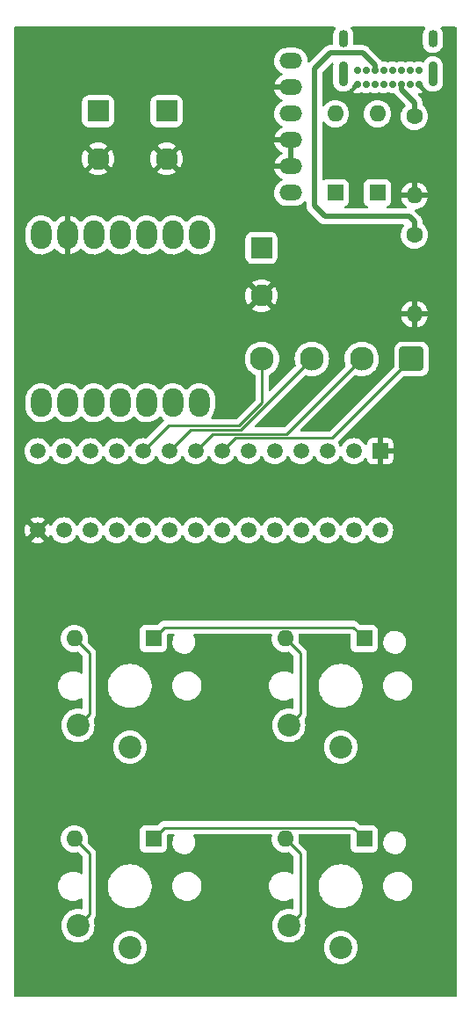
<source format=gbr>
%TF.GenerationSoftware,KiCad,Pcbnew,(6.0.1)*%
%TF.CreationDate,2022-02-25T19:27:25-05:00*%
%TF.ProjectId,InductorSchem,496e6475-6374-46f7-9253-6368656d2e6b,1*%
%TF.SameCoordinates,Original*%
%TF.FileFunction,Copper,L4,Bot*%
%TF.FilePolarity,Positive*%
%FSLAX46Y46*%
G04 Gerber Fmt 4.6, Leading zero omitted, Abs format (unit mm)*
G04 Created by KiCad (PCBNEW (6.0.1)) date 2022-02-25 19:27:25*
%MOMM*%
%LPD*%
G01*
G04 APERTURE LIST*
G04 Aperture macros list*
%AMRoundRect*
0 Rectangle with rounded corners*
0 $1 Rounding radius*
0 $2 $3 $4 $5 $6 $7 $8 $9 X,Y pos of 4 corners*
0 Add a 4 corners polygon primitive as box body*
4,1,4,$2,$3,$4,$5,$6,$7,$8,$9,$2,$3,0*
0 Add four circle primitives for the rounded corners*
1,1,$1+$1,$2,$3*
1,1,$1+$1,$4,$5*
1,1,$1+$1,$6,$7*
1,1,$1+$1,$8,$9*
0 Add four rect primitives between the rounded corners*
20,1,$1+$1,$2,$3,$4,$5,0*
20,1,$1+$1,$4,$5,$6,$7,0*
20,1,$1+$1,$6,$7,$8,$9,0*
20,1,$1+$1,$8,$9,$2,$3,0*%
G04 Aperture macros list end*
%TA.AperFunction,ComponentPad*%
%ADD10R,1.498600X1.498600*%
%TD*%
%TA.AperFunction,ComponentPad*%
%ADD11C,1.498600*%
%TD*%
%TA.AperFunction,ComponentPad*%
%ADD12R,1.600000X1.600000*%
%TD*%
%TA.AperFunction,ComponentPad*%
%ADD13O,1.600000X1.600000*%
%TD*%
%TA.AperFunction,ComponentPad*%
%ADD14C,0.700000*%
%TD*%
%TA.AperFunction,ComponentPad*%
%ADD15O,0.900000X2.400000*%
%TD*%
%TA.AperFunction,ComponentPad*%
%ADD16O,0.900000X1.700000*%
%TD*%
%TA.AperFunction,ComponentPad*%
%ADD17RoundRect,0.250001X-0.799999X0.799999X-0.799999X-0.799999X0.799999X-0.799999X0.799999X0.799999X0*%
%TD*%
%TA.AperFunction,ComponentPad*%
%ADD18C,2.100000*%
%TD*%
%TA.AperFunction,ComponentPad*%
%ADD19C,1.600000*%
%TD*%
%TA.AperFunction,ComponentPad*%
%ADD20O,1.998980X2.748280*%
%TD*%
%TA.AperFunction,ComponentPad*%
%ADD21C,2.200000*%
%TD*%
%TA.AperFunction,ComponentPad*%
%ADD22RoundRect,0.250001X0.899999X0.899999X-0.899999X0.899999X-0.899999X-0.899999X0.899999X-0.899999X0*%
%TD*%
%TA.AperFunction,ComponentPad*%
%ADD23C,2.300000*%
%TD*%
%TA.AperFunction,ComponentPad*%
%ADD24O,2.200000X1.500000*%
%TD*%
%TA.AperFunction,Conductor*%
%ADD25C,0.250000*%
%TD*%
%TA.AperFunction,Conductor*%
%ADD26C,0.500000*%
%TD*%
G04 APERTURE END LIST*
D10*
%TO.P,U3,1,VSS*%
%TO.N,GND*%
X156718000Y-96266000D03*
D11*
%TO.P,U3,2,NC*%
%TO.N,unconnected-(U3-Pad2)*%
X154178000Y-96266000D03*
%TO.P,U3,3,GPB0*%
%TO.N,/ROW1*%
X151638000Y-96266000D03*
%TO.P,U3,4,GPB1*%
%TO.N,/ROW2*%
X149098000Y-96266000D03*
%TO.P,U3,5,GPB2*%
%TO.N,unconnected-(U3-Pad5)*%
X146558000Y-96266000D03*
%TO.P,U3,6,GPB3*%
%TO.N,unconnected-(U3-Pad6)*%
X144018000Y-96266000D03*
%TO.P,U3,7,GPB4*%
%TO.N,/BRK1*%
X141478000Y-96266000D03*
%TO.P,U3,8,GPB5*%
%TO.N,/BRK2*%
X138938000Y-96266000D03*
%TO.P,U3,9,GPB6*%
%TO.N,/BRK3*%
X136398000Y-96266000D03*
%TO.P,U3,10,GPB7*%
%TO.N,/BRK4*%
X133858000Y-96266000D03*
%TO.P,U3,11,VDD*%
%TO.N,+5V*%
X131318000Y-96266000D03*
%TO.P,U3,12,SCL*%
%TO.N,/I2C_SCL*%
X128778000Y-96266000D03*
%TO.P,U3,13,SDA*%
%TO.N,/I2C_SDA*%
X126238000Y-96266000D03*
%TO.P,U3,14,NC*%
%TO.N,unconnected-(U3-Pad14)*%
X123698000Y-96266000D03*
%TO.P,U3,15,ADDR*%
%TO.N,GND*%
X123698000Y-103886000D03*
%TO.P,U3,16,\u002ARESET*%
%TO.N,unconnected-(U3-Pad16)*%
X126238000Y-103886000D03*
%TO.P,U3,17,NC*%
%TO.N,unconnected-(U3-Pad17)*%
X128778000Y-103886000D03*
%TO.P,U3,18,INTB*%
%TO.N,/INTB*%
X131318000Y-103886000D03*
%TO.P,U3,19,INTA*%
%TO.N,/INTA*%
X133858000Y-103886000D03*
%TO.P,U3,20,GPA0*%
%TO.N,/COL1*%
X136398000Y-103886000D03*
%TO.P,U3,21,GPA1*%
%TO.N,/COL2*%
X138938000Y-103886000D03*
%TO.P,U3,22,GPA2*%
%TO.N,unconnected-(U3-Pad22)*%
X141478000Y-103886000D03*
%TO.P,U3,23,GPA3*%
%TO.N,unconnected-(U3-Pad23)*%
X144018000Y-103886000D03*
%TO.P,U3,24,GPA4*%
%TO.N,unconnected-(U3-Pad24)*%
X146558000Y-103886000D03*
%TO.P,U3,25,GPA5*%
%TO.N,unconnected-(U3-Pad25)*%
X149098000Y-103886000D03*
%TO.P,U3,26,GPA6*%
%TO.N,unconnected-(U3-Pad26)*%
X151638000Y-103886000D03*
%TO.P,U3,27,GPA7*%
%TO.N,unconnected-(U3-Pad27)*%
X154178000Y-103886000D03*
%TO.P,U3,28,NC*%
%TO.N,unconnected-(U3-Pad28)*%
X156718000Y-103886000D03*
%TD*%
D12*
%TO.P,D6,1,K*%
%TO.N,/ROW2*%
X155194000Y-133604000D03*
D13*
%TO.P,D6,2,A*%
%TO.N,Net-(SW4-Pad2)*%
X147574000Y-133604000D03*
%TD*%
D12*
%TO.P,D5,1,K*%
%TO.N,/ROW1*%
X155194000Y-114300000D03*
D13*
%TO.P,D5,2,A*%
%TO.N,Net-(SW2-Pad2)*%
X147574000Y-114300000D03*
%TD*%
D12*
%TO.P,D4,1,K*%
%TO.N,/ROW2*%
X134874000Y-133604000D03*
D13*
%TO.P,D4,2,A*%
%TO.N,Net-(SW3-Pad2)*%
X127254000Y-133604000D03*
%TD*%
D12*
%TO.P,D3,1,K*%
%TO.N,/ROW1*%
X134874000Y-114300000D03*
D13*
%TO.P,D3,2,A*%
%TO.N,Net-(SW1-Pad2)*%
X127254000Y-114300000D03*
%TD*%
D14*
%TO.P,J1,A1,GND*%
%TO.N,GND*%
X160455000Y-60921000D03*
%TO.P,J1,A4,VBUS*%
%TO.N,Net-(D2-Pad2)*%
X159605000Y-60921000D03*
%TO.P,J1,A5,CC1*%
%TO.N,Net-(J1-PadA5)*%
X158755000Y-60921000D03*
%TO.P,J1,A6,D+*%
%TO.N,unconnected-(J1-PadA6)*%
X157905000Y-60921000D03*
%TO.P,J1,A7,D-*%
%TO.N,unconnected-(J1-PadA7)*%
X157055000Y-60921000D03*
%TO.P,J1,A8,SBU1*%
%TO.N,unconnected-(J1-PadA8)*%
X156205000Y-60921000D03*
%TO.P,J1,A9,VBUS*%
%TO.N,Net-(D2-Pad2)*%
X155355000Y-60921000D03*
%TO.P,J1,A12,GND*%
%TO.N,GND*%
X154505000Y-60921000D03*
%TO.P,J1,B1,GND*%
X154505000Y-59571000D03*
%TO.P,J1,B4,VBUS*%
%TO.N,Net-(D2-Pad2)*%
X155355000Y-59571000D03*
%TO.P,J1,B5,CC2*%
%TO.N,Net-(J1-PadB5)*%
X156205000Y-59571000D03*
%TO.P,J1,B6,D+*%
%TO.N,unconnected-(J1-PadB6)*%
X157055000Y-59571000D03*
%TO.P,J1,B7,D-*%
%TO.N,unconnected-(J1-PadB7)*%
X157905000Y-59571000D03*
%TO.P,J1,B8,SBU2*%
%TO.N,unconnected-(J1-PadB8)*%
X158755000Y-59571000D03*
%TO.P,J1,B9,VBUS*%
%TO.N,Net-(D2-Pad2)*%
X159605000Y-59571000D03*
%TO.P,J1,B12,GND*%
%TO.N,GND*%
X160455000Y-59571000D03*
D15*
%TO.P,J1,S1,SHIELD*%
%TO.N,unconnected-(J1-PadS1)*%
X153155000Y-59941000D03*
D16*
X153155000Y-56561000D03*
X161805000Y-56561000D03*
D15*
X161805000Y-59941000D03*
%TD*%
D13*
%TO.P,D1,2,A*%
%TO.N,Net-(D1-Pad2)*%
X152400000Y-63754000D03*
D12*
%TO.P,D1,1,K*%
%TO.N,Net-(D1-Pad1)*%
X152400000Y-71374000D03*
%TD*%
D17*
%TO.P,J3,1,Pin_1*%
%TO.N,Net-(D1-Pad2)*%
X129540000Y-63500000D03*
D18*
%TO.P,J3,2,Pin_2*%
%TO.N,GND*%
X129540000Y-68100000D03*
%TD*%
D19*
%TO.P,R2,1*%
%TO.N,Net-(J1-PadB5)*%
X160020000Y-75438000D03*
D13*
%TO.P,R2,2*%
%TO.N,GND*%
X160020000Y-83058000D03*
%TD*%
D20*
%TO.P,U1,1,PA02_A0_D0*%
%TO.N,/INTA*%
X124064490Y-91601290D03*
%TO.P,U1,2,PA4_A1_D1*%
%TO.N,/INTB*%
X126604490Y-91601290D03*
%TO.P,U1,3,PA10_A2_D2*%
%TO.N,unconnected-(U1-Pad3)*%
X129144490Y-91601290D03*
%TO.P,U1,4,PA11_A3_D3*%
%TO.N,unconnected-(U1-Pad4)*%
X131684490Y-91601290D03*
%TO.P,U1,5,PA8_A4_D4_SDA*%
%TO.N,/I2C_SDA*%
X134224490Y-91601290D03*
%TO.P,U1,6,PA9_A5_D5_SCL*%
%TO.N,/I2C_SCL*%
X136764490Y-91601290D03*
%TO.P,U1,7,PB08_A6_D6_TX*%
%TO.N,unconnected-(U1-Pad7)*%
X139304490Y-91601290D03*
%TO.P,U1,8,PB09_A7_D7_RX*%
%TO.N,unconnected-(U1-Pad8)*%
X139304490Y-75436730D03*
%TO.P,U1,9,PA7_A8_D8_SCK*%
%TO.N,unconnected-(U1-Pad9)*%
X136764490Y-75436730D03*
%TO.P,U1,10,PA5_A9_D9_MISO*%
%TO.N,unconnected-(U1-Pad10)*%
X134224490Y-75436730D03*
%TO.P,U1,11,PA6_A10_D10_MOSI*%
%TO.N,unconnected-(U1-Pad11)*%
X131684490Y-75436730D03*
%TO.P,U1,12,3V3*%
%TO.N,unconnected-(U1-Pad12)*%
X129144490Y-75436730D03*
%TO.P,U1,13,GND*%
%TO.N,GND*%
X126604490Y-75436730D03*
%TO.P,U1,14,5V*%
%TO.N,+5V*%
X124064490Y-75436730D03*
%TD*%
D13*
%TO.P,D2,2,A*%
%TO.N,Net-(D2-Pad2)*%
X156464000Y-63754000D03*
D12*
%TO.P,D2,1,K*%
%TO.N,Net-(D1-Pad1)*%
X156464000Y-71374000D03*
%TD*%
D21*
%TO.P,SW4,1,1*%
%TO.N,/COL2*%
X152908000Y-144076000D03*
%TO.P,SW4,2,2*%
%TO.N,Net-(SW4-Pad2)*%
X147908000Y-141976000D03*
%TD*%
D17*
%TO.P,J4,1,Pin_1*%
%TO.N,+5V*%
X145288000Y-76680000D03*
D18*
%TO.P,J4,2,Pin_2*%
%TO.N,GND*%
X145288000Y-81280000D03*
%TD*%
%TO.P,J2,2,Pin_2*%
%TO.N,GND*%
X136144000Y-68100000D03*
D17*
%TO.P,J2,1,Pin_1*%
%TO.N,Net-(J2-Pad1)*%
X136144000Y-63500000D03*
%TD*%
D22*
%TO.P,J5,1,Pin_1*%
%TO.N,/BRK1*%
X159740000Y-87376000D03*
D23*
%TO.P,J5,2,Pin_2*%
%TO.N,/BRK2*%
X154940000Y-87376000D03*
%TO.P,J5,3,Pin_3*%
%TO.N,/BRK3*%
X150140000Y-87376000D03*
%TO.P,J5,4,Pin_4*%
%TO.N,/BRK4*%
X145340000Y-87376000D03*
%TD*%
D21*
%TO.P,SW3,1,1*%
%TO.N,/COL1*%
X132588000Y-144076000D03*
%TO.P,SW3,2,2*%
%TO.N,Net-(SW3-Pad2)*%
X127588000Y-141976000D03*
%TD*%
%TO.P,SW1,1,1*%
%TO.N,/COL1*%
X132588000Y-124772000D03*
%TO.P,SW1,2,2*%
%TO.N,Net-(SW1-Pad2)*%
X127588000Y-122672000D03*
%TD*%
%TO.P,SW2,1,1*%
%TO.N,/COL2*%
X152908000Y-124772000D03*
%TO.P,SW2,2,2*%
%TO.N,Net-(SW2-Pad2)*%
X147908000Y-122672000D03*
%TD*%
D24*
%TO.P,U2,6,VIN*%
%TO.N,Net-(D1-Pad1)*%
X148094000Y-71376917D03*
%TO.P,U2,5,VIN_GND*%
%TO.N,GND*%
X148094000Y-68836917D03*
%TO.P,U2,4,BAT_GND*%
X148094000Y-66296917D03*
%TO.P,U2,3,BAT*%
%TO.N,Net-(J2-Pad1)*%
X148094000Y-63756917D03*
%TO.P,U2,2,OUT_GND*%
%TO.N,GND*%
X148094000Y-61216917D03*
%TO.P,U2,1,OUT*%
%TO.N,+5V*%
X148094000Y-58676917D03*
%TD*%
D19*
%TO.P,R1,1*%
%TO.N,Net-(J1-PadA5)*%
X160020000Y-64008000D03*
D13*
%TO.P,R1,2*%
%TO.N,GND*%
X160020000Y-71628000D03*
%TD*%
D25*
%TO.N,/BRK4*%
X145340000Y-91610994D02*
X145340000Y-87376000D01*
X143153554Y-93797440D02*
X145340000Y-91610994D01*
X136326560Y-93797440D02*
X143153554Y-93797440D01*
X133858000Y-96266000D02*
X136326560Y-93797440D01*
%TO.N,/BRK3*%
X138467040Y-94196960D02*
X143319040Y-94196960D01*
X136398000Y-96266000D02*
X138467040Y-94196960D01*
X143319040Y-94196960D02*
X150140000Y-87376000D01*
%TO.N,/BRK2*%
X147719520Y-94596480D02*
X154940000Y-87376000D01*
X140607520Y-94596480D02*
X147719520Y-94596480D01*
X138938000Y-96266000D02*
X140607520Y-94596480D01*
%TO.N,/BRK1*%
X152120000Y-94996000D02*
X159740000Y-87376000D01*
X142748000Y-94996000D02*
X152120000Y-94996000D01*
X141478000Y-96266000D02*
X142748000Y-94996000D01*
%TO.N,/ROW2*%
X154119489Y-132529489D02*
X155194000Y-133604000D01*
X135948511Y-132529489D02*
X154119489Y-132529489D01*
X134874000Y-133604000D02*
X135948511Y-132529489D01*
%TO.N,Net-(SW4-Pad2)*%
X147908000Y-141976000D02*
X149007999Y-140876001D01*
X149007999Y-140876001D02*
X149007999Y-135037999D01*
X149007999Y-135037999D02*
X147574000Y-133604000D01*
%TO.N,Net-(SW3-Pad2)*%
X128687999Y-135037999D02*
X127254000Y-133604000D01*
X128687999Y-140876001D02*
X128687999Y-135037999D01*
X127588000Y-141976000D02*
X128687999Y-140876001D01*
%TO.N,/ROW1*%
X154119489Y-113225489D02*
X155194000Y-114300000D01*
X134874000Y-114300000D02*
X135948511Y-113225489D01*
X135948511Y-113225489D02*
X154119489Y-113225489D01*
%TO.N,Net-(SW2-Pad2)*%
X149007999Y-115733999D02*
X147574000Y-114300000D01*
X149007999Y-121572001D02*
X149007999Y-115733999D01*
X147908000Y-122672000D02*
X149007999Y-121572001D01*
%TO.N,Net-(SW1-Pad2)*%
X128687999Y-115733999D02*
X127254000Y-114300000D01*
X128687999Y-121572001D02*
X128687999Y-115733999D01*
X127588000Y-122672000D02*
X128687999Y-121572001D01*
%TO.N,/INTA*%
X124721811Y-92258611D02*
X124064490Y-91601290D01*
D26*
%TO.N,Net-(J1-PadB5)*%
X159512000Y-73660000D02*
X160020000Y-74168000D01*
X151384000Y-73660000D02*
X159512000Y-73660000D01*
X150368000Y-72644000D02*
X151384000Y-73660000D01*
X150368000Y-59436000D02*
X150368000Y-72644000D01*
X151892000Y-57912000D02*
X150368000Y-59436000D01*
X155040974Y-57912000D02*
X151892000Y-57912000D01*
X156205000Y-59076026D02*
X155040974Y-57912000D01*
X156205000Y-59571000D02*
X156205000Y-59076026D01*
X160020000Y-74168000D02*
X160020000Y-75438000D01*
%TO.N,Net-(J1-PadA5)*%
X158755000Y-61415974D02*
X160020000Y-62680974D01*
X160020000Y-62680974D02*
X160020000Y-64008000D01*
X158755000Y-60921000D02*
X158755000Y-61415974D01*
%TD*%
%TA.AperFunction,Conductor*%
%TO.N,GND*%
G36*
X152363415Y-55392002D02*
G01*
X152409908Y-55445658D01*
X152420012Y-55515932D01*
X152398507Y-55570270D01*
X152313989Y-55690975D01*
X152236655Y-55869684D01*
X152235350Y-55875931D01*
X152235349Y-55875934D01*
X152216268Y-55967273D01*
X152196835Y-56060293D01*
X152196500Y-56066685D01*
X152196500Y-57009663D01*
X152196822Y-57012836D01*
X152196823Y-57012850D01*
X152197019Y-57014778D01*
X152196942Y-57015191D01*
X152196984Y-57016022D01*
X152196785Y-57016032D01*
X152183997Y-57084570D01*
X152135310Y-57136243D01*
X152071663Y-57153500D01*
X151959063Y-57153500D01*
X151940114Y-57152067D01*
X151939907Y-57152036D01*
X151918651Y-57148802D01*
X151911359Y-57149395D01*
X151911356Y-57149395D01*
X151865991Y-57153085D01*
X151855777Y-57153500D01*
X151847707Y-57153500D01*
X151844087Y-57153922D01*
X151844069Y-57153923D01*
X151819461Y-57156792D01*
X151815100Y-57157224D01*
X151789981Y-57159267D01*
X151749661Y-57162546D01*
X151749658Y-57162547D01*
X151742363Y-57163140D01*
X151735399Y-57165396D01*
X151729440Y-57166587D01*
X151723585Y-57167971D01*
X151716319Y-57168818D01*
X151647673Y-57193735D01*
X151643545Y-57195152D01*
X151581064Y-57215393D01*
X151581062Y-57215394D01*
X151574101Y-57217649D01*
X151567846Y-57221445D01*
X151562372Y-57223951D01*
X151556942Y-57226670D01*
X151550063Y-57229167D01*
X151489016Y-57269191D01*
X151485327Y-57271518D01*
X151476843Y-57276667D01*
X151427693Y-57306491D01*
X151427688Y-57306495D01*
X151422892Y-57309405D01*
X151414516Y-57316803D01*
X151414493Y-57316777D01*
X151411503Y-57319426D01*
X151408264Y-57322134D01*
X151402148Y-57326144D01*
X151397121Y-57331451D01*
X151397117Y-57331454D01*
X151348872Y-57382383D01*
X151346494Y-57384825D01*
X149917205Y-58814114D01*
X149854893Y-58848140D01*
X149784078Y-58843075D01*
X149727242Y-58800528D01*
X149702431Y-58734008D01*
X149702319Y-58717766D01*
X149702537Y-58714001D01*
X149706963Y-58637227D01*
X149679975Y-58414202D01*
X149613918Y-58199482D01*
X149548798Y-58073313D01*
X149513454Y-58004836D01*
X149513454Y-58004835D01*
X149510882Y-57999853D01*
X149374123Y-57821625D01*
X149207964Y-57670432D01*
X149203217Y-57667454D01*
X149203214Y-57667452D01*
X149022405Y-57554032D01*
X149017656Y-57551053D01*
X148809217Y-57467261D01*
X148589233Y-57421704D01*
X148584622Y-57421438D01*
X148584621Y-57421438D01*
X148534048Y-57418522D01*
X148534044Y-57418522D01*
X148532225Y-57418417D01*
X147687001Y-57418417D01*
X147684214Y-57418666D01*
X147684208Y-57418666D01*
X147614071Y-57424926D01*
X147520238Y-57433300D01*
X147514824Y-57434781D01*
X147514819Y-57434782D01*
X147400262Y-57466122D01*
X147303549Y-57492580D01*
X147298491Y-57494992D01*
X147298487Y-57494994D01*
X147265245Y-57510850D01*
X147100782Y-57589295D01*
X146918346Y-57720388D01*
X146914439Y-57724420D01*
X146779159Y-57864018D01*
X146762008Y-57881716D01*
X146636710Y-58068179D01*
X146546412Y-58273884D01*
X146545103Y-58279335D01*
X146545102Y-58279339D01*
X146523064Y-58371136D01*
X146493968Y-58492328D01*
X146493645Y-58497933D01*
X146481924Y-58701228D01*
X146481037Y-58716607D01*
X146508025Y-58939632D01*
X146574082Y-59154352D01*
X146677118Y-59353981D01*
X146813877Y-59532209D01*
X146980036Y-59683402D01*
X146984783Y-59686380D01*
X146984786Y-59686382D01*
X147165595Y-59799802D01*
X147170344Y-59802781D01*
X147238378Y-59830131D01*
X147294120Y-59874095D01*
X147317245Y-59941220D01*
X147300408Y-60010191D01*
X147245624Y-60060762D01*
X147106097Y-60127314D01*
X147096484Y-60132999D01*
X146923233Y-60257492D01*
X146914767Y-60264800D01*
X146766308Y-60417999D01*
X146759265Y-60426696D01*
X146640281Y-60603761D01*
X146634895Y-60613559D01*
X146549143Y-60808907D01*
X146545578Y-60819499D01*
X146515376Y-60945301D01*
X146516081Y-60959387D01*
X146524960Y-60962917D01*
X148222000Y-60962917D01*
X148290121Y-60982919D01*
X148336614Y-61036575D01*
X148348000Y-61088917D01*
X148348000Y-61344917D01*
X148327998Y-61413038D01*
X148274342Y-61459531D01*
X148222000Y-61470917D01*
X146525589Y-61470917D01*
X146511607Y-61475022D01*
X146510114Y-61484645D01*
X146510166Y-61484890D01*
X146572898Y-61688800D01*
X146577119Y-61699146D01*
X146674971Y-61888731D01*
X146680957Y-61898162D01*
X146810832Y-62067418D01*
X146818393Y-62075641D01*
X146976194Y-62219229D01*
X146985094Y-62225984D01*
X147165815Y-62339351D01*
X147175781Y-62344428D01*
X147238358Y-62369584D01*
X147294103Y-62413550D01*
X147317228Y-62480675D01*
X147300391Y-62549646D01*
X147245607Y-62600217D01*
X147100782Y-62669295D01*
X146918346Y-62800388D01*
X146914439Y-62804420D01*
X146781382Y-62941724D01*
X146762008Y-62961716D01*
X146636710Y-63148179D01*
X146546412Y-63353884D01*
X146545103Y-63359335D01*
X146545102Y-63359339D01*
X146506387Y-63520598D01*
X146493968Y-63572328D01*
X146493645Y-63577933D01*
X146481684Y-63785393D01*
X146481037Y-63796607D01*
X146508025Y-64019632D01*
X146574082Y-64234352D01*
X146576652Y-64239332D01*
X146576654Y-64239336D01*
X146635629Y-64353598D01*
X146677118Y-64433981D01*
X146813877Y-64612209D01*
X146980036Y-64763402D01*
X146984783Y-64766380D01*
X146984786Y-64766382D01*
X147121753Y-64852300D01*
X147170344Y-64882781D01*
X147238378Y-64910131D01*
X147294120Y-64954095D01*
X147317245Y-65021220D01*
X147300408Y-65090191D01*
X147245624Y-65140762D01*
X147106097Y-65207314D01*
X147096484Y-65212999D01*
X146923233Y-65337492D01*
X146914767Y-65344800D01*
X146766308Y-65497999D01*
X146759265Y-65506696D01*
X146640281Y-65683761D01*
X146634895Y-65693559D01*
X146549143Y-65888907D01*
X146545578Y-65899499D01*
X146515376Y-66025301D01*
X146516081Y-66039387D01*
X146524960Y-66042917D01*
X148222000Y-66042917D01*
X148290121Y-66062919D01*
X148336614Y-66116575D01*
X148348000Y-66168917D01*
X148348000Y-67554917D01*
X148346798Y-67554917D01*
X148347655Y-67578917D01*
X148348000Y-67578917D01*
X148348000Y-67588583D01*
X148348119Y-67591915D01*
X148348000Y-67592462D01*
X148348000Y-68964917D01*
X148327998Y-69033038D01*
X148274342Y-69079531D01*
X148222000Y-69090917D01*
X146525589Y-69090917D01*
X146511607Y-69095022D01*
X146510114Y-69104645D01*
X146510166Y-69104890D01*
X146572898Y-69308800D01*
X146577119Y-69319146D01*
X146674971Y-69508731D01*
X146680957Y-69518162D01*
X146810832Y-69687418D01*
X146818393Y-69695641D01*
X146976194Y-69839229D01*
X146985094Y-69845984D01*
X147165815Y-69959351D01*
X147175781Y-69964428D01*
X147238358Y-69989584D01*
X147294103Y-70033550D01*
X147317228Y-70100675D01*
X147300391Y-70169646D01*
X147245607Y-70220217D01*
X147100782Y-70289295D01*
X146918346Y-70420388D01*
X146914439Y-70424420D01*
X146790404Y-70552414D01*
X146762008Y-70581716D01*
X146636710Y-70768179D01*
X146546412Y-70973884D01*
X146493968Y-71192328D01*
X146493645Y-71197933D01*
X146483494Y-71374000D01*
X146481037Y-71416607D01*
X146508025Y-71639632D01*
X146574082Y-71854352D01*
X146576652Y-71859332D01*
X146576654Y-71859336D01*
X146594815Y-71894522D01*
X146677118Y-72053981D01*
X146813877Y-72232209D01*
X146980036Y-72383402D01*
X146984783Y-72386380D01*
X146984786Y-72386382D01*
X147113229Y-72466953D01*
X147170344Y-72502781D01*
X147378783Y-72586573D01*
X147598767Y-72632130D01*
X147603378Y-72632396D01*
X147603379Y-72632396D01*
X147653952Y-72635312D01*
X147653956Y-72635312D01*
X147655775Y-72635417D01*
X148500999Y-72635417D01*
X148503786Y-72635168D01*
X148503792Y-72635168D01*
X148573929Y-72628908D01*
X148667762Y-72620534D01*
X148673176Y-72619053D01*
X148673181Y-72619052D01*
X148800912Y-72584108D01*
X148884451Y-72561254D01*
X148889509Y-72558842D01*
X148889513Y-72558840D01*
X149007042Y-72502781D01*
X149087218Y-72464539D01*
X149269654Y-72333446D01*
X149324877Y-72276460D01*
X149393016Y-72206147D01*
X149454787Y-72171147D01*
X149525673Y-72175099D01*
X149583170Y-72216748D01*
X149609022Y-72282871D01*
X149609500Y-72293832D01*
X149609500Y-72576930D01*
X149608067Y-72595880D01*
X149604801Y-72617349D01*
X149605394Y-72624641D01*
X149605394Y-72624644D01*
X149609085Y-72670018D01*
X149609500Y-72680233D01*
X149609500Y-72688293D01*
X149610883Y-72700159D01*
X149612789Y-72716507D01*
X149613222Y-72720882D01*
X149616951Y-72766721D01*
X149619140Y-72793637D01*
X149621396Y-72800601D01*
X149622587Y-72806560D01*
X149623971Y-72812415D01*
X149624818Y-72819681D01*
X149649735Y-72888327D01*
X149651152Y-72892455D01*
X149670287Y-72951520D01*
X149673649Y-72961899D01*
X149677445Y-72968154D01*
X149679951Y-72973628D01*
X149682670Y-72979058D01*
X149685167Y-72985937D01*
X149689180Y-72992057D01*
X149689180Y-72992058D01*
X149725186Y-73046976D01*
X149727523Y-73050680D01*
X149765405Y-73113107D01*
X149769121Y-73117315D01*
X149769122Y-73117316D01*
X149772803Y-73121484D01*
X149772776Y-73121508D01*
X149775429Y-73124500D01*
X149778132Y-73127733D01*
X149782144Y-73133852D01*
X149814333Y-73164345D01*
X149838383Y-73187128D01*
X149840825Y-73189506D01*
X150800230Y-74148911D01*
X150812616Y-74163323D01*
X150821149Y-74174918D01*
X150821154Y-74174923D01*
X150825492Y-74180818D01*
X150831070Y-74185557D01*
X150831073Y-74185560D01*
X150865768Y-74215035D01*
X150873284Y-74221965D01*
X150878979Y-74227660D01*
X150881861Y-74229940D01*
X150901251Y-74245281D01*
X150904655Y-74248072D01*
X150954703Y-74290591D01*
X150960285Y-74295333D01*
X150966801Y-74298661D01*
X150971850Y-74302028D01*
X150976979Y-74305195D01*
X150982716Y-74309734D01*
X151048875Y-74340655D01*
X151052769Y-74342558D01*
X151117808Y-74375769D01*
X151124916Y-74377508D01*
X151130559Y-74379607D01*
X151136322Y-74381524D01*
X151142950Y-74384622D01*
X151150112Y-74386112D01*
X151150113Y-74386112D01*
X151214412Y-74399486D01*
X151218696Y-74400456D01*
X151289610Y-74417808D01*
X151295212Y-74418156D01*
X151295215Y-74418156D01*
X151300764Y-74418500D01*
X151300762Y-74418536D01*
X151304755Y-74418775D01*
X151308947Y-74419149D01*
X151316115Y-74420640D01*
X151393520Y-74418546D01*
X151396928Y-74418500D01*
X158894434Y-74418500D01*
X158962555Y-74438502D01*
X159009048Y-74492158D01*
X159019152Y-74562432D01*
X158997647Y-74616771D01*
X158885634Y-74776742D01*
X158885633Y-74776744D01*
X158882477Y-74781251D01*
X158880154Y-74786233D01*
X158880151Y-74786238D01*
X158788039Y-74983775D01*
X158785716Y-74988757D01*
X158784294Y-74994065D01*
X158784293Y-74994067D01*
X158747279Y-75132203D01*
X158726457Y-75209913D01*
X158706502Y-75438000D01*
X158726457Y-75666087D01*
X158727881Y-75671400D01*
X158727881Y-75671402D01*
X158782401Y-75874870D01*
X158785716Y-75887243D01*
X158788039Y-75892224D01*
X158788039Y-75892225D01*
X158880151Y-76089762D01*
X158880154Y-76089767D01*
X158882477Y-76094749D01*
X159013802Y-76282300D01*
X159175700Y-76444198D01*
X159180208Y-76447355D01*
X159180211Y-76447357D01*
X159258389Y-76502098D01*
X159363251Y-76575523D01*
X159368233Y-76577846D01*
X159368238Y-76577849D01*
X159477871Y-76628971D01*
X159570757Y-76672284D01*
X159576065Y-76673706D01*
X159576067Y-76673707D01*
X159786598Y-76730119D01*
X159786600Y-76730119D01*
X159791913Y-76731543D01*
X160020000Y-76751498D01*
X160248087Y-76731543D01*
X160253400Y-76730119D01*
X160253402Y-76730119D01*
X160463933Y-76673707D01*
X160463935Y-76673706D01*
X160469243Y-76672284D01*
X160562129Y-76628971D01*
X160671762Y-76577849D01*
X160671767Y-76577846D01*
X160676749Y-76575523D01*
X160781611Y-76502098D01*
X160859789Y-76447357D01*
X160859792Y-76447355D01*
X160864300Y-76444198D01*
X161026198Y-76282300D01*
X161157523Y-76094749D01*
X161159846Y-76089767D01*
X161159849Y-76089762D01*
X161251961Y-75892225D01*
X161251961Y-75892224D01*
X161254284Y-75887243D01*
X161257600Y-75874870D01*
X161312119Y-75671402D01*
X161312119Y-75671400D01*
X161313543Y-75666087D01*
X161333498Y-75438000D01*
X161313543Y-75209913D01*
X161292721Y-75132203D01*
X161255707Y-74994067D01*
X161255706Y-74994065D01*
X161254284Y-74988757D01*
X161251961Y-74983775D01*
X161159849Y-74786238D01*
X161159846Y-74786233D01*
X161157523Y-74781251D01*
X161026198Y-74593700D01*
X160864300Y-74431802D01*
X160832229Y-74409345D01*
X160787901Y-74353890D01*
X160778500Y-74306133D01*
X160778500Y-74235063D01*
X160779933Y-74216114D01*
X160782097Y-74201886D01*
X160783198Y-74194651D01*
X160780015Y-74155509D01*
X160778915Y-74141991D01*
X160778500Y-74131777D01*
X160778500Y-74123707D01*
X160778078Y-74120087D01*
X160778077Y-74120069D01*
X160775208Y-74095461D01*
X160774775Y-74091086D01*
X160769454Y-74025661D01*
X160769453Y-74025658D01*
X160768860Y-74018363D01*
X160766604Y-74011399D01*
X160765413Y-74005440D01*
X160764029Y-73999585D01*
X160763182Y-73992319D01*
X160738265Y-73923673D01*
X160736848Y-73919545D01*
X160716607Y-73857064D01*
X160716606Y-73857062D01*
X160714351Y-73850101D01*
X160710555Y-73843846D01*
X160708049Y-73838372D01*
X160705330Y-73832942D01*
X160702833Y-73826063D01*
X160662809Y-73765016D01*
X160660472Y-73761312D01*
X160653285Y-73749467D01*
X160648229Y-73741135D01*
X160625509Y-73703693D01*
X160625505Y-73703688D01*
X160622595Y-73698892D01*
X160615197Y-73690516D01*
X160615223Y-73690493D01*
X160612574Y-73687503D01*
X160609866Y-73684264D01*
X160605856Y-73678148D01*
X160600549Y-73673121D01*
X160600546Y-73673117D01*
X160549617Y-73624872D01*
X160547175Y-73622494D01*
X160095770Y-73171089D01*
X160083384Y-73156677D01*
X160074852Y-73145083D01*
X160074846Y-73145076D01*
X160070508Y-73139182D01*
X160069774Y-73138558D01*
X160039114Y-73077435D01*
X160046644Y-73006839D01*
X160091146Y-72951520D01*
X160152111Y-72929438D01*
X160242520Y-72921528D01*
X160253312Y-72919625D01*
X160463761Y-72863236D01*
X160474053Y-72859490D01*
X160671511Y-72767414D01*
X160681007Y-72761931D01*
X160859467Y-72636972D01*
X160867875Y-72629916D01*
X161021916Y-72475875D01*
X161028972Y-72467467D01*
X161153931Y-72289007D01*
X161159414Y-72279511D01*
X161251490Y-72082053D01*
X161255236Y-72071761D01*
X161301394Y-71899497D01*
X161301058Y-71885401D01*
X161293116Y-71882000D01*
X158752033Y-71882000D01*
X158738502Y-71885973D01*
X158737273Y-71894522D01*
X158784764Y-72071761D01*
X158788510Y-72082053D01*
X158880586Y-72279511D01*
X158886069Y-72289007D01*
X159011028Y-72467467D01*
X159018084Y-72475875D01*
X159172125Y-72629916D01*
X159180538Y-72636976D01*
X159230968Y-72672287D01*
X159275297Y-72727744D01*
X159282606Y-72798363D01*
X159250576Y-72861723D01*
X159189375Y-72897709D01*
X159158698Y-72901500D01*
X157467166Y-72901500D01*
X157399045Y-72881498D01*
X157352552Y-72827842D01*
X157342448Y-72757568D01*
X157371942Y-72692988D01*
X157422937Y-72657518D01*
X157502295Y-72627768D01*
X157502296Y-72627767D01*
X157510705Y-72624615D01*
X157627261Y-72537261D01*
X157714615Y-72420705D01*
X157765745Y-72284316D01*
X157772500Y-72222134D01*
X157772500Y-71356503D01*
X158738606Y-71356503D01*
X158738942Y-71370599D01*
X158746884Y-71374000D01*
X159747885Y-71374000D01*
X159763124Y-71369525D01*
X159764329Y-71368135D01*
X159766000Y-71360452D01*
X159766000Y-71355885D01*
X160274000Y-71355885D01*
X160278475Y-71371124D01*
X160279865Y-71372329D01*
X160287548Y-71374000D01*
X161287967Y-71374000D01*
X161301498Y-71370027D01*
X161302727Y-71361478D01*
X161255236Y-71184239D01*
X161251490Y-71173947D01*
X161159414Y-70976489D01*
X161153931Y-70966993D01*
X161028972Y-70788533D01*
X161021916Y-70780125D01*
X160867875Y-70626084D01*
X160859467Y-70619028D01*
X160681007Y-70494069D01*
X160671511Y-70488586D01*
X160474053Y-70396510D01*
X160463761Y-70392764D01*
X160291497Y-70346606D01*
X160277401Y-70346942D01*
X160274000Y-70354884D01*
X160274000Y-71355885D01*
X159766000Y-71355885D01*
X159766000Y-70360033D01*
X159762027Y-70346502D01*
X159753478Y-70345273D01*
X159576239Y-70392764D01*
X159565947Y-70396510D01*
X159368489Y-70488586D01*
X159358993Y-70494069D01*
X159180533Y-70619028D01*
X159172125Y-70626084D01*
X159018084Y-70780125D01*
X159011028Y-70788533D01*
X158886069Y-70966993D01*
X158880586Y-70976489D01*
X158788510Y-71173947D01*
X158784764Y-71184239D01*
X158738606Y-71356503D01*
X157772500Y-71356503D01*
X157772500Y-70525866D01*
X157765745Y-70463684D01*
X157714615Y-70327295D01*
X157627261Y-70210739D01*
X157510705Y-70123385D01*
X157374316Y-70072255D01*
X157312134Y-70065500D01*
X155615866Y-70065500D01*
X155553684Y-70072255D01*
X155417295Y-70123385D01*
X155300739Y-70210739D01*
X155213385Y-70327295D01*
X155162255Y-70463684D01*
X155155500Y-70525866D01*
X155155500Y-72222134D01*
X155162255Y-72284316D01*
X155213385Y-72420705D01*
X155300739Y-72537261D01*
X155417295Y-72624615D01*
X155425704Y-72627767D01*
X155425705Y-72627768D01*
X155505063Y-72657518D01*
X155561828Y-72700159D01*
X155586528Y-72766721D01*
X155571321Y-72836070D01*
X155521035Y-72886188D01*
X155460834Y-72901500D01*
X153403166Y-72901500D01*
X153335045Y-72881498D01*
X153288552Y-72827842D01*
X153278448Y-72757568D01*
X153307942Y-72692988D01*
X153358937Y-72657518D01*
X153438295Y-72627768D01*
X153438296Y-72627767D01*
X153446705Y-72624615D01*
X153563261Y-72537261D01*
X153650615Y-72420705D01*
X153701745Y-72284316D01*
X153708500Y-72222134D01*
X153708500Y-70525866D01*
X153701745Y-70463684D01*
X153650615Y-70327295D01*
X153563261Y-70210739D01*
X153446705Y-70123385D01*
X153310316Y-70072255D01*
X153248134Y-70065500D01*
X151551866Y-70065500D01*
X151489684Y-70072255D01*
X151353295Y-70123385D01*
X151328065Y-70142294D01*
X151261559Y-70167142D01*
X151192177Y-70152089D01*
X151141946Y-70101915D01*
X151126500Y-70041468D01*
X151126500Y-64616174D01*
X151146502Y-64548053D01*
X151200158Y-64501560D01*
X151270432Y-64491456D01*
X151335012Y-64520950D01*
X151355713Y-64543904D01*
X151390639Y-64593784D01*
X151390643Y-64593789D01*
X151393802Y-64598300D01*
X151555700Y-64760198D01*
X151560208Y-64763355D01*
X151560211Y-64763357D01*
X151583296Y-64779521D01*
X151743251Y-64891523D01*
X151748233Y-64893846D01*
X151748238Y-64893849D01*
X151904197Y-64966573D01*
X151950757Y-64988284D01*
X151956065Y-64989706D01*
X151956067Y-64989707D01*
X152166598Y-65046119D01*
X152166600Y-65046119D01*
X152171913Y-65047543D01*
X152400000Y-65067498D01*
X152628087Y-65047543D01*
X152633400Y-65046119D01*
X152633402Y-65046119D01*
X152843933Y-64989707D01*
X152843935Y-64989706D01*
X152849243Y-64988284D01*
X152895803Y-64966573D01*
X153051762Y-64893849D01*
X153051767Y-64893846D01*
X153056749Y-64891523D01*
X153216704Y-64779521D01*
X153239789Y-64763357D01*
X153239792Y-64763355D01*
X153244300Y-64760198D01*
X153406198Y-64598300D01*
X153409361Y-64593784D01*
X153506635Y-64454861D01*
X153537523Y-64410749D01*
X153539846Y-64405767D01*
X153539849Y-64405762D01*
X153631961Y-64208225D01*
X153631961Y-64208224D01*
X153634284Y-64203243D01*
X153693543Y-63982087D01*
X153713498Y-63754000D01*
X155150502Y-63754000D01*
X155170457Y-63982087D01*
X155229716Y-64203243D01*
X155232039Y-64208224D01*
X155232039Y-64208225D01*
X155324151Y-64405762D01*
X155324154Y-64405767D01*
X155326477Y-64410749D01*
X155357365Y-64454861D01*
X155454640Y-64593784D01*
X155457802Y-64598300D01*
X155619700Y-64760198D01*
X155624208Y-64763355D01*
X155624211Y-64763357D01*
X155647296Y-64779521D01*
X155807251Y-64891523D01*
X155812233Y-64893846D01*
X155812238Y-64893849D01*
X155968197Y-64966573D01*
X156014757Y-64988284D01*
X156020065Y-64989706D01*
X156020067Y-64989707D01*
X156230598Y-65046119D01*
X156230600Y-65046119D01*
X156235913Y-65047543D01*
X156464000Y-65067498D01*
X156692087Y-65047543D01*
X156697400Y-65046119D01*
X156697402Y-65046119D01*
X156907933Y-64989707D01*
X156907935Y-64989706D01*
X156913243Y-64988284D01*
X156959803Y-64966573D01*
X157115762Y-64893849D01*
X157115767Y-64893846D01*
X157120749Y-64891523D01*
X157280704Y-64779521D01*
X157303789Y-64763357D01*
X157303792Y-64763355D01*
X157308300Y-64760198D01*
X157470198Y-64598300D01*
X157473361Y-64593784D01*
X157570635Y-64454861D01*
X157601523Y-64410749D01*
X157603846Y-64405767D01*
X157603849Y-64405762D01*
X157695961Y-64208225D01*
X157695961Y-64208224D01*
X157698284Y-64203243D01*
X157757543Y-63982087D01*
X157777498Y-63754000D01*
X157757543Y-63525913D01*
X157712909Y-63359339D01*
X157699707Y-63310067D01*
X157699706Y-63310065D01*
X157698284Y-63304757D01*
X157634612Y-63168211D01*
X157603849Y-63102238D01*
X157603846Y-63102233D01*
X157601523Y-63097251D01*
X157522016Y-62983704D01*
X157473357Y-62914211D01*
X157473355Y-62914208D01*
X157470198Y-62909700D01*
X157308300Y-62747802D01*
X157303792Y-62744645D01*
X157303789Y-62744643D01*
X157225611Y-62689902D01*
X157120749Y-62616477D01*
X157115767Y-62614154D01*
X157115762Y-62614151D01*
X156918225Y-62522039D01*
X156918224Y-62522039D01*
X156913243Y-62519716D01*
X156907935Y-62518294D01*
X156907933Y-62518293D01*
X156697402Y-62461881D01*
X156697400Y-62461881D01*
X156692087Y-62460457D01*
X156464000Y-62440502D01*
X156235913Y-62460457D01*
X156230600Y-62461881D01*
X156230598Y-62461881D01*
X156020067Y-62518293D01*
X156020065Y-62518294D01*
X156014757Y-62519716D01*
X156009776Y-62522039D01*
X156009775Y-62522039D01*
X155812238Y-62614151D01*
X155812233Y-62614154D01*
X155807251Y-62616477D01*
X155702389Y-62689902D01*
X155624211Y-62744643D01*
X155624208Y-62744645D01*
X155619700Y-62747802D01*
X155457802Y-62909700D01*
X155454645Y-62914208D01*
X155454643Y-62914211D01*
X155405984Y-62983704D01*
X155326477Y-63097251D01*
X155324154Y-63102233D01*
X155324151Y-63102238D01*
X155293388Y-63168211D01*
X155229716Y-63304757D01*
X155228294Y-63310065D01*
X155228293Y-63310067D01*
X155215091Y-63359339D01*
X155170457Y-63525913D01*
X155150502Y-63754000D01*
X153713498Y-63754000D01*
X153693543Y-63525913D01*
X153648909Y-63359339D01*
X153635707Y-63310067D01*
X153635706Y-63310065D01*
X153634284Y-63304757D01*
X153570612Y-63168211D01*
X153539849Y-63102238D01*
X153539846Y-63102233D01*
X153537523Y-63097251D01*
X153458016Y-62983704D01*
X153409357Y-62914211D01*
X153409355Y-62914208D01*
X153406198Y-62909700D01*
X153244300Y-62747802D01*
X153239792Y-62744645D01*
X153239789Y-62744643D01*
X153161611Y-62689902D01*
X153056749Y-62616477D01*
X153051767Y-62614154D01*
X153051762Y-62614151D01*
X152854225Y-62522039D01*
X152854224Y-62522039D01*
X152849243Y-62519716D01*
X152843935Y-62518294D01*
X152843933Y-62518293D01*
X152633402Y-62461881D01*
X152633400Y-62461881D01*
X152628087Y-62460457D01*
X152400000Y-62440502D01*
X152171913Y-62460457D01*
X152166600Y-62461881D01*
X152166598Y-62461881D01*
X151956067Y-62518293D01*
X151956065Y-62518294D01*
X151950757Y-62519716D01*
X151945776Y-62522039D01*
X151945775Y-62522039D01*
X151748238Y-62614151D01*
X151748233Y-62614154D01*
X151743251Y-62616477D01*
X151638389Y-62689902D01*
X151560211Y-62744643D01*
X151560208Y-62744645D01*
X151555700Y-62747802D01*
X151393802Y-62909700D01*
X151390644Y-62914210D01*
X151390639Y-62914216D01*
X151355713Y-62964096D01*
X151300256Y-63008425D01*
X151229637Y-63015734D01*
X151166276Y-62983704D01*
X151130291Y-62922502D01*
X151126500Y-62891826D01*
X151126500Y-59802371D01*
X151146502Y-59734250D01*
X151163405Y-59713276D01*
X152006362Y-58870319D01*
X152068674Y-58836293D01*
X152139489Y-58841358D01*
X152196325Y-58883905D01*
X152221136Y-58950425D01*
X152218794Y-58985180D01*
X152198996Y-59079950D01*
X152196835Y-59090293D01*
X152196500Y-59096685D01*
X152196500Y-60739663D01*
X152211235Y-60884727D01*
X152228889Y-60941061D01*
X152267556Y-61064451D01*
X152267558Y-61064456D01*
X152269465Y-61070541D01*
X152282418Y-61093908D01*
X152357531Y-61229414D01*
X152363870Y-61240850D01*
X152368019Y-61245691D01*
X152368022Y-61245695D01*
X152390660Y-61272107D01*
X152490591Y-61388698D01*
X152644453Y-61508046D01*
X152650176Y-61510862D01*
X152650179Y-61510864D01*
X152755126Y-61562504D01*
X152819171Y-61594018D01*
X152825349Y-61595627D01*
X152825351Y-61595628D01*
X153001425Y-61641492D01*
X153001428Y-61641492D01*
X153007607Y-61643102D01*
X153091597Y-61647504D01*
X153195683Y-61652959D01*
X153195687Y-61652959D01*
X153202064Y-61653293D01*
X153357413Y-61629799D01*
X153388285Y-61625130D01*
X153388286Y-61625130D01*
X153394599Y-61624175D01*
X153400585Y-61621972D01*
X153400591Y-61621971D01*
X153571360Y-61559140D01*
X153571365Y-61559138D01*
X153577346Y-61556937D01*
X153662513Y-61504131D01*
X153737418Y-61457688D01*
X153737419Y-61457687D01*
X153742840Y-61454326D01*
X153817362Y-61383855D01*
X153879685Y-61324919D01*
X153884322Y-61320534D01*
X153996011Y-61161025D01*
X154055310Y-61023992D01*
X154081851Y-60984939D01*
X154280809Y-60785981D01*
X154343121Y-60751955D01*
X154413936Y-60757020D01*
X154470772Y-60799567D01*
X154495583Y-60866087D01*
X154495214Y-60888242D01*
X154491771Y-60921000D01*
X154510635Y-61100475D01*
X154528404Y-61155162D01*
X154529471Y-61158446D01*
X154531498Y-61229414D01*
X154498733Y-61286477D01*
X154116500Y-61668710D01*
X154109740Y-61681090D01*
X154113251Y-61685780D01*
X154232372Y-61738816D01*
X154244860Y-61742873D01*
X154408364Y-61777628D01*
X154421424Y-61779000D01*
X154588576Y-61779000D01*
X154601636Y-61777628D01*
X154765137Y-61742874D01*
X154777629Y-61738815D01*
X154878135Y-61694067D01*
X154948502Y-61684633D01*
X154980633Y-61694067D01*
X155082217Y-61739295D01*
X155088248Y-61741980D01*
X155176508Y-61760740D01*
X155258311Y-61778128D01*
X155258315Y-61778128D01*
X155264768Y-61779500D01*
X155445232Y-61779500D01*
X155451685Y-61778128D01*
X155451689Y-61778128D01*
X155533492Y-61760740D01*
X155621752Y-61741980D01*
X155627783Y-61739295D01*
X155728751Y-61694341D01*
X155799118Y-61684907D01*
X155831249Y-61694341D01*
X155932217Y-61739295D01*
X155938248Y-61741980D01*
X156026508Y-61760740D01*
X156108311Y-61778128D01*
X156108315Y-61778128D01*
X156114768Y-61779500D01*
X156295232Y-61779500D01*
X156301685Y-61778128D01*
X156301689Y-61778128D01*
X156383492Y-61760740D01*
X156471752Y-61741980D01*
X156477783Y-61739295D01*
X156578751Y-61694341D01*
X156649118Y-61684907D01*
X156681249Y-61694341D01*
X156782217Y-61739295D01*
X156788248Y-61741980D01*
X156876508Y-61760740D01*
X156958311Y-61778128D01*
X156958315Y-61778128D01*
X156964768Y-61779500D01*
X157145232Y-61779500D01*
X157151685Y-61778128D01*
X157151689Y-61778128D01*
X157233492Y-61760740D01*
X157321752Y-61741980D01*
X157327783Y-61739295D01*
X157428751Y-61694341D01*
X157499118Y-61684907D01*
X157531249Y-61694341D01*
X157632217Y-61739295D01*
X157638248Y-61741980D01*
X157726508Y-61760740D01*
X157808311Y-61778128D01*
X157808315Y-61778128D01*
X157814768Y-61779500D01*
X157995232Y-61779500D01*
X158001686Y-61778128D01*
X158002916Y-61777999D01*
X158072754Y-61790773D01*
X158123801Y-61837943D01*
X158152405Y-61885081D01*
X158156121Y-61889289D01*
X158156122Y-61889290D01*
X158159803Y-61893458D01*
X158159776Y-61893482D01*
X158162429Y-61896474D01*
X158165132Y-61899707D01*
X158169144Y-61905826D01*
X158174456Y-61910858D01*
X158225383Y-61959102D01*
X158227825Y-61961480D01*
X159132829Y-62866484D01*
X159166855Y-62928796D01*
X159161790Y-62999611D01*
X159132833Y-63044669D01*
X159013802Y-63163700D01*
X158882477Y-63351251D01*
X158880154Y-63356233D01*
X158880151Y-63356238D01*
X158835911Y-63451112D01*
X158785716Y-63558757D01*
X158784294Y-63564065D01*
X158784293Y-63564067D01*
X158780578Y-63577933D01*
X158726457Y-63779913D01*
X158706502Y-64008000D01*
X158726457Y-64236087D01*
X158727881Y-64241400D01*
X158727881Y-64241402D01*
X158783590Y-64449307D01*
X158785716Y-64457243D01*
X158788039Y-64462224D01*
X158788039Y-64462225D01*
X158880151Y-64659762D01*
X158880154Y-64659767D01*
X158882477Y-64664749D01*
X158885634Y-64669257D01*
X159010057Y-64846951D01*
X159013802Y-64852300D01*
X159175700Y-65014198D01*
X159180208Y-65017355D01*
X159180211Y-65017357D01*
X159224314Y-65048238D01*
X159363251Y-65145523D01*
X159368233Y-65147846D01*
X159368238Y-65147849D01*
X159565775Y-65239961D01*
X159570757Y-65242284D01*
X159576065Y-65243706D01*
X159576067Y-65243707D01*
X159786598Y-65300119D01*
X159786600Y-65300119D01*
X159791913Y-65301543D01*
X160020000Y-65321498D01*
X160248087Y-65301543D01*
X160253400Y-65300119D01*
X160253402Y-65300119D01*
X160463933Y-65243707D01*
X160463935Y-65243706D01*
X160469243Y-65242284D01*
X160474225Y-65239961D01*
X160671762Y-65147849D01*
X160671767Y-65147846D01*
X160676749Y-65145523D01*
X160815686Y-65048238D01*
X160859789Y-65017357D01*
X160859792Y-65017355D01*
X160864300Y-65014198D01*
X161026198Y-64852300D01*
X161029944Y-64846951D01*
X161154366Y-64669257D01*
X161157523Y-64664749D01*
X161159846Y-64659767D01*
X161159849Y-64659762D01*
X161251961Y-64462225D01*
X161251961Y-64462224D01*
X161254284Y-64457243D01*
X161256411Y-64449307D01*
X161312119Y-64241402D01*
X161312119Y-64241400D01*
X161313543Y-64236087D01*
X161333498Y-64008000D01*
X161313543Y-63779913D01*
X161259422Y-63577933D01*
X161255707Y-63564067D01*
X161255706Y-63564065D01*
X161254284Y-63558757D01*
X161204089Y-63451112D01*
X161159849Y-63356238D01*
X161159846Y-63356233D01*
X161157523Y-63351251D01*
X161026198Y-63163700D01*
X160864300Y-63001802D01*
X160832229Y-62979345D01*
X160787901Y-62923890D01*
X160778500Y-62876133D01*
X160778500Y-62748043D01*
X160779933Y-62729092D01*
X160782099Y-62714857D01*
X160782099Y-62714855D01*
X160783199Y-62707625D01*
X160780348Y-62672567D01*
X160778915Y-62654956D01*
X160778500Y-62644741D01*
X160778500Y-62636681D01*
X160776145Y-62616477D01*
X160775211Y-62608467D01*
X160774778Y-62604092D01*
X160769454Y-62538635D01*
X160769453Y-62538632D01*
X160768860Y-62531337D01*
X160766604Y-62524373D01*
X160765413Y-62518414D01*
X160764029Y-62512559D01*
X160763182Y-62505293D01*
X160738265Y-62436647D01*
X160736848Y-62432519D01*
X160716607Y-62370038D01*
X160716606Y-62370036D01*
X160714351Y-62363075D01*
X160710555Y-62356820D01*
X160708049Y-62351346D01*
X160705330Y-62345916D01*
X160702833Y-62339037D01*
X160681514Y-62306520D01*
X160662814Y-62277998D01*
X160660467Y-62274279D01*
X160622595Y-62211867D01*
X160615197Y-62203490D01*
X160615224Y-62203466D01*
X160612571Y-62200474D01*
X160609868Y-62197241D01*
X160605856Y-62191122D01*
X160549617Y-62137846D01*
X160547175Y-62135468D01*
X160405802Y-61994095D01*
X160371776Y-61931783D01*
X160376841Y-61860968D01*
X160419388Y-61804132D01*
X160485908Y-61779321D01*
X160494897Y-61779000D01*
X160538576Y-61779000D01*
X160551636Y-61777628D01*
X160715140Y-61742873D01*
X160727628Y-61738816D01*
X160839763Y-61688890D01*
X160850507Y-61679758D01*
X160848910Y-61674120D01*
X160461267Y-61286477D01*
X160427241Y-61224165D01*
X160430529Y-61158446D01*
X160431596Y-61155162D01*
X160449365Y-61100475D01*
X160468229Y-60921000D01*
X160464786Y-60888247D01*
X160477557Y-60818410D01*
X160526058Y-60766563D01*
X160594891Y-60749167D01*
X160662201Y-60771747D01*
X160679191Y-60785981D01*
X160877367Y-60984157D01*
X160908506Y-61035573D01*
X160917555Y-61064449D01*
X160917558Y-61064457D01*
X160919465Y-61070541D01*
X160922555Y-61076115D01*
X160922556Y-61076118D01*
X161007531Y-61229414D01*
X161013870Y-61240850D01*
X161018019Y-61245691D01*
X161018022Y-61245695D01*
X161040660Y-61272107D01*
X161140591Y-61388698D01*
X161294453Y-61508046D01*
X161300176Y-61510862D01*
X161300179Y-61510864D01*
X161405126Y-61562504D01*
X161469171Y-61594018D01*
X161475349Y-61595627D01*
X161475351Y-61595628D01*
X161651425Y-61641492D01*
X161651428Y-61641492D01*
X161657607Y-61643102D01*
X161741597Y-61647504D01*
X161845683Y-61652959D01*
X161845687Y-61652959D01*
X161852064Y-61653293D01*
X162007413Y-61629799D01*
X162038285Y-61625130D01*
X162038286Y-61625130D01*
X162044599Y-61624175D01*
X162050585Y-61621972D01*
X162050591Y-61621971D01*
X162221360Y-61559140D01*
X162221365Y-61559138D01*
X162227346Y-61556937D01*
X162312513Y-61504131D01*
X162387418Y-61457688D01*
X162387419Y-61457687D01*
X162392840Y-61454326D01*
X162467362Y-61383855D01*
X162529685Y-61324919D01*
X162534322Y-61320534D01*
X162646011Y-61161025D01*
X162682753Y-61076120D01*
X162720810Y-60988175D01*
X162720811Y-60988171D01*
X162723345Y-60982316D01*
X162734783Y-60927565D01*
X162762176Y-60796443D01*
X162762177Y-60796438D01*
X162763165Y-60791707D01*
X162763500Y-60785315D01*
X162763500Y-59142337D01*
X162748765Y-58997273D01*
X162727525Y-58929496D01*
X162692444Y-58817549D01*
X162692442Y-58817544D01*
X162690535Y-58811459D01*
X162640378Y-58720975D01*
X162599223Y-58646729D01*
X162599221Y-58646726D01*
X162596130Y-58641150D01*
X162591981Y-58636309D01*
X162591978Y-58636305D01*
X162473560Y-58498145D01*
X162469409Y-58493302D01*
X162461119Y-58486871D01*
X162320594Y-58377869D01*
X162315547Y-58373954D01*
X162309824Y-58371138D01*
X162309821Y-58371136D01*
X162146556Y-58290800D01*
X162140829Y-58287982D01*
X162134651Y-58286373D01*
X162134649Y-58286372D01*
X161958575Y-58240508D01*
X161958572Y-58240508D01*
X161952393Y-58238898D01*
X161868403Y-58234496D01*
X161764317Y-58229041D01*
X161764313Y-58229041D01*
X161757936Y-58228707D01*
X161602587Y-58252201D01*
X161571715Y-58256870D01*
X161571714Y-58256870D01*
X161565401Y-58257825D01*
X161559415Y-58260028D01*
X161559409Y-58260029D01*
X161388640Y-58322860D01*
X161388635Y-58322862D01*
X161382654Y-58325063D01*
X161217160Y-58427674D01*
X161212527Y-58432055D01*
X161212526Y-58432056D01*
X161108403Y-58530520D01*
X161075678Y-58561466D01*
X161072016Y-58566696D01*
X161072015Y-58566697D01*
X160968872Y-58714001D01*
X160963989Y-58720975D01*
X160961455Y-58726830D01*
X160959199Y-58730867D01*
X160908504Y-58780571D01*
X160838984Y-58794977D01*
X160797964Y-58784500D01*
X160727629Y-58753185D01*
X160715137Y-58749126D01*
X160551636Y-58714372D01*
X160538576Y-58713000D01*
X160371424Y-58713000D01*
X160358364Y-58714372D01*
X160194863Y-58749126D01*
X160182371Y-58753185D01*
X160081865Y-58797933D01*
X160011498Y-58807367D01*
X159979367Y-58797933D01*
X159877783Y-58752705D01*
X159877781Y-58752705D01*
X159871752Y-58750020D01*
X159775179Y-58729493D01*
X159701689Y-58713872D01*
X159701685Y-58713872D01*
X159695232Y-58712500D01*
X159514768Y-58712500D01*
X159508315Y-58713872D01*
X159508311Y-58713872D01*
X159434821Y-58729493D01*
X159338248Y-58750020D01*
X159332219Y-58752704D01*
X159332217Y-58752705D01*
X159231249Y-58797659D01*
X159160882Y-58807093D01*
X159128751Y-58797659D01*
X159027783Y-58752705D01*
X159027781Y-58752704D01*
X159021752Y-58750020D01*
X158925179Y-58729493D01*
X158851689Y-58713872D01*
X158851685Y-58713872D01*
X158845232Y-58712500D01*
X158664768Y-58712500D01*
X158658315Y-58713872D01*
X158658311Y-58713872D01*
X158584821Y-58729493D01*
X158488248Y-58750020D01*
X158482219Y-58752704D01*
X158482217Y-58752705D01*
X158381249Y-58797659D01*
X158310882Y-58807093D01*
X158278751Y-58797659D01*
X158177783Y-58752705D01*
X158177781Y-58752704D01*
X158171752Y-58750020D01*
X158075179Y-58729493D01*
X158001689Y-58713872D01*
X158001685Y-58713872D01*
X157995232Y-58712500D01*
X157814768Y-58712500D01*
X157808315Y-58713872D01*
X157808311Y-58713872D01*
X157734821Y-58729493D01*
X157638248Y-58750020D01*
X157632219Y-58752704D01*
X157632217Y-58752705D01*
X157531249Y-58797659D01*
X157460882Y-58807093D01*
X157428751Y-58797659D01*
X157327783Y-58752705D01*
X157327781Y-58752704D01*
X157321752Y-58750020D01*
X157225179Y-58729493D01*
X157151689Y-58713872D01*
X157151685Y-58713872D01*
X157145232Y-58712500D01*
X156964768Y-58712500D01*
X156958313Y-58713872D01*
X156957086Y-58714001D01*
X156887248Y-58701228D01*
X156836199Y-58654056D01*
X156810509Y-58611720D01*
X156810509Y-58611719D01*
X156807595Y-58606918D01*
X156800197Y-58598542D01*
X156800223Y-58598519D01*
X156797574Y-58595529D01*
X156794866Y-58592290D01*
X156790856Y-58586174D01*
X156785549Y-58581147D01*
X156785546Y-58581143D01*
X156734617Y-58532898D01*
X156732175Y-58530520D01*
X155624744Y-57423089D01*
X155612358Y-57408677D01*
X155603825Y-57397082D01*
X155603820Y-57397077D01*
X155599482Y-57391182D01*
X155593904Y-57386443D01*
X155593901Y-57386440D01*
X155559206Y-57356965D01*
X155551690Y-57350035D01*
X155545995Y-57344340D01*
X155539854Y-57339482D01*
X155523723Y-57326719D01*
X155520319Y-57323928D01*
X155470271Y-57281409D01*
X155470269Y-57281408D01*
X155464689Y-57276667D01*
X155458173Y-57273339D01*
X155453124Y-57269972D01*
X155447995Y-57266805D01*
X155442258Y-57262266D01*
X155376099Y-57231345D01*
X155372199Y-57229439D01*
X155307166Y-57196231D01*
X155300058Y-57194492D01*
X155294415Y-57192393D01*
X155288652Y-57190476D01*
X155282024Y-57187378D01*
X155210557Y-57172513D01*
X155206273Y-57171543D01*
X155171932Y-57163140D01*
X155135364Y-57154192D01*
X155129762Y-57153844D01*
X155129759Y-57153844D01*
X155124210Y-57153500D01*
X155124212Y-57153464D01*
X155120219Y-57153225D01*
X155116027Y-57152851D01*
X155108859Y-57151360D01*
X155045094Y-57153085D01*
X155031453Y-57153454D01*
X155028046Y-57153500D01*
X154239500Y-57153500D01*
X154171379Y-57133498D01*
X154124886Y-57079842D01*
X154113500Y-57027500D01*
X154113500Y-56112337D01*
X154098765Y-55967273D01*
X154081111Y-55910939D01*
X154042444Y-55787549D01*
X154042442Y-55787544D01*
X154040535Y-55781459D01*
X153946130Y-55611150D01*
X153919429Y-55579997D01*
X153890285Y-55515257D01*
X153900769Y-55445039D01*
X153947551Y-55391635D01*
X154015098Y-55372000D01*
X160945294Y-55372000D01*
X161013415Y-55392002D01*
X161059908Y-55445658D01*
X161070012Y-55515932D01*
X161048507Y-55570270D01*
X160963989Y-55690975D01*
X160886655Y-55869684D01*
X160885350Y-55875931D01*
X160885349Y-55875934D01*
X160866268Y-55967273D01*
X160846835Y-56060293D01*
X160846500Y-56066685D01*
X160846500Y-57009663D01*
X160861235Y-57154727D01*
X160864952Y-57166587D01*
X160917556Y-57334451D01*
X160917558Y-57334456D01*
X160919465Y-57340541D01*
X160964455Y-57421704D01*
X161005081Y-57494994D01*
X161013870Y-57510850D01*
X161018019Y-57515691D01*
X161018022Y-57515695D01*
X161046534Y-57548960D01*
X161140591Y-57658698D01*
X161145633Y-57662609D01*
X161145634Y-57662610D01*
X161155718Y-57670432D01*
X161294453Y-57778046D01*
X161300176Y-57780862D01*
X161300179Y-57780864D01*
X161463444Y-57861200D01*
X161469171Y-57864018D01*
X161475349Y-57865627D01*
X161475351Y-57865628D01*
X161651425Y-57911492D01*
X161651428Y-57911492D01*
X161657607Y-57913102D01*
X161741597Y-57917504D01*
X161845683Y-57922959D01*
X161845687Y-57922959D01*
X161852064Y-57923293D01*
X162007413Y-57899799D01*
X162038285Y-57895130D01*
X162038286Y-57895130D01*
X162044599Y-57894175D01*
X162050585Y-57891972D01*
X162050591Y-57891971D01*
X162221360Y-57829140D01*
X162221365Y-57829138D01*
X162227346Y-57826937D01*
X162392840Y-57724326D01*
X162467362Y-57653855D01*
X162529685Y-57594919D01*
X162534322Y-57590534D01*
X162646011Y-57431025D01*
X162678060Y-57356965D01*
X162720810Y-57258175D01*
X162720811Y-57258171D01*
X162723345Y-57252316D01*
X162727721Y-57231371D01*
X162762176Y-57066443D01*
X162762177Y-57066438D01*
X162763165Y-57061707D01*
X162763500Y-57055315D01*
X162763500Y-56112337D01*
X162748765Y-55967273D01*
X162731111Y-55910939D01*
X162692444Y-55787549D01*
X162692442Y-55787544D01*
X162690535Y-55781459D01*
X162596130Y-55611150D01*
X162569429Y-55579997D01*
X162540285Y-55515257D01*
X162550769Y-55445039D01*
X162597551Y-55391635D01*
X162665098Y-55372000D01*
X163958000Y-55372000D01*
X164026121Y-55392002D01*
X164072614Y-55445658D01*
X164084000Y-55498000D01*
X164084000Y-148718000D01*
X164063998Y-148786121D01*
X164010342Y-148832614D01*
X163958000Y-148844000D01*
X121538000Y-148844000D01*
X121469879Y-148823998D01*
X121423386Y-148770342D01*
X121412000Y-148718000D01*
X121412000Y-144076000D01*
X130974526Y-144076000D01*
X130994391Y-144328403D01*
X131053495Y-144574591D01*
X131150384Y-144808502D01*
X131282672Y-145024376D01*
X131447102Y-145216898D01*
X131639624Y-145381328D01*
X131855498Y-145513616D01*
X131860068Y-145515509D01*
X131860072Y-145515511D01*
X132084836Y-145608611D01*
X132089409Y-145610505D01*
X132174032Y-145630821D01*
X132330784Y-145668454D01*
X132330790Y-145668455D01*
X132335597Y-145669609D01*
X132588000Y-145689474D01*
X132840403Y-145669609D01*
X132845210Y-145668455D01*
X132845216Y-145668454D01*
X133001968Y-145630821D01*
X133086591Y-145610505D01*
X133091164Y-145608611D01*
X133315928Y-145515511D01*
X133315932Y-145515509D01*
X133320502Y-145513616D01*
X133536376Y-145381328D01*
X133728898Y-145216898D01*
X133893328Y-145024376D01*
X134025616Y-144808502D01*
X134122505Y-144574591D01*
X134181609Y-144328403D01*
X134201474Y-144076000D01*
X151294526Y-144076000D01*
X151314391Y-144328403D01*
X151373495Y-144574591D01*
X151470384Y-144808502D01*
X151602672Y-145024376D01*
X151767102Y-145216898D01*
X151959624Y-145381328D01*
X152175498Y-145513616D01*
X152180068Y-145515509D01*
X152180072Y-145515511D01*
X152404836Y-145608611D01*
X152409409Y-145610505D01*
X152494032Y-145630821D01*
X152650784Y-145668454D01*
X152650790Y-145668455D01*
X152655597Y-145669609D01*
X152908000Y-145689474D01*
X153160403Y-145669609D01*
X153165210Y-145668455D01*
X153165216Y-145668454D01*
X153321968Y-145630821D01*
X153406591Y-145610505D01*
X153411164Y-145608611D01*
X153635928Y-145515511D01*
X153635932Y-145515509D01*
X153640502Y-145513616D01*
X153856376Y-145381328D01*
X154048898Y-145216898D01*
X154213328Y-145024376D01*
X154345616Y-144808502D01*
X154442505Y-144574591D01*
X154501609Y-144328403D01*
X154521474Y-144076000D01*
X154501609Y-143823597D01*
X154442505Y-143577409D01*
X154415271Y-143511660D01*
X154347511Y-143348072D01*
X154347509Y-143348068D01*
X154345616Y-143343498D01*
X154213328Y-143127624D01*
X154048898Y-142935102D01*
X153856376Y-142770672D01*
X153640502Y-142638384D01*
X153635932Y-142636491D01*
X153635928Y-142636489D01*
X153411164Y-142543389D01*
X153411162Y-142543388D01*
X153406591Y-142541495D01*
X153321968Y-142521179D01*
X153165216Y-142483546D01*
X153165210Y-142483545D01*
X153160403Y-142482391D01*
X152908000Y-142462526D01*
X152655597Y-142482391D01*
X152650790Y-142483545D01*
X152650784Y-142483546D01*
X152494032Y-142521179D01*
X152409409Y-142541495D01*
X152404838Y-142543388D01*
X152404836Y-142543389D01*
X152180072Y-142636489D01*
X152180068Y-142636491D01*
X152175498Y-142638384D01*
X151959624Y-142770672D01*
X151767102Y-142935102D01*
X151602672Y-143127624D01*
X151470384Y-143343498D01*
X151468491Y-143348068D01*
X151468489Y-143348072D01*
X151400729Y-143511660D01*
X151373495Y-143577409D01*
X151314391Y-143823597D01*
X151294526Y-144076000D01*
X134201474Y-144076000D01*
X134181609Y-143823597D01*
X134122505Y-143577409D01*
X134095271Y-143511660D01*
X134027511Y-143348072D01*
X134027509Y-143348068D01*
X134025616Y-143343498D01*
X133893328Y-143127624D01*
X133728898Y-142935102D01*
X133536376Y-142770672D01*
X133320502Y-142638384D01*
X133315932Y-142636491D01*
X133315928Y-142636489D01*
X133091164Y-142543389D01*
X133091162Y-142543388D01*
X133086591Y-142541495D01*
X133001968Y-142521179D01*
X132845216Y-142483546D01*
X132845210Y-142483545D01*
X132840403Y-142482391D01*
X132588000Y-142462526D01*
X132335597Y-142482391D01*
X132330790Y-142483545D01*
X132330784Y-142483546D01*
X132174032Y-142521179D01*
X132089409Y-142541495D01*
X132084838Y-142543388D01*
X132084836Y-142543389D01*
X131860072Y-142636489D01*
X131860068Y-142636491D01*
X131855498Y-142638384D01*
X131639624Y-142770672D01*
X131447102Y-142935102D01*
X131282672Y-143127624D01*
X131150384Y-143343498D01*
X131148491Y-143348068D01*
X131148489Y-143348072D01*
X131080729Y-143511660D01*
X131053495Y-143577409D01*
X130994391Y-143823597D01*
X130974526Y-144076000D01*
X121412000Y-144076000D01*
X121412000Y-138109411D01*
X125675977Y-138109411D01*
X125684945Y-138348274D01*
X125734030Y-138582211D01*
X125821829Y-138804533D01*
X125945832Y-139008883D01*
X125949329Y-139012913D01*
X126055684Y-139135476D01*
X126102493Y-139189419D01*
X126106619Y-139192802D01*
X126106623Y-139192806D01*
X126205629Y-139273985D01*
X126287333Y-139340978D01*
X126291969Y-139343617D01*
X126291972Y-139343619D01*
X126405386Y-139408178D01*
X126495066Y-139459227D01*
X126719753Y-139540784D01*
X126725002Y-139541733D01*
X126725005Y-139541734D01*
X126950885Y-139582580D01*
X126950893Y-139582581D01*
X126954969Y-139583318D01*
X126973359Y-139584185D01*
X126978544Y-139584430D01*
X126978551Y-139584430D01*
X126980032Y-139584500D01*
X127148012Y-139584500D01*
X127326175Y-139569383D01*
X127331339Y-139568043D01*
X127331343Y-139568042D01*
X127552375Y-139510673D01*
X127552380Y-139510671D01*
X127557540Y-139509332D01*
X127674636Y-139456584D01*
X127770619Y-139413347D01*
X127770622Y-139413346D01*
X127775480Y-139411157D01*
X127858133Y-139355512D01*
X127925811Y-139334062D01*
X127994343Y-139352606D01*
X128041970Y-139405257D01*
X128054499Y-139460033D01*
X128054499Y-140273960D01*
X128034497Y-140342081D01*
X127980841Y-140388574D01*
X127910567Y-140398678D01*
X127899085Y-140396479D01*
X127845216Y-140383546D01*
X127845210Y-140383545D01*
X127840403Y-140382391D01*
X127588000Y-140362526D01*
X127335597Y-140382391D01*
X127330790Y-140383545D01*
X127330784Y-140383546D01*
X127174032Y-140421179D01*
X127089409Y-140441495D01*
X127084838Y-140443388D01*
X127084836Y-140443389D01*
X126860072Y-140536489D01*
X126860068Y-140536491D01*
X126855498Y-140538384D01*
X126639624Y-140670672D01*
X126447102Y-140835102D01*
X126282672Y-141027624D01*
X126231542Y-141111061D01*
X126156469Y-141233569D01*
X126150384Y-141243498D01*
X126148491Y-141248068D01*
X126148489Y-141248072D01*
X126094503Y-141378407D01*
X126053495Y-141477409D01*
X125994391Y-141723597D01*
X125974526Y-141976000D01*
X125994391Y-142228403D01*
X126053495Y-142474591D01*
X126055388Y-142479162D01*
X126055389Y-142479164D01*
X126081208Y-142541495D01*
X126150384Y-142708502D01*
X126282672Y-142924376D01*
X126447102Y-143116898D01*
X126639624Y-143281328D01*
X126855498Y-143413616D01*
X126860068Y-143415509D01*
X126860072Y-143415511D01*
X127084836Y-143508611D01*
X127089409Y-143510505D01*
X127174032Y-143530821D01*
X127330784Y-143568454D01*
X127330790Y-143568455D01*
X127335597Y-143569609D01*
X127588000Y-143589474D01*
X127840403Y-143569609D01*
X127845210Y-143568455D01*
X127845216Y-143568454D01*
X128001968Y-143530821D01*
X128086591Y-143510505D01*
X128091164Y-143508611D01*
X128315928Y-143415511D01*
X128315932Y-143415509D01*
X128320502Y-143413616D01*
X128536376Y-143281328D01*
X128728898Y-143116898D01*
X128893328Y-142924376D01*
X129025616Y-142708502D01*
X129094793Y-142541495D01*
X129120611Y-142479164D01*
X129120612Y-142479162D01*
X129122505Y-142474591D01*
X129181609Y-142228403D01*
X129201474Y-141976000D01*
X129181609Y-141723597D01*
X129122505Y-141477409D01*
X129113778Y-141456340D01*
X129106189Y-141385750D01*
X129138341Y-141321866D01*
X129141683Y-141318306D01*
X129144412Y-141315492D01*
X129164134Y-141295770D01*
X129166611Y-141292577D01*
X129174316Y-141283556D01*
X129199158Y-141257101D01*
X129204585Y-141251322D01*
X129211206Y-141239278D01*
X129214345Y-141233569D01*
X129225201Y-141217042D01*
X129232756Y-141207303D01*
X129232757Y-141207301D01*
X129237613Y-141201041D01*
X129255173Y-141160461D01*
X129260390Y-141149813D01*
X129277874Y-141118010D01*
X129277875Y-141118008D01*
X129281694Y-141111061D01*
X129286732Y-141091438D01*
X129293136Y-141072735D01*
X129298032Y-141061421D01*
X129298032Y-141061420D01*
X129301180Y-141054146D01*
X129302419Y-141046323D01*
X129302422Y-141046313D01*
X129308098Y-141010477D01*
X129310504Y-140998857D01*
X129319527Y-140963712D01*
X129319527Y-140963711D01*
X129321499Y-140956031D01*
X129321499Y-140935777D01*
X129323050Y-140916066D01*
X129324979Y-140903887D01*
X129326219Y-140896058D01*
X129322058Y-140852039D01*
X129321499Y-140840182D01*
X129321499Y-138308703D01*
X130478743Y-138308703D01*
X130479302Y-138312947D01*
X130479302Y-138312951D01*
X130495810Y-138438340D01*
X130516268Y-138593734D01*
X130592129Y-138871036D01*
X130704923Y-139135476D01*
X130743927Y-139200647D01*
X130834873Y-139352606D01*
X130852561Y-139382161D01*
X131032313Y-139606528D01*
X131240851Y-139804423D01*
X131474317Y-139972186D01*
X131478112Y-139974195D01*
X131478113Y-139974196D01*
X131499869Y-139985715D01*
X131728392Y-140106712D01*
X131998373Y-140205511D01*
X132279264Y-140266755D01*
X132307841Y-140269004D01*
X132502282Y-140284307D01*
X132502291Y-140284307D01*
X132504739Y-140284500D01*
X132660271Y-140284500D01*
X132662407Y-140284354D01*
X132662418Y-140284354D01*
X132870548Y-140270165D01*
X132870554Y-140270164D01*
X132874825Y-140269873D01*
X132879020Y-140269004D01*
X132879022Y-140269004D01*
X133015583Y-140240724D01*
X133156342Y-140211574D01*
X133427343Y-140115607D01*
X133682812Y-139983750D01*
X133686313Y-139981289D01*
X133686317Y-139981287D01*
X133800417Y-139901096D01*
X133918023Y-139818441D01*
X134128622Y-139622740D01*
X134310713Y-139400268D01*
X134460927Y-139155142D01*
X134576483Y-138891898D01*
X134655244Y-138615406D01*
X134695751Y-138330784D01*
X134695845Y-138312951D01*
X134696911Y-138109411D01*
X136675977Y-138109411D01*
X136684945Y-138348274D01*
X136734030Y-138582211D01*
X136821829Y-138804533D01*
X136945832Y-139008883D01*
X136949329Y-139012913D01*
X137055684Y-139135476D01*
X137102493Y-139189419D01*
X137106619Y-139192802D01*
X137106623Y-139192806D01*
X137205629Y-139273985D01*
X137287333Y-139340978D01*
X137291969Y-139343617D01*
X137291972Y-139343619D01*
X137405386Y-139408178D01*
X137495066Y-139459227D01*
X137719753Y-139540784D01*
X137725002Y-139541733D01*
X137725005Y-139541734D01*
X137950885Y-139582580D01*
X137950893Y-139582581D01*
X137954969Y-139583318D01*
X137973359Y-139584185D01*
X137978544Y-139584430D01*
X137978551Y-139584430D01*
X137980032Y-139584500D01*
X138148012Y-139584500D01*
X138326175Y-139569383D01*
X138331339Y-139568043D01*
X138331343Y-139568042D01*
X138552375Y-139510673D01*
X138552380Y-139510671D01*
X138557540Y-139509332D01*
X138674636Y-139456584D01*
X138770619Y-139413347D01*
X138770622Y-139413346D01*
X138775480Y-139411157D01*
X138973762Y-139277666D01*
X139146718Y-139112674D01*
X139289402Y-138920900D01*
X139302149Y-138895830D01*
X139395314Y-138712586D01*
X139395314Y-138712585D01*
X139397733Y-138707828D01*
X139438361Y-138576984D01*
X139467032Y-138484651D01*
X139467033Y-138484645D01*
X139468616Y-138479548D01*
X139487770Y-138335036D01*
X139499323Y-138247873D01*
X139499323Y-138247869D01*
X139500023Y-138242589D01*
X139491055Y-138003726D01*
X139441970Y-137769789D01*
X139354171Y-137547467D01*
X139230168Y-137343117D01*
X139140103Y-137239326D01*
X139077007Y-137166614D01*
X139077005Y-137166612D01*
X139073507Y-137162581D01*
X139069381Y-137159198D01*
X139069377Y-137159194D01*
X138892795Y-137014407D01*
X138888667Y-137011022D01*
X138884031Y-137008383D01*
X138884028Y-137008381D01*
X138685577Y-136895416D01*
X138680934Y-136892773D01*
X138456247Y-136811216D01*
X138450998Y-136810267D01*
X138450995Y-136810266D01*
X138225115Y-136769420D01*
X138225107Y-136769419D01*
X138221031Y-136768682D01*
X138202641Y-136767815D01*
X138197456Y-136767570D01*
X138197449Y-136767570D01*
X138195968Y-136767500D01*
X138027988Y-136767500D01*
X137849825Y-136782617D01*
X137844661Y-136783957D01*
X137844657Y-136783958D01*
X137623625Y-136841327D01*
X137623620Y-136841329D01*
X137618460Y-136842668D01*
X137613594Y-136844860D01*
X137405381Y-136938653D01*
X137405378Y-136938654D01*
X137400520Y-136940843D01*
X137202238Y-137074334D01*
X137029282Y-137239326D01*
X136886598Y-137431100D01*
X136884182Y-137435851D01*
X136884180Y-137435855D01*
X136829754Y-137542904D01*
X136778267Y-137644172D01*
X136750851Y-137732466D01*
X136708968Y-137867349D01*
X136708967Y-137867355D01*
X136707384Y-137872452D01*
X136706683Y-137877744D01*
X136687667Y-138021216D01*
X136675977Y-138109411D01*
X134696911Y-138109411D01*
X134697235Y-138047583D01*
X134697235Y-138047576D01*
X134697257Y-138043297D01*
X134692048Y-138003726D01*
X134680190Y-137913660D01*
X134659732Y-137758266D01*
X134583871Y-137480964D01*
X134471077Y-137216524D01*
X134384195Y-137071354D01*
X134325643Y-136973521D01*
X134325640Y-136973517D01*
X134323439Y-136969839D01*
X134143687Y-136745472D01*
X133935149Y-136547577D01*
X133701683Y-136379814D01*
X133679843Y-136368250D01*
X133656654Y-136355972D01*
X133447608Y-136245288D01*
X133177627Y-136146489D01*
X132896736Y-136085245D01*
X132865685Y-136082801D01*
X132673718Y-136067693D01*
X132673709Y-136067693D01*
X132671261Y-136067500D01*
X132515729Y-136067500D01*
X132513593Y-136067646D01*
X132513582Y-136067646D01*
X132305452Y-136081835D01*
X132305446Y-136081836D01*
X132301175Y-136082127D01*
X132296980Y-136082996D01*
X132296978Y-136082996D01*
X132160416Y-136111277D01*
X132019658Y-136140426D01*
X131748657Y-136236393D01*
X131493188Y-136368250D01*
X131489687Y-136370711D01*
X131489683Y-136370713D01*
X131479594Y-136377804D01*
X131257977Y-136533559D01*
X131047378Y-136729260D01*
X130865287Y-136951732D01*
X130715073Y-137196858D01*
X130599517Y-137460102D01*
X130520756Y-137736594D01*
X130480249Y-138021216D01*
X130480227Y-138025505D01*
X130480226Y-138025512D01*
X130478765Y-138304417D01*
X130478743Y-138308703D01*
X129321499Y-138308703D01*
X129321499Y-135116766D01*
X129322026Y-135105583D01*
X129323701Y-135098090D01*
X129321561Y-135029999D01*
X129321499Y-135026042D01*
X129321499Y-134998143D01*
X129320995Y-134994152D01*
X129320062Y-134982310D01*
X129318922Y-134946035D01*
X129318673Y-134938110D01*
X129316461Y-134930496D01*
X129316460Y-134930491D01*
X129313022Y-134918658D01*
X129309011Y-134899294D01*
X129307466Y-134887063D01*
X129306473Y-134879202D01*
X129303556Y-134871835D01*
X129303555Y-134871830D01*
X129290197Y-134838091D01*
X129286353Y-134826864D01*
X129276229Y-134792021D01*
X129274017Y-134784406D01*
X129267060Y-134772642D01*
X129263706Y-134766971D01*
X129255011Y-134749223D01*
X129247551Y-134730382D01*
X129221563Y-134694612D01*
X129215047Y-134684692D01*
X129196579Y-134653464D01*
X129196577Y-134653461D01*
X129192541Y-134646637D01*
X129178220Y-134632316D01*
X129165379Y-134617282D01*
X129158130Y-134607305D01*
X129153471Y-134600892D01*
X129119394Y-134572701D01*
X129110615Y-134564711D01*
X128998038Y-134452134D01*
X133565500Y-134452134D01*
X133572255Y-134514316D01*
X133623385Y-134650705D01*
X133710739Y-134767261D01*
X133827295Y-134854615D01*
X133963684Y-134905745D01*
X134025866Y-134912500D01*
X135722134Y-134912500D01*
X135784316Y-134905745D01*
X135920705Y-134854615D01*
X136037261Y-134767261D01*
X136124615Y-134650705D01*
X136175745Y-134514316D01*
X136182500Y-134452134D01*
X136182500Y-133288989D01*
X136202502Y-133220868D01*
X136256158Y-133174375D01*
X136308500Y-133162989D01*
X136779240Y-133162989D01*
X136847361Y-133182991D01*
X136893854Y-133236647D01*
X136903958Y-133306921D01*
X136888306Y-133352081D01*
X136795527Y-133512454D01*
X136726139Y-133712271D01*
X136725278Y-133718206D01*
X136725278Y-133718208D01*
X136709561Y-133826609D01*
X136695787Y-133921604D01*
X136705567Y-134132899D01*
X136755125Y-134338534D01*
X136757607Y-134343992D01*
X136757608Y-134343996D01*
X136801053Y-134439546D01*
X136842674Y-134531087D01*
X136936331Y-134663120D01*
X136958671Y-134694612D01*
X136965054Y-134703611D01*
X137117850Y-134849881D01*
X137295548Y-134964620D01*
X137301114Y-134966863D01*
X137486168Y-135041442D01*
X137486171Y-135041443D01*
X137491737Y-135043686D01*
X137699337Y-135084228D01*
X137704899Y-135084500D01*
X137860846Y-135084500D01*
X138018566Y-135069452D01*
X138221534Y-135009908D01*
X138252014Y-134994210D01*
X138404249Y-134915804D01*
X138404252Y-134915802D01*
X138409580Y-134913058D01*
X138575920Y-134782396D01*
X138579852Y-134777865D01*
X138579855Y-134777862D01*
X138710621Y-134627167D01*
X138714552Y-134622637D01*
X138717552Y-134617451D01*
X138717555Y-134617447D01*
X138817467Y-134444742D01*
X138820473Y-134439546D01*
X138889861Y-134239729D01*
X138916178Y-134058225D01*
X138919352Y-134036336D01*
X138919352Y-134036333D01*
X138920213Y-134030396D01*
X138910433Y-133819101D01*
X138860875Y-133613466D01*
X138817525Y-133518122D01*
X138775806Y-133426368D01*
X138773326Y-133420913D01*
X138731457Y-133361888D01*
X138708359Y-133294755D01*
X138725223Y-133225790D01*
X138776695Y-133176891D01*
X138834227Y-133162989D01*
X146173303Y-133162989D01*
X146241424Y-133182991D01*
X146287917Y-133236647D01*
X146298021Y-133306921D01*
X146295010Y-133321600D01*
X146280457Y-133375913D01*
X146260502Y-133604000D01*
X146280457Y-133832087D01*
X146281881Y-133837400D01*
X146281881Y-133837402D01*
X146313375Y-133954936D01*
X146339716Y-134053243D01*
X146342039Y-134058224D01*
X146342039Y-134058225D01*
X146434151Y-134255762D01*
X146434154Y-134255767D01*
X146436477Y-134260749D01*
X146490943Y-134338534D01*
X146557704Y-134433878D01*
X146567802Y-134448300D01*
X146729700Y-134610198D01*
X146734208Y-134613355D01*
X146734211Y-134613357D01*
X146773727Y-134641026D01*
X146917251Y-134741523D01*
X146922233Y-134743846D01*
X146922238Y-134743849D01*
X147112505Y-134832571D01*
X147124757Y-134838284D01*
X147130065Y-134839706D01*
X147130067Y-134839707D01*
X147340598Y-134896119D01*
X147340600Y-134896119D01*
X147345913Y-134897543D01*
X147574000Y-134917498D01*
X147802087Y-134897543D01*
X147807392Y-134896121D01*
X147807406Y-134896119D01*
X147865539Y-134880541D01*
X147936516Y-134882229D01*
X147987248Y-134913152D01*
X148164258Y-135090163D01*
X148337595Y-135263500D01*
X148371620Y-135325812D01*
X148374499Y-135352595D01*
X148374499Y-136888712D01*
X148354497Y-136956833D01*
X148300841Y-137003326D01*
X148230567Y-137013430D01*
X148186167Y-136998214D01*
X148005577Y-136895416D01*
X148000934Y-136892773D01*
X147776247Y-136811216D01*
X147770998Y-136810267D01*
X147770995Y-136810266D01*
X147545115Y-136769420D01*
X147545107Y-136769419D01*
X147541031Y-136768682D01*
X147522641Y-136767815D01*
X147517456Y-136767570D01*
X147517449Y-136767570D01*
X147515968Y-136767500D01*
X147347988Y-136767500D01*
X147169825Y-136782617D01*
X147164661Y-136783957D01*
X147164657Y-136783958D01*
X146943625Y-136841327D01*
X146943620Y-136841329D01*
X146938460Y-136842668D01*
X146933594Y-136844860D01*
X146725381Y-136938653D01*
X146725378Y-136938654D01*
X146720520Y-136940843D01*
X146522238Y-137074334D01*
X146349282Y-137239326D01*
X146206598Y-137431100D01*
X146204182Y-137435851D01*
X146204180Y-137435855D01*
X146149754Y-137542904D01*
X146098267Y-137644172D01*
X146070851Y-137732466D01*
X146028968Y-137867349D01*
X146028967Y-137867355D01*
X146027384Y-137872452D01*
X146026683Y-137877744D01*
X146007667Y-138021216D01*
X145995977Y-138109411D01*
X146004945Y-138348274D01*
X146054030Y-138582211D01*
X146141829Y-138804533D01*
X146265832Y-139008883D01*
X146269329Y-139012913D01*
X146375684Y-139135476D01*
X146422493Y-139189419D01*
X146426619Y-139192802D01*
X146426623Y-139192806D01*
X146525629Y-139273985D01*
X146607333Y-139340978D01*
X146611969Y-139343617D01*
X146611972Y-139343619D01*
X146725386Y-139408178D01*
X146815066Y-139459227D01*
X147039753Y-139540784D01*
X147045002Y-139541733D01*
X147045005Y-139541734D01*
X147270885Y-139582580D01*
X147270893Y-139582581D01*
X147274969Y-139583318D01*
X147293359Y-139584185D01*
X147298544Y-139584430D01*
X147298551Y-139584430D01*
X147300032Y-139584500D01*
X147468012Y-139584500D01*
X147646175Y-139569383D01*
X147651339Y-139568043D01*
X147651343Y-139568042D01*
X147872375Y-139510673D01*
X147872380Y-139510671D01*
X147877540Y-139509332D01*
X147994636Y-139456584D01*
X148090619Y-139413347D01*
X148090622Y-139413346D01*
X148095480Y-139411157D01*
X148178133Y-139355512D01*
X148245811Y-139334062D01*
X148314343Y-139352606D01*
X148361970Y-139405257D01*
X148374499Y-139460033D01*
X148374499Y-140273960D01*
X148354497Y-140342081D01*
X148300841Y-140388574D01*
X148230567Y-140398678D01*
X148219085Y-140396479D01*
X148165216Y-140383546D01*
X148165210Y-140383545D01*
X148160403Y-140382391D01*
X147908000Y-140362526D01*
X147655597Y-140382391D01*
X147650790Y-140383545D01*
X147650784Y-140383546D01*
X147494032Y-140421179D01*
X147409409Y-140441495D01*
X147404838Y-140443388D01*
X147404836Y-140443389D01*
X147180072Y-140536489D01*
X147180068Y-140536491D01*
X147175498Y-140538384D01*
X146959624Y-140670672D01*
X146767102Y-140835102D01*
X146602672Y-141027624D01*
X146551542Y-141111061D01*
X146476469Y-141233569D01*
X146470384Y-141243498D01*
X146468491Y-141248068D01*
X146468489Y-141248072D01*
X146414503Y-141378407D01*
X146373495Y-141477409D01*
X146314391Y-141723597D01*
X146294526Y-141976000D01*
X146314391Y-142228403D01*
X146373495Y-142474591D01*
X146375388Y-142479162D01*
X146375389Y-142479164D01*
X146401208Y-142541495D01*
X146470384Y-142708502D01*
X146602672Y-142924376D01*
X146767102Y-143116898D01*
X146959624Y-143281328D01*
X147175498Y-143413616D01*
X147180068Y-143415509D01*
X147180072Y-143415511D01*
X147404836Y-143508611D01*
X147409409Y-143510505D01*
X147494032Y-143530821D01*
X147650784Y-143568454D01*
X147650790Y-143568455D01*
X147655597Y-143569609D01*
X147908000Y-143589474D01*
X148160403Y-143569609D01*
X148165210Y-143568455D01*
X148165216Y-143568454D01*
X148321968Y-143530821D01*
X148406591Y-143510505D01*
X148411164Y-143508611D01*
X148635928Y-143415511D01*
X148635932Y-143415509D01*
X148640502Y-143413616D01*
X148856376Y-143281328D01*
X149048898Y-143116898D01*
X149213328Y-142924376D01*
X149345616Y-142708502D01*
X149414793Y-142541495D01*
X149440611Y-142479164D01*
X149440612Y-142479162D01*
X149442505Y-142474591D01*
X149501609Y-142228403D01*
X149521474Y-141976000D01*
X149501609Y-141723597D01*
X149442505Y-141477409D01*
X149433778Y-141456340D01*
X149426189Y-141385750D01*
X149458341Y-141321866D01*
X149461683Y-141318306D01*
X149464412Y-141315492D01*
X149484134Y-141295770D01*
X149486611Y-141292577D01*
X149494316Y-141283556D01*
X149519158Y-141257101D01*
X149524585Y-141251322D01*
X149531206Y-141239278D01*
X149534345Y-141233569D01*
X149545201Y-141217042D01*
X149552756Y-141207303D01*
X149552757Y-141207301D01*
X149557613Y-141201041D01*
X149575173Y-141160461D01*
X149580390Y-141149813D01*
X149597874Y-141118010D01*
X149597875Y-141118008D01*
X149601694Y-141111061D01*
X149606732Y-141091438D01*
X149613136Y-141072735D01*
X149618032Y-141061421D01*
X149618032Y-141061420D01*
X149621180Y-141054146D01*
X149622419Y-141046323D01*
X149622422Y-141046313D01*
X149628098Y-141010477D01*
X149630504Y-140998857D01*
X149639527Y-140963712D01*
X149639527Y-140963711D01*
X149641499Y-140956031D01*
X149641499Y-140935777D01*
X149643050Y-140916066D01*
X149644979Y-140903887D01*
X149646219Y-140896058D01*
X149642058Y-140852039D01*
X149641499Y-140840182D01*
X149641499Y-138308703D01*
X150798743Y-138308703D01*
X150799302Y-138312947D01*
X150799302Y-138312951D01*
X150815810Y-138438340D01*
X150836268Y-138593734D01*
X150912129Y-138871036D01*
X151024923Y-139135476D01*
X151063927Y-139200647D01*
X151154873Y-139352606D01*
X151172561Y-139382161D01*
X151352313Y-139606528D01*
X151560851Y-139804423D01*
X151794317Y-139972186D01*
X151798112Y-139974195D01*
X151798113Y-139974196D01*
X151819869Y-139985715D01*
X152048392Y-140106712D01*
X152318373Y-140205511D01*
X152599264Y-140266755D01*
X152627841Y-140269004D01*
X152822282Y-140284307D01*
X152822291Y-140284307D01*
X152824739Y-140284500D01*
X152980271Y-140284500D01*
X152982407Y-140284354D01*
X152982418Y-140284354D01*
X153190548Y-140270165D01*
X153190554Y-140270164D01*
X153194825Y-140269873D01*
X153199020Y-140269004D01*
X153199022Y-140269004D01*
X153335583Y-140240724D01*
X153476342Y-140211574D01*
X153747343Y-140115607D01*
X154002812Y-139983750D01*
X154006313Y-139981289D01*
X154006317Y-139981287D01*
X154120417Y-139901096D01*
X154238023Y-139818441D01*
X154448622Y-139622740D01*
X154630713Y-139400268D01*
X154780927Y-139155142D01*
X154896483Y-138891898D01*
X154975244Y-138615406D01*
X155015751Y-138330784D01*
X155015845Y-138312951D01*
X155016911Y-138109411D01*
X156995977Y-138109411D01*
X157004945Y-138348274D01*
X157054030Y-138582211D01*
X157141829Y-138804533D01*
X157265832Y-139008883D01*
X157269329Y-139012913D01*
X157375684Y-139135476D01*
X157422493Y-139189419D01*
X157426619Y-139192802D01*
X157426623Y-139192806D01*
X157525629Y-139273985D01*
X157607333Y-139340978D01*
X157611969Y-139343617D01*
X157611972Y-139343619D01*
X157725386Y-139408178D01*
X157815066Y-139459227D01*
X158039753Y-139540784D01*
X158045002Y-139541733D01*
X158045005Y-139541734D01*
X158270885Y-139582580D01*
X158270893Y-139582581D01*
X158274969Y-139583318D01*
X158293359Y-139584185D01*
X158298544Y-139584430D01*
X158298551Y-139584430D01*
X158300032Y-139584500D01*
X158468012Y-139584500D01*
X158646175Y-139569383D01*
X158651339Y-139568043D01*
X158651343Y-139568042D01*
X158872375Y-139510673D01*
X158872380Y-139510671D01*
X158877540Y-139509332D01*
X158994636Y-139456584D01*
X159090619Y-139413347D01*
X159090622Y-139413346D01*
X159095480Y-139411157D01*
X159293762Y-139277666D01*
X159466718Y-139112674D01*
X159609402Y-138920900D01*
X159622149Y-138895830D01*
X159715314Y-138712586D01*
X159715314Y-138712585D01*
X159717733Y-138707828D01*
X159758361Y-138576984D01*
X159787032Y-138484651D01*
X159787033Y-138484645D01*
X159788616Y-138479548D01*
X159807770Y-138335036D01*
X159819323Y-138247873D01*
X159819323Y-138247869D01*
X159820023Y-138242589D01*
X159811055Y-138003726D01*
X159761970Y-137769789D01*
X159674171Y-137547467D01*
X159550168Y-137343117D01*
X159460103Y-137239326D01*
X159397007Y-137166614D01*
X159397005Y-137166612D01*
X159393507Y-137162581D01*
X159389381Y-137159198D01*
X159389377Y-137159194D01*
X159212795Y-137014407D01*
X159208667Y-137011022D01*
X159204031Y-137008383D01*
X159204028Y-137008381D01*
X159005577Y-136895416D01*
X159000934Y-136892773D01*
X158776247Y-136811216D01*
X158770998Y-136810267D01*
X158770995Y-136810266D01*
X158545115Y-136769420D01*
X158545107Y-136769419D01*
X158541031Y-136768682D01*
X158522641Y-136767815D01*
X158517456Y-136767570D01*
X158517449Y-136767570D01*
X158515968Y-136767500D01*
X158347988Y-136767500D01*
X158169825Y-136782617D01*
X158164661Y-136783957D01*
X158164657Y-136783958D01*
X157943625Y-136841327D01*
X157943620Y-136841329D01*
X157938460Y-136842668D01*
X157933594Y-136844860D01*
X157725381Y-136938653D01*
X157725378Y-136938654D01*
X157720520Y-136940843D01*
X157522238Y-137074334D01*
X157349282Y-137239326D01*
X157206598Y-137431100D01*
X157204182Y-137435851D01*
X157204180Y-137435855D01*
X157149754Y-137542904D01*
X157098267Y-137644172D01*
X157070851Y-137732466D01*
X157028968Y-137867349D01*
X157028967Y-137867355D01*
X157027384Y-137872452D01*
X157026683Y-137877744D01*
X157007667Y-138021216D01*
X156995977Y-138109411D01*
X155016911Y-138109411D01*
X155017235Y-138047583D01*
X155017235Y-138047576D01*
X155017257Y-138043297D01*
X155012048Y-138003726D01*
X155000190Y-137913660D01*
X154979732Y-137758266D01*
X154903871Y-137480964D01*
X154791077Y-137216524D01*
X154704195Y-137071354D01*
X154645643Y-136973521D01*
X154645640Y-136973517D01*
X154643439Y-136969839D01*
X154463687Y-136745472D01*
X154255149Y-136547577D01*
X154021683Y-136379814D01*
X153999843Y-136368250D01*
X153976654Y-136355972D01*
X153767608Y-136245288D01*
X153497627Y-136146489D01*
X153216736Y-136085245D01*
X153185685Y-136082801D01*
X152993718Y-136067693D01*
X152993709Y-136067693D01*
X152991261Y-136067500D01*
X152835729Y-136067500D01*
X152833593Y-136067646D01*
X152833582Y-136067646D01*
X152625452Y-136081835D01*
X152625446Y-136081836D01*
X152621175Y-136082127D01*
X152616980Y-136082996D01*
X152616978Y-136082996D01*
X152480416Y-136111277D01*
X152339658Y-136140426D01*
X152068657Y-136236393D01*
X151813188Y-136368250D01*
X151809687Y-136370711D01*
X151809683Y-136370713D01*
X151799594Y-136377804D01*
X151577977Y-136533559D01*
X151367378Y-136729260D01*
X151185287Y-136951732D01*
X151035073Y-137196858D01*
X150919517Y-137460102D01*
X150840756Y-137736594D01*
X150800249Y-138021216D01*
X150800227Y-138025505D01*
X150800226Y-138025512D01*
X150798765Y-138304417D01*
X150798743Y-138308703D01*
X149641499Y-138308703D01*
X149641499Y-135116766D01*
X149642026Y-135105583D01*
X149643701Y-135098090D01*
X149641561Y-135029999D01*
X149641499Y-135026042D01*
X149641499Y-134998143D01*
X149640995Y-134994152D01*
X149640062Y-134982310D01*
X149638922Y-134946035D01*
X149638673Y-134938110D01*
X149636461Y-134930496D01*
X149636460Y-134930491D01*
X149633022Y-134918658D01*
X149629011Y-134899294D01*
X149627466Y-134887063D01*
X149626473Y-134879202D01*
X149623556Y-134871835D01*
X149623555Y-134871830D01*
X149610197Y-134838091D01*
X149606353Y-134826864D01*
X149596229Y-134792021D01*
X149594017Y-134784406D01*
X149587060Y-134772642D01*
X149583706Y-134766971D01*
X149575011Y-134749223D01*
X149567551Y-134730382D01*
X149541563Y-134694612D01*
X149535047Y-134684692D01*
X149516579Y-134653464D01*
X149516577Y-134653461D01*
X149512541Y-134646637D01*
X149498220Y-134632316D01*
X149485379Y-134617282D01*
X149478130Y-134607305D01*
X149473471Y-134600892D01*
X149439394Y-134572701D01*
X149430615Y-134564711D01*
X148883152Y-134017248D01*
X148849126Y-133954936D01*
X148850541Y-133895541D01*
X148866118Y-133837409D01*
X148866120Y-133837398D01*
X148867543Y-133832087D01*
X148887498Y-133604000D01*
X148867543Y-133375913D01*
X148852990Y-133321600D01*
X148854680Y-133250623D01*
X148894474Y-133191828D01*
X148959739Y-133163880D01*
X148974697Y-133162989D01*
X153759500Y-133162989D01*
X153827621Y-133182991D01*
X153874114Y-133236647D01*
X153885500Y-133288989D01*
X153885500Y-134452134D01*
X153892255Y-134514316D01*
X153943385Y-134650705D01*
X154030739Y-134767261D01*
X154147295Y-134854615D01*
X154283684Y-134905745D01*
X154345866Y-134912500D01*
X156042134Y-134912500D01*
X156104316Y-134905745D01*
X156240705Y-134854615D01*
X156357261Y-134767261D01*
X156444615Y-134650705D01*
X156495745Y-134514316D01*
X156502500Y-134452134D01*
X156502500Y-133921604D01*
X157015787Y-133921604D01*
X157025567Y-134132899D01*
X157075125Y-134338534D01*
X157077607Y-134343992D01*
X157077608Y-134343996D01*
X157121053Y-134439546D01*
X157162674Y-134531087D01*
X157256331Y-134663120D01*
X157278671Y-134694612D01*
X157285054Y-134703611D01*
X157437850Y-134849881D01*
X157615548Y-134964620D01*
X157621114Y-134966863D01*
X157806168Y-135041442D01*
X157806171Y-135041443D01*
X157811737Y-135043686D01*
X158019337Y-135084228D01*
X158024899Y-135084500D01*
X158180846Y-135084500D01*
X158338566Y-135069452D01*
X158541534Y-135009908D01*
X158572014Y-134994210D01*
X158724249Y-134915804D01*
X158724252Y-134915802D01*
X158729580Y-134913058D01*
X158895920Y-134782396D01*
X158899852Y-134777865D01*
X158899855Y-134777862D01*
X159030621Y-134627167D01*
X159034552Y-134622637D01*
X159037552Y-134617451D01*
X159037555Y-134617447D01*
X159137467Y-134444742D01*
X159140473Y-134439546D01*
X159209861Y-134239729D01*
X159236178Y-134058225D01*
X159239352Y-134036336D01*
X159239352Y-134036333D01*
X159240213Y-134030396D01*
X159230433Y-133819101D01*
X159180875Y-133613466D01*
X159137525Y-133518122D01*
X159095806Y-133426368D01*
X159093326Y-133420913D01*
X158970946Y-133248389D01*
X158818150Y-133102119D01*
X158640452Y-132987380D01*
X158540879Y-132947251D01*
X158449832Y-132910558D01*
X158449829Y-132910557D01*
X158444263Y-132908314D01*
X158236663Y-132867772D01*
X158231101Y-132867500D01*
X158075154Y-132867500D01*
X157917434Y-132882548D01*
X157714466Y-132942092D01*
X157709139Y-132944836D01*
X157709138Y-132944836D01*
X157531751Y-133036196D01*
X157531748Y-133036198D01*
X157526420Y-133038942D01*
X157360080Y-133169604D01*
X157356148Y-133174135D01*
X157356145Y-133174138D01*
X157289775Y-133250623D01*
X157221448Y-133329363D01*
X157218448Y-133334549D01*
X157218445Y-133334553D01*
X157171312Y-133416026D01*
X157115527Y-133512454D01*
X157046139Y-133712271D01*
X157045278Y-133718206D01*
X157045278Y-133718208D01*
X157029561Y-133826609D01*
X157015787Y-133921604D01*
X156502500Y-133921604D01*
X156502500Y-132755866D01*
X156495745Y-132693684D01*
X156444615Y-132557295D01*
X156357261Y-132440739D01*
X156240705Y-132353385D01*
X156104316Y-132302255D01*
X156042134Y-132295500D01*
X154833595Y-132295500D01*
X154765474Y-132275498D01*
X154744500Y-132258595D01*
X154623141Y-132137236D01*
X154615601Y-132128950D01*
X154611489Y-132122471D01*
X154561837Y-132075845D01*
X154558996Y-132073091D01*
X154539259Y-132053354D01*
X154536062Y-132050874D01*
X154527040Y-132043169D01*
X154513611Y-132030558D01*
X154494810Y-132012903D01*
X154487864Y-132009084D01*
X154487861Y-132009082D01*
X154477055Y-132003141D01*
X154460536Y-131992290D01*
X154460072Y-131991930D01*
X154444530Y-131979875D01*
X154437261Y-131976730D01*
X154437257Y-131976727D01*
X154403952Y-131962315D01*
X154393302Y-131957098D01*
X154354549Y-131935794D01*
X154334926Y-131930756D01*
X154316223Y-131924352D01*
X154304909Y-131919456D01*
X154304908Y-131919456D01*
X154297634Y-131916308D01*
X154289811Y-131915069D01*
X154289801Y-131915066D01*
X154253965Y-131909390D01*
X154242345Y-131906984D01*
X154207200Y-131897961D01*
X154207199Y-131897961D01*
X154199519Y-131895989D01*
X154179265Y-131895989D01*
X154159554Y-131894438D01*
X154147375Y-131892509D01*
X154139546Y-131891269D01*
X154110275Y-131894036D01*
X154095528Y-131895430D01*
X154083670Y-131895989D01*
X136027278Y-131895989D01*
X136016095Y-131895462D01*
X136008602Y-131893787D01*
X136000676Y-131894036D01*
X136000675Y-131894036D01*
X135940525Y-131895927D01*
X135936566Y-131895989D01*
X135908655Y-131895989D01*
X135904721Y-131896486D01*
X135904720Y-131896486D01*
X135904655Y-131896494D01*
X135892818Y-131897427D01*
X135860560Y-131898441D01*
X135856541Y-131898567D01*
X135848622Y-131898816D01*
X135829168Y-131904468D01*
X135809811Y-131908476D01*
X135797581Y-131910021D01*
X135797580Y-131910021D01*
X135789714Y-131911015D01*
X135782343Y-131913934D01*
X135782341Y-131913934D01*
X135748599Y-131927293D01*
X135737369Y-131931138D01*
X135702528Y-131941260D01*
X135702527Y-131941260D01*
X135694918Y-131943471D01*
X135688099Y-131947504D01*
X135688094Y-131947506D01*
X135677483Y-131953782D01*
X135659735Y-131962477D01*
X135640894Y-131969937D01*
X135634478Y-131974599D01*
X135634477Y-131974599D01*
X135605124Y-131995925D01*
X135595204Y-132002441D01*
X135563976Y-132020909D01*
X135563973Y-132020911D01*
X135557149Y-132024947D01*
X135542828Y-132039268D01*
X135527795Y-132052108D01*
X135511404Y-132064017D01*
X135502728Y-132074505D01*
X135483213Y-132098094D01*
X135475223Y-132106873D01*
X135323501Y-132258595D01*
X135261189Y-132292621D01*
X135234406Y-132295500D01*
X134025866Y-132295500D01*
X133963684Y-132302255D01*
X133827295Y-132353385D01*
X133710739Y-132440739D01*
X133623385Y-132557295D01*
X133572255Y-132693684D01*
X133565500Y-132755866D01*
X133565500Y-134452134D01*
X128998038Y-134452134D01*
X128563152Y-134017248D01*
X128529126Y-133954936D01*
X128530541Y-133895541D01*
X128546118Y-133837409D01*
X128546120Y-133837398D01*
X128547543Y-133832087D01*
X128567498Y-133604000D01*
X128547543Y-133375913D01*
X128514682Y-133253275D01*
X128489707Y-133160067D01*
X128489706Y-133160065D01*
X128488284Y-133154757D01*
X128485961Y-133149775D01*
X128393849Y-132952238D01*
X128393846Y-132952233D01*
X128391523Y-132947251D01*
X128260198Y-132759700D01*
X128098300Y-132597802D01*
X128093792Y-132594645D01*
X128093789Y-132594643D01*
X128015611Y-132539902D01*
X127910749Y-132466477D01*
X127905767Y-132464154D01*
X127905762Y-132464151D01*
X127708225Y-132372039D01*
X127708224Y-132372039D01*
X127703243Y-132369716D01*
X127697935Y-132368294D01*
X127697933Y-132368293D01*
X127487402Y-132311881D01*
X127487400Y-132311881D01*
X127482087Y-132310457D01*
X127254000Y-132290502D01*
X127025913Y-132310457D01*
X127020600Y-132311881D01*
X127020598Y-132311881D01*
X126810067Y-132368293D01*
X126810065Y-132368294D01*
X126804757Y-132369716D01*
X126799776Y-132372039D01*
X126799775Y-132372039D01*
X126602238Y-132464151D01*
X126602233Y-132464154D01*
X126597251Y-132466477D01*
X126492389Y-132539902D01*
X126414211Y-132594643D01*
X126414208Y-132594645D01*
X126409700Y-132597802D01*
X126247802Y-132759700D01*
X126116477Y-132947251D01*
X126114154Y-132952233D01*
X126114151Y-132952238D01*
X126022039Y-133149775D01*
X126019716Y-133154757D01*
X126018294Y-133160065D01*
X126018293Y-133160067D01*
X125993318Y-133253275D01*
X125960457Y-133375913D01*
X125940502Y-133604000D01*
X125960457Y-133832087D01*
X125961881Y-133837400D01*
X125961881Y-133837402D01*
X125993375Y-133954936D01*
X126019716Y-134053243D01*
X126022039Y-134058224D01*
X126022039Y-134058225D01*
X126114151Y-134255762D01*
X126114154Y-134255767D01*
X126116477Y-134260749D01*
X126170943Y-134338534D01*
X126237704Y-134433878D01*
X126247802Y-134448300D01*
X126409700Y-134610198D01*
X126414208Y-134613355D01*
X126414211Y-134613357D01*
X126453727Y-134641026D01*
X126597251Y-134741523D01*
X126602233Y-134743846D01*
X126602238Y-134743849D01*
X126792505Y-134832571D01*
X126804757Y-134838284D01*
X126810065Y-134839706D01*
X126810067Y-134839707D01*
X127020598Y-134896119D01*
X127020600Y-134896119D01*
X127025913Y-134897543D01*
X127254000Y-134917498D01*
X127482087Y-134897543D01*
X127487392Y-134896121D01*
X127487406Y-134896119D01*
X127545539Y-134880541D01*
X127616516Y-134882229D01*
X127667248Y-134913152D01*
X127844258Y-135090163D01*
X128017595Y-135263500D01*
X128051620Y-135325812D01*
X128054499Y-135352595D01*
X128054499Y-136888712D01*
X128034497Y-136956833D01*
X127980841Y-137003326D01*
X127910567Y-137013430D01*
X127866167Y-136998214D01*
X127685577Y-136895416D01*
X127680934Y-136892773D01*
X127456247Y-136811216D01*
X127450998Y-136810267D01*
X127450995Y-136810266D01*
X127225115Y-136769420D01*
X127225107Y-136769419D01*
X127221031Y-136768682D01*
X127202641Y-136767815D01*
X127197456Y-136767570D01*
X127197449Y-136767570D01*
X127195968Y-136767500D01*
X127027988Y-136767500D01*
X126849825Y-136782617D01*
X126844661Y-136783957D01*
X126844657Y-136783958D01*
X126623625Y-136841327D01*
X126623620Y-136841329D01*
X126618460Y-136842668D01*
X126613594Y-136844860D01*
X126405381Y-136938653D01*
X126405378Y-136938654D01*
X126400520Y-136940843D01*
X126202238Y-137074334D01*
X126029282Y-137239326D01*
X125886598Y-137431100D01*
X125884182Y-137435851D01*
X125884180Y-137435855D01*
X125829754Y-137542904D01*
X125778267Y-137644172D01*
X125750851Y-137732466D01*
X125708968Y-137867349D01*
X125708967Y-137867355D01*
X125707384Y-137872452D01*
X125706683Y-137877744D01*
X125687667Y-138021216D01*
X125675977Y-138109411D01*
X121412000Y-138109411D01*
X121412000Y-124772000D01*
X130974526Y-124772000D01*
X130994391Y-125024403D01*
X131053495Y-125270591D01*
X131150384Y-125504502D01*
X131282672Y-125720376D01*
X131447102Y-125912898D01*
X131639624Y-126077328D01*
X131855498Y-126209616D01*
X131860068Y-126211509D01*
X131860072Y-126211511D01*
X132084836Y-126304611D01*
X132089409Y-126306505D01*
X132174032Y-126326821D01*
X132330784Y-126364454D01*
X132330790Y-126364455D01*
X132335597Y-126365609D01*
X132588000Y-126385474D01*
X132840403Y-126365609D01*
X132845210Y-126364455D01*
X132845216Y-126364454D01*
X133001968Y-126326821D01*
X133086591Y-126306505D01*
X133091164Y-126304611D01*
X133315928Y-126211511D01*
X133315932Y-126211509D01*
X133320502Y-126209616D01*
X133536376Y-126077328D01*
X133728898Y-125912898D01*
X133893328Y-125720376D01*
X134025616Y-125504502D01*
X134122505Y-125270591D01*
X134181609Y-125024403D01*
X134201474Y-124772000D01*
X151294526Y-124772000D01*
X151314391Y-125024403D01*
X151373495Y-125270591D01*
X151470384Y-125504502D01*
X151602672Y-125720376D01*
X151767102Y-125912898D01*
X151959624Y-126077328D01*
X152175498Y-126209616D01*
X152180068Y-126211509D01*
X152180072Y-126211511D01*
X152404836Y-126304611D01*
X152409409Y-126306505D01*
X152494032Y-126326821D01*
X152650784Y-126364454D01*
X152650790Y-126364455D01*
X152655597Y-126365609D01*
X152908000Y-126385474D01*
X153160403Y-126365609D01*
X153165210Y-126364455D01*
X153165216Y-126364454D01*
X153321968Y-126326821D01*
X153406591Y-126306505D01*
X153411164Y-126304611D01*
X153635928Y-126211511D01*
X153635932Y-126211509D01*
X153640502Y-126209616D01*
X153856376Y-126077328D01*
X154048898Y-125912898D01*
X154213328Y-125720376D01*
X154345616Y-125504502D01*
X154442505Y-125270591D01*
X154501609Y-125024403D01*
X154521474Y-124772000D01*
X154501609Y-124519597D01*
X154442505Y-124273409D01*
X154415271Y-124207660D01*
X154347511Y-124044072D01*
X154347509Y-124044068D01*
X154345616Y-124039498D01*
X154213328Y-123823624D01*
X154048898Y-123631102D01*
X153856376Y-123466672D01*
X153640502Y-123334384D01*
X153635932Y-123332491D01*
X153635928Y-123332489D01*
X153411164Y-123239389D01*
X153411162Y-123239388D01*
X153406591Y-123237495D01*
X153321968Y-123217179D01*
X153165216Y-123179546D01*
X153165210Y-123179545D01*
X153160403Y-123178391D01*
X152908000Y-123158526D01*
X152655597Y-123178391D01*
X152650790Y-123179545D01*
X152650784Y-123179546D01*
X152494032Y-123217179D01*
X152409409Y-123237495D01*
X152404838Y-123239388D01*
X152404836Y-123239389D01*
X152180072Y-123332489D01*
X152180068Y-123332491D01*
X152175498Y-123334384D01*
X151959624Y-123466672D01*
X151767102Y-123631102D01*
X151602672Y-123823624D01*
X151470384Y-124039498D01*
X151468491Y-124044068D01*
X151468489Y-124044072D01*
X151400729Y-124207660D01*
X151373495Y-124273409D01*
X151314391Y-124519597D01*
X151294526Y-124772000D01*
X134201474Y-124772000D01*
X134181609Y-124519597D01*
X134122505Y-124273409D01*
X134095271Y-124207660D01*
X134027511Y-124044072D01*
X134027509Y-124044068D01*
X134025616Y-124039498D01*
X133893328Y-123823624D01*
X133728898Y-123631102D01*
X133536376Y-123466672D01*
X133320502Y-123334384D01*
X133315932Y-123332491D01*
X133315928Y-123332489D01*
X133091164Y-123239389D01*
X133091162Y-123239388D01*
X133086591Y-123237495D01*
X133001968Y-123217179D01*
X132845216Y-123179546D01*
X132845210Y-123179545D01*
X132840403Y-123178391D01*
X132588000Y-123158526D01*
X132335597Y-123178391D01*
X132330790Y-123179545D01*
X132330784Y-123179546D01*
X132174032Y-123217179D01*
X132089409Y-123237495D01*
X132084838Y-123239388D01*
X132084836Y-123239389D01*
X131860072Y-123332489D01*
X131860068Y-123332491D01*
X131855498Y-123334384D01*
X131639624Y-123466672D01*
X131447102Y-123631102D01*
X131282672Y-123823624D01*
X131150384Y-124039498D01*
X131148491Y-124044068D01*
X131148489Y-124044072D01*
X131080729Y-124207660D01*
X131053495Y-124273409D01*
X130994391Y-124519597D01*
X130974526Y-124772000D01*
X121412000Y-124772000D01*
X121412000Y-118805411D01*
X125675977Y-118805411D01*
X125684945Y-119044274D01*
X125734030Y-119278211D01*
X125821829Y-119500533D01*
X125945832Y-119704883D01*
X125949329Y-119708913D01*
X126055684Y-119831476D01*
X126102493Y-119885419D01*
X126106619Y-119888802D01*
X126106623Y-119888806D01*
X126205629Y-119969985D01*
X126287333Y-120036978D01*
X126291969Y-120039617D01*
X126291972Y-120039619D01*
X126405386Y-120104178D01*
X126495066Y-120155227D01*
X126719753Y-120236784D01*
X126725002Y-120237733D01*
X126725005Y-120237734D01*
X126950885Y-120278580D01*
X126950893Y-120278581D01*
X126954969Y-120279318D01*
X126973359Y-120280185D01*
X126978544Y-120280430D01*
X126978551Y-120280430D01*
X126980032Y-120280500D01*
X127148012Y-120280500D01*
X127326175Y-120265383D01*
X127331339Y-120264043D01*
X127331343Y-120264042D01*
X127552375Y-120206673D01*
X127552380Y-120206671D01*
X127557540Y-120205332D01*
X127674636Y-120152584D01*
X127770619Y-120109347D01*
X127770622Y-120109346D01*
X127775480Y-120107157D01*
X127858133Y-120051512D01*
X127925811Y-120030062D01*
X127994343Y-120048606D01*
X128041970Y-120101257D01*
X128054499Y-120156033D01*
X128054499Y-120969960D01*
X128034497Y-121038081D01*
X127980841Y-121084574D01*
X127910567Y-121094678D01*
X127899085Y-121092479D01*
X127845216Y-121079546D01*
X127845210Y-121079545D01*
X127840403Y-121078391D01*
X127588000Y-121058526D01*
X127335597Y-121078391D01*
X127330790Y-121079545D01*
X127330784Y-121079546D01*
X127174032Y-121117179D01*
X127089409Y-121137495D01*
X127084838Y-121139388D01*
X127084836Y-121139389D01*
X126860072Y-121232489D01*
X126860068Y-121232491D01*
X126855498Y-121234384D01*
X126639624Y-121366672D01*
X126447102Y-121531102D01*
X126282672Y-121723624D01*
X126231542Y-121807061D01*
X126156469Y-121929569D01*
X126150384Y-121939498D01*
X126148491Y-121944068D01*
X126148489Y-121944072D01*
X126094503Y-122074407D01*
X126053495Y-122173409D01*
X125994391Y-122419597D01*
X125974526Y-122672000D01*
X125994391Y-122924403D01*
X126053495Y-123170591D01*
X126055388Y-123175162D01*
X126055389Y-123175164D01*
X126081208Y-123237495D01*
X126150384Y-123404502D01*
X126282672Y-123620376D01*
X126447102Y-123812898D01*
X126639624Y-123977328D01*
X126855498Y-124109616D01*
X126860068Y-124111509D01*
X126860072Y-124111511D01*
X127084836Y-124204611D01*
X127089409Y-124206505D01*
X127174032Y-124226821D01*
X127330784Y-124264454D01*
X127330790Y-124264455D01*
X127335597Y-124265609D01*
X127588000Y-124285474D01*
X127840403Y-124265609D01*
X127845210Y-124264455D01*
X127845216Y-124264454D01*
X128001968Y-124226821D01*
X128086591Y-124206505D01*
X128091164Y-124204611D01*
X128315928Y-124111511D01*
X128315932Y-124111509D01*
X128320502Y-124109616D01*
X128536376Y-123977328D01*
X128728898Y-123812898D01*
X128893328Y-123620376D01*
X129025616Y-123404502D01*
X129094793Y-123237495D01*
X129120611Y-123175164D01*
X129120612Y-123175162D01*
X129122505Y-123170591D01*
X129181609Y-122924403D01*
X129201474Y-122672000D01*
X129181609Y-122419597D01*
X129122505Y-122173409D01*
X129113778Y-122152340D01*
X129106189Y-122081750D01*
X129138341Y-122017866D01*
X129141683Y-122014306D01*
X129144412Y-122011492D01*
X129164134Y-121991770D01*
X129166611Y-121988577D01*
X129174316Y-121979556D01*
X129199158Y-121953101D01*
X129204585Y-121947322D01*
X129211206Y-121935278D01*
X129214345Y-121929569D01*
X129225201Y-121913042D01*
X129232756Y-121903303D01*
X129232757Y-121903301D01*
X129237613Y-121897041D01*
X129255173Y-121856461D01*
X129260390Y-121845813D01*
X129277874Y-121814010D01*
X129277875Y-121814008D01*
X129281694Y-121807061D01*
X129286732Y-121787438D01*
X129293136Y-121768735D01*
X129298032Y-121757421D01*
X129298032Y-121757420D01*
X129301180Y-121750146D01*
X129302419Y-121742323D01*
X129302422Y-121742313D01*
X129308098Y-121706477D01*
X129310504Y-121694857D01*
X129319527Y-121659712D01*
X129319527Y-121659711D01*
X129321499Y-121652031D01*
X129321499Y-121631777D01*
X129323050Y-121612066D01*
X129324979Y-121599887D01*
X129326219Y-121592058D01*
X129322058Y-121548039D01*
X129321499Y-121536182D01*
X129321499Y-119004703D01*
X130478743Y-119004703D01*
X130479302Y-119008947D01*
X130479302Y-119008951D01*
X130495810Y-119134340D01*
X130516268Y-119289734D01*
X130592129Y-119567036D01*
X130704923Y-119831476D01*
X130743927Y-119896647D01*
X130834873Y-120048606D01*
X130852561Y-120078161D01*
X131032313Y-120302528D01*
X131240851Y-120500423D01*
X131474317Y-120668186D01*
X131478112Y-120670195D01*
X131478113Y-120670196D01*
X131499869Y-120681715D01*
X131728392Y-120802712D01*
X131998373Y-120901511D01*
X132279264Y-120962755D01*
X132307841Y-120965004D01*
X132502282Y-120980307D01*
X132502291Y-120980307D01*
X132504739Y-120980500D01*
X132660271Y-120980500D01*
X132662407Y-120980354D01*
X132662418Y-120980354D01*
X132870548Y-120966165D01*
X132870554Y-120966164D01*
X132874825Y-120965873D01*
X132879020Y-120965004D01*
X132879022Y-120965004D01*
X133015583Y-120936724D01*
X133156342Y-120907574D01*
X133427343Y-120811607D01*
X133682812Y-120679750D01*
X133686313Y-120677289D01*
X133686317Y-120677287D01*
X133800417Y-120597096D01*
X133918023Y-120514441D01*
X134128622Y-120318740D01*
X134310713Y-120096268D01*
X134460927Y-119851142D01*
X134576483Y-119587898D01*
X134655244Y-119311406D01*
X134695751Y-119026784D01*
X134695845Y-119008951D01*
X134696911Y-118805411D01*
X136675977Y-118805411D01*
X136684945Y-119044274D01*
X136734030Y-119278211D01*
X136821829Y-119500533D01*
X136945832Y-119704883D01*
X136949329Y-119708913D01*
X137055684Y-119831476D01*
X137102493Y-119885419D01*
X137106619Y-119888802D01*
X137106623Y-119888806D01*
X137205629Y-119969985D01*
X137287333Y-120036978D01*
X137291969Y-120039617D01*
X137291972Y-120039619D01*
X137405386Y-120104178D01*
X137495066Y-120155227D01*
X137719753Y-120236784D01*
X137725002Y-120237733D01*
X137725005Y-120237734D01*
X137950885Y-120278580D01*
X137950893Y-120278581D01*
X137954969Y-120279318D01*
X137973359Y-120280185D01*
X137978544Y-120280430D01*
X137978551Y-120280430D01*
X137980032Y-120280500D01*
X138148012Y-120280500D01*
X138326175Y-120265383D01*
X138331339Y-120264043D01*
X138331343Y-120264042D01*
X138552375Y-120206673D01*
X138552380Y-120206671D01*
X138557540Y-120205332D01*
X138674636Y-120152584D01*
X138770619Y-120109347D01*
X138770622Y-120109346D01*
X138775480Y-120107157D01*
X138973762Y-119973666D01*
X139146718Y-119808674D01*
X139289402Y-119616900D01*
X139302149Y-119591830D01*
X139395314Y-119408586D01*
X139395314Y-119408585D01*
X139397733Y-119403828D01*
X139438361Y-119272984D01*
X139467032Y-119180651D01*
X139467033Y-119180645D01*
X139468616Y-119175548D01*
X139487770Y-119031036D01*
X139499323Y-118943873D01*
X139499323Y-118943869D01*
X139500023Y-118938589D01*
X139491055Y-118699726D01*
X139441970Y-118465789D01*
X139354171Y-118243467D01*
X139230168Y-118039117D01*
X139140103Y-117935326D01*
X139077007Y-117862614D01*
X139077005Y-117862612D01*
X139073507Y-117858581D01*
X139069381Y-117855198D01*
X139069377Y-117855194D01*
X138892795Y-117710407D01*
X138888667Y-117707022D01*
X138884031Y-117704383D01*
X138884028Y-117704381D01*
X138685577Y-117591416D01*
X138680934Y-117588773D01*
X138456247Y-117507216D01*
X138450998Y-117506267D01*
X138450995Y-117506266D01*
X138225115Y-117465420D01*
X138225107Y-117465419D01*
X138221031Y-117464682D01*
X138202641Y-117463815D01*
X138197456Y-117463570D01*
X138197449Y-117463570D01*
X138195968Y-117463500D01*
X138027988Y-117463500D01*
X137849825Y-117478617D01*
X137844661Y-117479957D01*
X137844657Y-117479958D01*
X137623625Y-117537327D01*
X137623620Y-117537329D01*
X137618460Y-117538668D01*
X137613594Y-117540860D01*
X137405381Y-117634653D01*
X137405378Y-117634654D01*
X137400520Y-117636843D01*
X137202238Y-117770334D01*
X137029282Y-117935326D01*
X136886598Y-118127100D01*
X136884182Y-118131851D01*
X136884180Y-118131855D01*
X136829754Y-118238904D01*
X136778267Y-118340172D01*
X136750851Y-118428466D01*
X136708968Y-118563349D01*
X136708967Y-118563355D01*
X136707384Y-118568452D01*
X136706683Y-118573744D01*
X136687667Y-118717216D01*
X136675977Y-118805411D01*
X134696911Y-118805411D01*
X134697235Y-118743583D01*
X134697235Y-118743576D01*
X134697257Y-118739297D01*
X134692048Y-118699726D01*
X134680190Y-118609660D01*
X134659732Y-118454266D01*
X134583871Y-118176964D01*
X134471077Y-117912524D01*
X134384195Y-117767354D01*
X134325643Y-117669521D01*
X134325640Y-117669517D01*
X134323439Y-117665839D01*
X134143687Y-117441472D01*
X133935149Y-117243577D01*
X133701683Y-117075814D01*
X133679843Y-117064250D01*
X133656654Y-117051972D01*
X133447608Y-116941288D01*
X133177627Y-116842489D01*
X132896736Y-116781245D01*
X132865685Y-116778801D01*
X132673718Y-116763693D01*
X132673709Y-116763693D01*
X132671261Y-116763500D01*
X132515729Y-116763500D01*
X132513593Y-116763646D01*
X132513582Y-116763646D01*
X132305452Y-116777835D01*
X132305446Y-116777836D01*
X132301175Y-116778127D01*
X132296980Y-116778996D01*
X132296978Y-116778996D01*
X132160416Y-116807277D01*
X132019658Y-116836426D01*
X131748657Y-116932393D01*
X131493188Y-117064250D01*
X131489687Y-117066711D01*
X131489683Y-117066713D01*
X131479594Y-117073804D01*
X131257977Y-117229559D01*
X131047378Y-117425260D01*
X130865287Y-117647732D01*
X130715073Y-117892858D01*
X130599517Y-118156102D01*
X130520756Y-118432594D01*
X130480249Y-118717216D01*
X130480227Y-118721505D01*
X130480226Y-118721512D01*
X130478765Y-119000417D01*
X130478743Y-119004703D01*
X129321499Y-119004703D01*
X129321499Y-115812766D01*
X129322026Y-115801583D01*
X129323701Y-115794090D01*
X129321561Y-115725999D01*
X129321499Y-115722042D01*
X129321499Y-115694143D01*
X129320995Y-115690152D01*
X129320062Y-115678310D01*
X129318922Y-115642035D01*
X129318673Y-115634110D01*
X129316461Y-115626496D01*
X129316460Y-115626491D01*
X129313022Y-115614658D01*
X129309011Y-115595294D01*
X129307466Y-115583063D01*
X129306473Y-115575202D01*
X129303556Y-115567835D01*
X129303555Y-115567830D01*
X129290197Y-115534091D01*
X129286353Y-115522864D01*
X129276229Y-115488021D01*
X129274017Y-115480406D01*
X129267060Y-115468642D01*
X129263706Y-115462971D01*
X129255011Y-115445223D01*
X129247551Y-115426382D01*
X129221563Y-115390612D01*
X129215047Y-115380692D01*
X129196579Y-115349464D01*
X129196577Y-115349461D01*
X129192541Y-115342637D01*
X129178220Y-115328316D01*
X129165379Y-115313282D01*
X129158130Y-115303305D01*
X129153471Y-115296892D01*
X129119394Y-115268701D01*
X129110615Y-115260711D01*
X128998038Y-115148134D01*
X133565500Y-115148134D01*
X133572255Y-115210316D01*
X133623385Y-115346705D01*
X133710739Y-115463261D01*
X133827295Y-115550615D01*
X133963684Y-115601745D01*
X134025866Y-115608500D01*
X135722134Y-115608500D01*
X135784316Y-115601745D01*
X135920705Y-115550615D01*
X136037261Y-115463261D01*
X136124615Y-115346705D01*
X136175745Y-115210316D01*
X136182500Y-115148134D01*
X136182500Y-113984989D01*
X136202502Y-113916868D01*
X136256158Y-113870375D01*
X136308500Y-113858989D01*
X136779240Y-113858989D01*
X136847361Y-113878991D01*
X136893854Y-113932647D01*
X136903958Y-114002921D01*
X136888306Y-114048081D01*
X136795527Y-114208454D01*
X136726139Y-114408271D01*
X136725278Y-114414206D01*
X136725278Y-114414208D01*
X136709561Y-114522609D01*
X136695787Y-114617604D01*
X136705567Y-114828899D01*
X136755125Y-115034534D01*
X136757607Y-115039992D01*
X136757608Y-115039996D01*
X136801053Y-115135546D01*
X136842674Y-115227087D01*
X136936331Y-115359120D01*
X136958671Y-115390612D01*
X136965054Y-115399611D01*
X137117850Y-115545881D01*
X137295548Y-115660620D01*
X137301114Y-115662863D01*
X137486168Y-115737442D01*
X137486171Y-115737443D01*
X137491737Y-115739686D01*
X137699337Y-115780228D01*
X137704899Y-115780500D01*
X137860846Y-115780500D01*
X138018566Y-115765452D01*
X138221534Y-115705908D01*
X138252014Y-115690210D01*
X138404249Y-115611804D01*
X138404252Y-115611802D01*
X138409580Y-115609058D01*
X138575920Y-115478396D01*
X138579852Y-115473865D01*
X138579855Y-115473862D01*
X138710621Y-115323167D01*
X138714552Y-115318637D01*
X138717552Y-115313451D01*
X138717555Y-115313447D01*
X138817467Y-115140742D01*
X138820473Y-115135546D01*
X138889861Y-114935729D01*
X138916178Y-114754225D01*
X138919352Y-114732336D01*
X138919352Y-114732333D01*
X138920213Y-114726396D01*
X138910433Y-114515101D01*
X138860875Y-114309466D01*
X138817525Y-114214122D01*
X138775806Y-114122368D01*
X138773326Y-114116913D01*
X138731457Y-114057888D01*
X138708359Y-113990755D01*
X138725223Y-113921790D01*
X138776695Y-113872891D01*
X138834227Y-113858989D01*
X146173303Y-113858989D01*
X146241424Y-113878991D01*
X146287917Y-113932647D01*
X146298021Y-114002921D01*
X146295010Y-114017600D01*
X146280457Y-114071913D01*
X146260502Y-114300000D01*
X146280457Y-114528087D01*
X146281881Y-114533400D01*
X146281881Y-114533402D01*
X146313375Y-114650936D01*
X146339716Y-114749243D01*
X146342039Y-114754224D01*
X146342039Y-114754225D01*
X146434151Y-114951762D01*
X146434154Y-114951767D01*
X146436477Y-114956749D01*
X146490943Y-115034534D01*
X146557704Y-115129878D01*
X146567802Y-115144300D01*
X146729700Y-115306198D01*
X146734208Y-115309355D01*
X146734211Y-115309357D01*
X146773727Y-115337026D01*
X146917251Y-115437523D01*
X146922233Y-115439846D01*
X146922238Y-115439849D01*
X147112505Y-115528571D01*
X147124757Y-115534284D01*
X147130065Y-115535706D01*
X147130067Y-115535707D01*
X147340598Y-115592119D01*
X147340600Y-115592119D01*
X147345913Y-115593543D01*
X147574000Y-115613498D01*
X147802087Y-115593543D01*
X147807392Y-115592121D01*
X147807406Y-115592119D01*
X147865539Y-115576541D01*
X147936516Y-115578229D01*
X147987248Y-115609152D01*
X148164258Y-115786163D01*
X148337595Y-115959500D01*
X148371620Y-116021812D01*
X148374499Y-116048595D01*
X148374499Y-117584712D01*
X148354497Y-117652833D01*
X148300841Y-117699326D01*
X148230567Y-117709430D01*
X148186167Y-117694214D01*
X148005577Y-117591416D01*
X148000934Y-117588773D01*
X147776247Y-117507216D01*
X147770998Y-117506267D01*
X147770995Y-117506266D01*
X147545115Y-117465420D01*
X147545107Y-117465419D01*
X147541031Y-117464682D01*
X147522641Y-117463815D01*
X147517456Y-117463570D01*
X147517449Y-117463570D01*
X147515968Y-117463500D01*
X147347988Y-117463500D01*
X147169825Y-117478617D01*
X147164661Y-117479957D01*
X147164657Y-117479958D01*
X146943625Y-117537327D01*
X146943620Y-117537329D01*
X146938460Y-117538668D01*
X146933594Y-117540860D01*
X146725381Y-117634653D01*
X146725378Y-117634654D01*
X146720520Y-117636843D01*
X146522238Y-117770334D01*
X146349282Y-117935326D01*
X146206598Y-118127100D01*
X146204182Y-118131851D01*
X146204180Y-118131855D01*
X146149754Y-118238904D01*
X146098267Y-118340172D01*
X146070851Y-118428466D01*
X146028968Y-118563349D01*
X146028967Y-118563355D01*
X146027384Y-118568452D01*
X146026683Y-118573744D01*
X146007667Y-118717216D01*
X145995977Y-118805411D01*
X146004945Y-119044274D01*
X146054030Y-119278211D01*
X146141829Y-119500533D01*
X146265832Y-119704883D01*
X146269329Y-119708913D01*
X146375684Y-119831476D01*
X146422493Y-119885419D01*
X146426619Y-119888802D01*
X146426623Y-119888806D01*
X146525629Y-119969985D01*
X146607333Y-120036978D01*
X146611969Y-120039617D01*
X146611972Y-120039619D01*
X146725386Y-120104178D01*
X146815066Y-120155227D01*
X147039753Y-120236784D01*
X147045002Y-120237733D01*
X147045005Y-120237734D01*
X147270885Y-120278580D01*
X147270893Y-120278581D01*
X147274969Y-120279318D01*
X147293359Y-120280185D01*
X147298544Y-120280430D01*
X147298551Y-120280430D01*
X147300032Y-120280500D01*
X147468012Y-120280500D01*
X147646175Y-120265383D01*
X147651339Y-120264043D01*
X147651343Y-120264042D01*
X147872375Y-120206673D01*
X147872380Y-120206671D01*
X147877540Y-120205332D01*
X147994636Y-120152584D01*
X148090619Y-120109347D01*
X148090622Y-120109346D01*
X148095480Y-120107157D01*
X148178133Y-120051512D01*
X148245811Y-120030062D01*
X148314343Y-120048606D01*
X148361970Y-120101257D01*
X148374499Y-120156033D01*
X148374499Y-120969960D01*
X148354497Y-121038081D01*
X148300841Y-121084574D01*
X148230567Y-121094678D01*
X148219085Y-121092479D01*
X148165216Y-121079546D01*
X148165210Y-121079545D01*
X148160403Y-121078391D01*
X147908000Y-121058526D01*
X147655597Y-121078391D01*
X147650790Y-121079545D01*
X147650784Y-121079546D01*
X147494032Y-121117179D01*
X147409409Y-121137495D01*
X147404838Y-121139388D01*
X147404836Y-121139389D01*
X147180072Y-121232489D01*
X147180068Y-121232491D01*
X147175498Y-121234384D01*
X146959624Y-121366672D01*
X146767102Y-121531102D01*
X146602672Y-121723624D01*
X146551542Y-121807061D01*
X146476469Y-121929569D01*
X146470384Y-121939498D01*
X146468491Y-121944068D01*
X146468489Y-121944072D01*
X146414503Y-122074407D01*
X146373495Y-122173409D01*
X146314391Y-122419597D01*
X146294526Y-122672000D01*
X146314391Y-122924403D01*
X146373495Y-123170591D01*
X146375388Y-123175162D01*
X146375389Y-123175164D01*
X146401208Y-123237495D01*
X146470384Y-123404502D01*
X146602672Y-123620376D01*
X146767102Y-123812898D01*
X146959624Y-123977328D01*
X147175498Y-124109616D01*
X147180068Y-124111509D01*
X147180072Y-124111511D01*
X147404836Y-124204611D01*
X147409409Y-124206505D01*
X147494032Y-124226821D01*
X147650784Y-124264454D01*
X147650790Y-124264455D01*
X147655597Y-124265609D01*
X147908000Y-124285474D01*
X148160403Y-124265609D01*
X148165210Y-124264455D01*
X148165216Y-124264454D01*
X148321968Y-124226821D01*
X148406591Y-124206505D01*
X148411164Y-124204611D01*
X148635928Y-124111511D01*
X148635932Y-124111509D01*
X148640502Y-124109616D01*
X148856376Y-123977328D01*
X149048898Y-123812898D01*
X149213328Y-123620376D01*
X149345616Y-123404502D01*
X149414793Y-123237495D01*
X149440611Y-123175164D01*
X149440612Y-123175162D01*
X149442505Y-123170591D01*
X149501609Y-122924403D01*
X149521474Y-122672000D01*
X149501609Y-122419597D01*
X149442505Y-122173409D01*
X149433778Y-122152340D01*
X149426189Y-122081750D01*
X149458341Y-122017866D01*
X149461683Y-122014306D01*
X149464412Y-122011492D01*
X149484134Y-121991770D01*
X149486611Y-121988577D01*
X149494316Y-121979556D01*
X149519158Y-121953101D01*
X149524585Y-121947322D01*
X149531206Y-121935278D01*
X149534345Y-121929569D01*
X149545201Y-121913042D01*
X149552756Y-121903303D01*
X149552757Y-121903301D01*
X149557613Y-121897041D01*
X149575173Y-121856461D01*
X149580390Y-121845813D01*
X149597874Y-121814010D01*
X149597875Y-121814008D01*
X149601694Y-121807061D01*
X149606732Y-121787438D01*
X149613136Y-121768735D01*
X149618032Y-121757421D01*
X149618032Y-121757420D01*
X149621180Y-121750146D01*
X149622419Y-121742323D01*
X149622422Y-121742313D01*
X149628098Y-121706477D01*
X149630504Y-121694857D01*
X149639527Y-121659712D01*
X149639527Y-121659711D01*
X149641499Y-121652031D01*
X149641499Y-121631777D01*
X149643050Y-121612066D01*
X149644979Y-121599887D01*
X149646219Y-121592058D01*
X149642058Y-121548039D01*
X149641499Y-121536182D01*
X149641499Y-119004703D01*
X150798743Y-119004703D01*
X150799302Y-119008947D01*
X150799302Y-119008951D01*
X150815810Y-119134340D01*
X150836268Y-119289734D01*
X150912129Y-119567036D01*
X151024923Y-119831476D01*
X151063927Y-119896647D01*
X151154873Y-120048606D01*
X151172561Y-120078161D01*
X151352313Y-120302528D01*
X151560851Y-120500423D01*
X151794317Y-120668186D01*
X151798112Y-120670195D01*
X151798113Y-120670196D01*
X151819869Y-120681715D01*
X152048392Y-120802712D01*
X152318373Y-120901511D01*
X152599264Y-120962755D01*
X152627841Y-120965004D01*
X152822282Y-120980307D01*
X152822291Y-120980307D01*
X152824739Y-120980500D01*
X152980271Y-120980500D01*
X152982407Y-120980354D01*
X152982418Y-120980354D01*
X153190548Y-120966165D01*
X153190554Y-120966164D01*
X153194825Y-120965873D01*
X153199020Y-120965004D01*
X153199022Y-120965004D01*
X153335583Y-120936724D01*
X153476342Y-120907574D01*
X153747343Y-120811607D01*
X154002812Y-120679750D01*
X154006313Y-120677289D01*
X154006317Y-120677287D01*
X154120417Y-120597096D01*
X154238023Y-120514441D01*
X154448622Y-120318740D01*
X154630713Y-120096268D01*
X154780927Y-119851142D01*
X154896483Y-119587898D01*
X154975244Y-119311406D01*
X155015751Y-119026784D01*
X155015845Y-119008951D01*
X155016911Y-118805411D01*
X156995977Y-118805411D01*
X157004945Y-119044274D01*
X157054030Y-119278211D01*
X157141829Y-119500533D01*
X157265832Y-119704883D01*
X157269329Y-119708913D01*
X157375684Y-119831476D01*
X157422493Y-119885419D01*
X157426619Y-119888802D01*
X157426623Y-119888806D01*
X157525629Y-119969985D01*
X157607333Y-120036978D01*
X157611969Y-120039617D01*
X157611972Y-120039619D01*
X157725386Y-120104178D01*
X157815066Y-120155227D01*
X158039753Y-120236784D01*
X158045002Y-120237733D01*
X158045005Y-120237734D01*
X158270885Y-120278580D01*
X158270893Y-120278581D01*
X158274969Y-120279318D01*
X158293359Y-120280185D01*
X158298544Y-120280430D01*
X158298551Y-120280430D01*
X158300032Y-120280500D01*
X158468012Y-120280500D01*
X158646175Y-120265383D01*
X158651339Y-120264043D01*
X158651343Y-120264042D01*
X158872375Y-120206673D01*
X158872380Y-120206671D01*
X158877540Y-120205332D01*
X158994636Y-120152584D01*
X159090619Y-120109347D01*
X159090622Y-120109346D01*
X159095480Y-120107157D01*
X159293762Y-119973666D01*
X159466718Y-119808674D01*
X159609402Y-119616900D01*
X159622149Y-119591830D01*
X159715314Y-119408586D01*
X159715314Y-119408585D01*
X159717733Y-119403828D01*
X159758361Y-119272984D01*
X159787032Y-119180651D01*
X159787033Y-119180645D01*
X159788616Y-119175548D01*
X159807770Y-119031036D01*
X159819323Y-118943873D01*
X159819323Y-118943869D01*
X159820023Y-118938589D01*
X159811055Y-118699726D01*
X159761970Y-118465789D01*
X159674171Y-118243467D01*
X159550168Y-118039117D01*
X159460103Y-117935326D01*
X159397007Y-117862614D01*
X159397005Y-117862612D01*
X159393507Y-117858581D01*
X159389381Y-117855198D01*
X159389377Y-117855194D01*
X159212795Y-117710407D01*
X159208667Y-117707022D01*
X159204031Y-117704383D01*
X159204028Y-117704381D01*
X159005577Y-117591416D01*
X159000934Y-117588773D01*
X158776247Y-117507216D01*
X158770998Y-117506267D01*
X158770995Y-117506266D01*
X158545115Y-117465420D01*
X158545107Y-117465419D01*
X158541031Y-117464682D01*
X158522641Y-117463815D01*
X158517456Y-117463570D01*
X158517449Y-117463570D01*
X158515968Y-117463500D01*
X158347988Y-117463500D01*
X158169825Y-117478617D01*
X158164661Y-117479957D01*
X158164657Y-117479958D01*
X157943625Y-117537327D01*
X157943620Y-117537329D01*
X157938460Y-117538668D01*
X157933594Y-117540860D01*
X157725381Y-117634653D01*
X157725378Y-117634654D01*
X157720520Y-117636843D01*
X157522238Y-117770334D01*
X157349282Y-117935326D01*
X157206598Y-118127100D01*
X157204182Y-118131851D01*
X157204180Y-118131855D01*
X157149754Y-118238904D01*
X157098267Y-118340172D01*
X157070851Y-118428466D01*
X157028968Y-118563349D01*
X157028967Y-118563355D01*
X157027384Y-118568452D01*
X157026683Y-118573744D01*
X157007667Y-118717216D01*
X156995977Y-118805411D01*
X155016911Y-118805411D01*
X155017235Y-118743583D01*
X155017235Y-118743576D01*
X155017257Y-118739297D01*
X155012048Y-118699726D01*
X155000190Y-118609660D01*
X154979732Y-118454266D01*
X154903871Y-118176964D01*
X154791077Y-117912524D01*
X154704195Y-117767354D01*
X154645643Y-117669521D01*
X154645640Y-117669517D01*
X154643439Y-117665839D01*
X154463687Y-117441472D01*
X154255149Y-117243577D01*
X154021683Y-117075814D01*
X153999843Y-117064250D01*
X153976654Y-117051972D01*
X153767608Y-116941288D01*
X153497627Y-116842489D01*
X153216736Y-116781245D01*
X153185685Y-116778801D01*
X152993718Y-116763693D01*
X152993709Y-116763693D01*
X152991261Y-116763500D01*
X152835729Y-116763500D01*
X152833593Y-116763646D01*
X152833582Y-116763646D01*
X152625452Y-116777835D01*
X152625446Y-116777836D01*
X152621175Y-116778127D01*
X152616980Y-116778996D01*
X152616978Y-116778996D01*
X152480416Y-116807277D01*
X152339658Y-116836426D01*
X152068657Y-116932393D01*
X151813188Y-117064250D01*
X151809687Y-117066711D01*
X151809683Y-117066713D01*
X151799594Y-117073804D01*
X151577977Y-117229559D01*
X151367378Y-117425260D01*
X151185287Y-117647732D01*
X151035073Y-117892858D01*
X150919517Y-118156102D01*
X150840756Y-118432594D01*
X150800249Y-118717216D01*
X150800227Y-118721505D01*
X150800226Y-118721512D01*
X150798765Y-119000417D01*
X150798743Y-119004703D01*
X149641499Y-119004703D01*
X149641499Y-115812766D01*
X149642026Y-115801583D01*
X149643701Y-115794090D01*
X149641561Y-115725999D01*
X149641499Y-115722042D01*
X149641499Y-115694143D01*
X149640995Y-115690152D01*
X149640062Y-115678310D01*
X149638922Y-115642035D01*
X149638673Y-115634110D01*
X149636461Y-115626496D01*
X149636460Y-115626491D01*
X149633022Y-115614658D01*
X149629011Y-115595294D01*
X149627466Y-115583063D01*
X149626473Y-115575202D01*
X149623556Y-115567835D01*
X149623555Y-115567830D01*
X149610197Y-115534091D01*
X149606353Y-115522864D01*
X149596229Y-115488021D01*
X149594017Y-115480406D01*
X149587060Y-115468642D01*
X149583706Y-115462971D01*
X149575011Y-115445223D01*
X149567551Y-115426382D01*
X149541563Y-115390612D01*
X149535047Y-115380692D01*
X149516579Y-115349464D01*
X149516577Y-115349461D01*
X149512541Y-115342637D01*
X149498220Y-115328316D01*
X149485379Y-115313282D01*
X149478130Y-115303305D01*
X149473471Y-115296892D01*
X149439394Y-115268701D01*
X149430615Y-115260711D01*
X148883152Y-114713248D01*
X148849126Y-114650936D01*
X148850541Y-114591541D01*
X148866118Y-114533409D01*
X148866120Y-114533398D01*
X148867543Y-114528087D01*
X148887498Y-114300000D01*
X148867543Y-114071913D01*
X148852990Y-114017600D01*
X148854680Y-113946623D01*
X148894474Y-113887828D01*
X148959739Y-113859880D01*
X148974697Y-113858989D01*
X153759500Y-113858989D01*
X153827621Y-113878991D01*
X153874114Y-113932647D01*
X153885500Y-113984989D01*
X153885500Y-115148134D01*
X153892255Y-115210316D01*
X153943385Y-115346705D01*
X154030739Y-115463261D01*
X154147295Y-115550615D01*
X154283684Y-115601745D01*
X154345866Y-115608500D01*
X156042134Y-115608500D01*
X156104316Y-115601745D01*
X156240705Y-115550615D01*
X156357261Y-115463261D01*
X156444615Y-115346705D01*
X156495745Y-115210316D01*
X156502500Y-115148134D01*
X156502500Y-114617604D01*
X157015787Y-114617604D01*
X157025567Y-114828899D01*
X157075125Y-115034534D01*
X157077607Y-115039992D01*
X157077608Y-115039996D01*
X157121053Y-115135546D01*
X157162674Y-115227087D01*
X157256331Y-115359120D01*
X157278671Y-115390612D01*
X157285054Y-115399611D01*
X157437850Y-115545881D01*
X157615548Y-115660620D01*
X157621114Y-115662863D01*
X157806168Y-115737442D01*
X157806171Y-115737443D01*
X157811737Y-115739686D01*
X158019337Y-115780228D01*
X158024899Y-115780500D01*
X158180846Y-115780500D01*
X158338566Y-115765452D01*
X158541534Y-115705908D01*
X158572014Y-115690210D01*
X158724249Y-115611804D01*
X158724252Y-115611802D01*
X158729580Y-115609058D01*
X158895920Y-115478396D01*
X158899852Y-115473865D01*
X158899855Y-115473862D01*
X159030621Y-115323167D01*
X159034552Y-115318637D01*
X159037552Y-115313451D01*
X159037555Y-115313447D01*
X159137467Y-115140742D01*
X159140473Y-115135546D01*
X159209861Y-114935729D01*
X159236178Y-114754225D01*
X159239352Y-114732336D01*
X159239352Y-114732333D01*
X159240213Y-114726396D01*
X159230433Y-114515101D01*
X159180875Y-114309466D01*
X159137525Y-114214122D01*
X159095806Y-114122368D01*
X159093326Y-114116913D01*
X158970946Y-113944389D01*
X158818150Y-113798119D01*
X158640452Y-113683380D01*
X158540879Y-113643251D01*
X158449832Y-113606558D01*
X158449829Y-113606557D01*
X158444263Y-113604314D01*
X158236663Y-113563772D01*
X158231101Y-113563500D01*
X158075154Y-113563500D01*
X157917434Y-113578548D01*
X157714466Y-113638092D01*
X157709139Y-113640836D01*
X157709138Y-113640836D01*
X157531751Y-113732196D01*
X157531748Y-113732198D01*
X157526420Y-113734942D01*
X157360080Y-113865604D01*
X157356148Y-113870135D01*
X157356145Y-113870138D01*
X157289775Y-113946623D01*
X157221448Y-114025363D01*
X157218448Y-114030549D01*
X157218445Y-114030553D01*
X157171312Y-114112026D01*
X157115527Y-114208454D01*
X157046139Y-114408271D01*
X157045278Y-114414206D01*
X157045278Y-114414208D01*
X157029561Y-114522609D01*
X157015787Y-114617604D01*
X156502500Y-114617604D01*
X156502500Y-113451866D01*
X156495745Y-113389684D01*
X156444615Y-113253295D01*
X156357261Y-113136739D01*
X156240705Y-113049385D01*
X156104316Y-112998255D01*
X156042134Y-112991500D01*
X154833595Y-112991500D01*
X154765474Y-112971498D01*
X154744500Y-112954595D01*
X154623141Y-112833236D01*
X154615601Y-112824950D01*
X154611489Y-112818471D01*
X154561837Y-112771845D01*
X154558996Y-112769091D01*
X154539259Y-112749354D01*
X154536062Y-112746874D01*
X154527040Y-112739169D01*
X154513611Y-112726558D01*
X154494810Y-112708903D01*
X154487864Y-112705084D01*
X154487861Y-112705082D01*
X154477055Y-112699141D01*
X154460536Y-112688290D01*
X154460072Y-112687930D01*
X154444530Y-112675875D01*
X154437261Y-112672730D01*
X154437257Y-112672727D01*
X154403952Y-112658315D01*
X154393302Y-112653098D01*
X154354549Y-112631794D01*
X154334926Y-112626756D01*
X154316223Y-112620352D01*
X154304909Y-112615456D01*
X154304908Y-112615456D01*
X154297634Y-112612308D01*
X154289811Y-112611069D01*
X154289801Y-112611066D01*
X154253965Y-112605390D01*
X154242345Y-112602984D01*
X154207200Y-112593961D01*
X154207199Y-112593961D01*
X154199519Y-112591989D01*
X154179265Y-112591989D01*
X154159554Y-112590438D01*
X154147375Y-112588509D01*
X154139546Y-112587269D01*
X154110275Y-112590036D01*
X154095528Y-112591430D01*
X154083670Y-112591989D01*
X136027278Y-112591989D01*
X136016095Y-112591462D01*
X136008602Y-112589787D01*
X136000676Y-112590036D01*
X136000675Y-112590036D01*
X135940525Y-112591927D01*
X135936566Y-112591989D01*
X135908655Y-112591989D01*
X135904721Y-112592486D01*
X135904720Y-112592486D01*
X135904655Y-112592494D01*
X135892818Y-112593427D01*
X135860560Y-112594441D01*
X135856541Y-112594567D01*
X135848622Y-112594816D01*
X135829168Y-112600468D01*
X135809811Y-112604476D01*
X135797581Y-112606021D01*
X135797580Y-112606021D01*
X135789714Y-112607015D01*
X135782343Y-112609934D01*
X135782341Y-112609934D01*
X135748599Y-112623293D01*
X135737369Y-112627138D01*
X135702528Y-112637260D01*
X135702527Y-112637260D01*
X135694918Y-112639471D01*
X135688099Y-112643504D01*
X135688094Y-112643506D01*
X135677483Y-112649782D01*
X135659735Y-112658477D01*
X135640894Y-112665937D01*
X135634478Y-112670599D01*
X135634477Y-112670599D01*
X135605124Y-112691925D01*
X135595204Y-112698441D01*
X135563976Y-112716909D01*
X135563973Y-112716911D01*
X135557149Y-112720947D01*
X135542828Y-112735268D01*
X135527795Y-112748108D01*
X135511404Y-112760017D01*
X135502728Y-112770505D01*
X135483213Y-112794094D01*
X135475223Y-112802873D01*
X135323501Y-112954595D01*
X135261189Y-112988621D01*
X135234406Y-112991500D01*
X134025866Y-112991500D01*
X133963684Y-112998255D01*
X133827295Y-113049385D01*
X133710739Y-113136739D01*
X133623385Y-113253295D01*
X133572255Y-113389684D01*
X133565500Y-113451866D01*
X133565500Y-115148134D01*
X128998038Y-115148134D01*
X128563152Y-114713248D01*
X128529126Y-114650936D01*
X128530541Y-114591541D01*
X128546118Y-114533409D01*
X128546120Y-114533398D01*
X128547543Y-114528087D01*
X128567498Y-114300000D01*
X128547543Y-114071913D01*
X128514682Y-113949275D01*
X128489707Y-113856067D01*
X128489706Y-113856065D01*
X128488284Y-113850757D01*
X128485961Y-113845775D01*
X128393849Y-113648238D01*
X128393846Y-113648233D01*
X128391523Y-113643251D01*
X128260198Y-113455700D01*
X128098300Y-113293802D01*
X128093792Y-113290645D01*
X128093789Y-113290643D01*
X128015611Y-113235902D01*
X127910749Y-113162477D01*
X127905767Y-113160154D01*
X127905762Y-113160151D01*
X127708225Y-113068039D01*
X127708224Y-113068039D01*
X127703243Y-113065716D01*
X127697935Y-113064294D01*
X127697933Y-113064293D01*
X127487402Y-113007881D01*
X127487400Y-113007881D01*
X127482087Y-113006457D01*
X127254000Y-112986502D01*
X127025913Y-113006457D01*
X127020600Y-113007881D01*
X127020598Y-113007881D01*
X126810067Y-113064293D01*
X126810065Y-113064294D01*
X126804757Y-113065716D01*
X126799776Y-113068039D01*
X126799775Y-113068039D01*
X126602238Y-113160151D01*
X126602233Y-113160154D01*
X126597251Y-113162477D01*
X126492389Y-113235902D01*
X126414211Y-113290643D01*
X126414208Y-113290645D01*
X126409700Y-113293802D01*
X126247802Y-113455700D01*
X126116477Y-113643251D01*
X126114154Y-113648233D01*
X126114151Y-113648238D01*
X126022039Y-113845775D01*
X126019716Y-113850757D01*
X126018294Y-113856065D01*
X126018293Y-113856067D01*
X125993318Y-113949275D01*
X125960457Y-114071913D01*
X125940502Y-114300000D01*
X125960457Y-114528087D01*
X125961881Y-114533400D01*
X125961881Y-114533402D01*
X125993375Y-114650936D01*
X126019716Y-114749243D01*
X126022039Y-114754224D01*
X126022039Y-114754225D01*
X126114151Y-114951762D01*
X126114154Y-114951767D01*
X126116477Y-114956749D01*
X126170943Y-115034534D01*
X126237704Y-115129878D01*
X126247802Y-115144300D01*
X126409700Y-115306198D01*
X126414208Y-115309355D01*
X126414211Y-115309357D01*
X126453727Y-115337026D01*
X126597251Y-115437523D01*
X126602233Y-115439846D01*
X126602238Y-115439849D01*
X126792505Y-115528571D01*
X126804757Y-115534284D01*
X126810065Y-115535706D01*
X126810067Y-115535707D01*
X127020598Y-115592119D01*
X127020600Y-115592119D01*
X127025913Y-115593543D01*
X127254000Y-115613498D01*
X127482087Y-115593543D01*
X127487392Y-115592121D01*
X127487406Y-115592119D01*
X127545539Y-115576541D01*
X127616516Y-115578229D01*
X127667248Y-115609152D01*
X127844258Y-115786163D01*
X128017595Y-115959500D01*
X128051620Y-116021812D01*
X128054499Y-116048595D01*
X128054499Y-117584712D01*
X128034497Y-117652833D01*
X127980841Y-117699326D01*
X127910567Y-117709430D01*
X127866167Y-117694214D01*
X127685577Y-117591416D01*
X127680934Y-117588773D01*
X127456247Y-117507216D01*
X127450998Y-117506267D01*
X127450995Y-117506266D01*
X127225115Y-117465420D01*
X127225107Y-117465419D01*
X127221031Y-117464682D01*
X127202641Y-117463815D01*
X127197456Y-117463570D01*
X127197449Y-117463570D01*
X127195968Y-117463500D01*
X127027988Y-117463500D01*
X126849825Y-117478617D01*
X126844661Y-117479957D01*
X126844657Y-117479958D01*
X126623625Y-117537327D01*
X126623620Y-117537329D01*
X126618460Y-117538668D01*
X126613594Y-117540860D01*
X126405381Y-117634653D01*
X126405378Y-117634654D01*
X126400520Y-117636843D01*
X126202238Y-117770334D01*
X126029282Y-117935326D01*
X125886598Y-118127100D01*
X125884182Y-118131851D01*
X125884180Y-118131855D01*
X125829754Y-118238904D01*
X125778267Y-118340172D01*
X125750851Y-118428466D01*
X125708968Y-118563349D01*
X125708967Y-118563355D01*
X125707384Y-118568452D01*
X125706683Y-118573744D01*
X125687667Y-118717216D01*
X125675977Y-118805411D01*
X121412000Y-118805411D01*
X121412000Y-104935659D01*
X123012896Y-104935659D01*
X123022192Y-104947674D01*
X123062440Y-104975856D01*
X123071935Y-104981339D01*
X123261353Y-105069666D01*
X123271645Y-105073412D01*
X123473523Y-105127505D01*
X123484318Y-105129408D01*
X123692525Y-105147624D01*
X123703475Y-105147624D01*
X123911682Y-105129408D01*
X123922477Y-105127505D01*
X124124355Y-105073412D01*
X124134647Y-105069666D01*
X124324065Y-104981339D01*
X124333560Y-104975856D01*
X124374646Y-104947087D01*
X124383021Y-104936610D01*
X124375953Y-104923163D01*
X123710812Y-104258022D01*
X123696868Y-104250408D01*
X123695035Y-104250539D01*
X123688420Y-104254790D01*
X123019326Y-104923884D01*
X123012896Y-104935659D01*
X121412000Y-104935659D01*
X121412000Y-103891475D01*
X122436376Y-103891475D01*
X122454592Y-104099682D01*
X122456495Y-104110477D01*
X122510588Y-104312355D01*
X122514334Y-104322647D01*
X122602661Y-104512064D01*
X122608144Y-104521560D01*
X122636913Y-104562646D01*
X122647390Y-104571021D01*
X122660838Y-104563952D01*
X123325978Y-103898812D01*
X123332356Y-103887132D01*
X124062408Y-103887132D01*
X124062539Y-103888965D01*
X124066790Y-103895580D01*
X124735884Y-104564674D01*
X124747659Y-104571104D01*
X124759674Y-104561808D01*
X124787856Y-104521560D01*
X124793339Y-104512064D01*
X124853529Y-104382986D01*
X124900447Y-104329701D01*
X124968724Y-104310240D01*
X125036684Y-104330782D01*
X125081919Y-104382986D01*
X125144552Y-104517302D01*
X125270788Y-104697587D01*
X125426413Y-104853212D01*
X125430921Y-104856369D01*
X125430924Y-104856371D01*
X125561319Y-104947674D01*
X125606697Y-104979448D01*
X125611679Y-104981771D01*
X125611684Y-104981774D01*
X125800170Y-105069666D01*
X125806164Y-105072461D01*
X125811472Y-105073883D01*
X125811474Y-105073884D01*
X126013436Y-105127999D01*
X126013437Y-105127999D01*
X126018751Y-105129423D01*
X126238000Y-105148605D01*
X126457249Y-105129423D01*
X126462563Y-105127999D01*
X126462564Y-105127999D01*
X126664526Y-105073884D01*
X126664528Y-105073883D01*
X126669836Y-105072461D01*
X126675830Y-105069666D01*
X126864316Y-104981774D01*
X126864321Y-104981771D01*
X126869303Y-104979448D01*
X126914681Y-104947674D01*
X127045076Y-104856371D01*
X127045079Y-104856369D01*
X127049587Y-104853212D01*
X127205212Y-104697587D01*
X127331448Y-104517302D01*
X127393805Y-104383578D01*
X127440723Y-104330293D01*
X127509000Y-104310832D01*
X127576960Y-104331374D01*
X127622195Y-104383578D01*
X127684552Y-104517302D01*
X127810788Y-104697587D01*
X127966413Y-104853212D01*
X127970921Y-104856369D01*
X127970924Y-104856371D01*
X128101319Y-104947674D01*
X128146697Y-104979448D01*
X128151679Y-104981771D01*
X128151684Y-104981774D01*
X128340170Y-105069666D01*
X128346164Y-105072461D01*
X128351472Y-105073883D01*
X128351474Y-105073884D01*
X128553436Y-105127999D01*
X128553437Y-105127999D01*
X128558751Y-105129423D01*
X128778000Y-105148605D01*
X128997249Y-105129423D01*
X129002563Y-105127999D01*
X129002564Y-105127999D01*
X129204526Y-105073884D01*
X129204528Y-105073883D01*
X129209836Y-105072461D01*
X129215830Y-105069666D01*
X129404316Y-104981774D01*
X129404321Y-104981771D01*
X129409303Y-104979448D01*
X129454681Y-104947674D01*
X129585076Y-104856371D01*
X129585079Y-104856369D01*
X129589587Y-104853212D01*
X129745212Y-104697587D01*
X129871448Y-104517302D01*
X129933805Y-104383578D01*
X129980723Y-104330293D01*
X130049000Y-104310832D01*
X130116960Y-104331374D01*
X130162195Y-104383578D01*
X130224552Y-104517302D01*
X130350788Y-104697587D01*
X130506413Y-104853212D01*
X130510921Y-104856369D01*
X130510924Y-104856371D01*
X130641319Y-104947674D01*
X130686697Y-104979448D01*
X130691679Y-104981771D01*
X130691684Y-104981774D01*
X130880170Y-105069666D01*
X130886164Y-105072461D01*
X130891472Y-105073883D01*
X130891474Y-105073884D01*
X131093436Y-105127999D01*
X131093437Y-105127999D01*
X131098751Y-105129423D01*
X131318000Y-105148605D01*
X131537249Y-105129423D01*
X131542563Y-105127999D01*
X131542564Y-105127999D01*
X131744526Y-105073884D01*
X131744528Y-105073883D01*
X131749836Y-105072461D01*
X131755830Y-105069666D01*
X131944316Y-104981774D01*
X131944321Y-104981771D01*
X131949303Y-104979448D01*
X131994681Y-104947674D01*
X132125076Y-104856371D01*
X132125079Y-104856369D01*
X132129587Y-104853212D01*
X132285212Y-104697587D01*
X132411448Y-104517302D01*
X132473805Y-104383578D01*
X132520723Y-104330293D01*
X132589000Y-104310832D01*
X132656960Y-104331374D01*
X132702195Y-104383578D01*
X132764552Y-104517302D01*
X132890788Y-104697587D01*
X133046413Y-104853212D01*
X133050921Y-104856369D01*
X133050924Y-104856371D01*
X133181319Y-104947674D01*
X133226697Y-104979448D01*
X133231679Y-104981771D01*
X133231684Y-104981774D01*
X133420170Y-105069666D01*
X133426164Y-105072461D01*
X133431472Y-105073883D01*
X133431474Y-105073884D01*
X133633436Y-105127999D01*
X133633437Y-105127999D01*
X133638751Y-105129423D01*
X133858000Y-105148605D01*
X134077249Y-105129423D01*
X134082563Y-105127999D01*
X134082564Y-105127999D01*
X134284526Y-105073884D01*
X134284528Y-105073883D01*
X134289836Y-105072461D01*
X134295830Y-105069666D01*
X134484316Y-104981774D01*
X134484321Y-104981771D01*
X134489303Y-104979448D01*
X134534681Y-104947674D01*
X134665076Y-104856371D01*
X134665079Y-104856369D01*
X134669587Y-104853212D01*
X134825212Y-104697587D01*
X134951448Y-104517302D01*
X135013805Y-104383578D01*
X135060723Y-104330293D01*
X135129000Y-104310832D01*
X135196960Y-104331374D01*
X135242195Y-104383578D01*
X135304552Y-104517302D01*
X135430788Y-104697587D01*
X135586413Y-104853212D01*
X135590921Y-104856369D01*
X135590924Y-104856371D01*
X135721319Y-104947674D01*
X135766697Y-104979448D01*
X135771679Y-104981771D01*
X135771684Y-104981774D01*
X135960170Y-105069666D01*
X135966164Y-105072461D01*
X135971472Y-105073883D01*
X135971474Y-105073884D01*
X136173436Y-105127999D01*
X136173437Y-105127999D01*
X136178751Y-105129423D01*
X136398000Y-105148605D01*
X136617249Y-105129423D01*
X136622563Y-105127999D01*
X136622564Y-105127999D01*
X136824526Y-105073884D01*
X136824528Y-105073883D01*
X136829836Y-105072461D01*
X136835830Y-105069666D01*
X137024316Y-104981774D01*
X137024321Y-104981771D01*
X137029303Y-104979448D01*
X137074681Y-104947674D01*
X137205076Y-104856371D01*
X137205079Y-104856369D01*
X137209587Y-104853212D01*
X137365212Y-104697587D01*
X137491448Y-104517302D01*
X137553805Y-104383578D01*
X137600723Y-104330293D01*
X137669000Y-104310832D01*
X137736960Y-104331374D01*
X137782195Y-104383578D01*
X137844552Y-104517302D01*
X137970788Y-104697587D01*
X138126413Y-104853212D01*
X138130921Y-104856369D01*
X138130924Y-104856371D01*
X138261319Y-104947674D01*
X138306697Y-104979448D01*
X138311679Y-104981771D01*
X138311684Y-104981774D01*
X138500170Y-105069666D01*
X138506164Y-105072461D01*
X138511472Y-105073883D01*
X138511474Y-105073884D01*
X138713436Y-105127999D01*
X138713437Y-105127999D01*
X138718751Y-105129423D01*
X138938000Y-105148605D01*
X139157249Y-105129423D01*
X139162563Y-105127999D01*
X139162564Y-105127999D01*
X139364526Y-105073884D01*
X139364528Y-105073883D01*
X139369836Y-105072461D01*
X139375830Y-105069666D01*
X139564316Y-104981774D01*
X139564321Y-104981771D01*
X139569303Y-104979448D01*
X139614681Y-104947674D01*
X139745076Y-104856371D01*
X139745079Y-104856369D01*
X139749587Y-104853212D01*
X139905212Y-104697587D01*
X140031448Y-104517302D01*
X140093805Y-104383578D01*
X140140723Y-104330293D01*
X140209000Y-104310832D01*
X140276960Y-104331374D01*
X140322195Y-104383578D01*
X140384552Y-104517302D01*
X140510788Y-104697587D01*
X140666413Y-104853212D01*
X140670921Y-104856369D01*
X140670924Y-104856371D01*
X140801319Y-104947674D01*
X140846697Y-104979448D01*
X140851679Y-104981771D01*
X140851684Y-104981774D01*
X141040170Y-105069666D01*
X141046164Y-105072461D01*
X141051472Y-105073883D01*
X141051474Y-105073884D01*
X141253436Y-105127999D01*
X141253437Y-105127999D01*
X141258751Y-105129423D01*
X141478000Y-105148605D01*
X141697249Y-105129423D01*
X141702563Y-105127999D01*
X141702564Y-105127999D01*
X141904526Y-105073884D01*
X141904528Y-105073883D01*
X141909836Y-105072461D01*
X141915830Y-105069666D01*
X142104316Y-104981774D01*
X142104321Y-104981771D01*
X142109303Y-104979448D01*
X142154681Y-104947674D01*
X142285076Y-104856371D01*
X142285079Y-104856369D01*
X142289587Y-104853212D01*
X142445212Y-104697587D01*
X142571448Y-104517302D01*
X142633805Y-104383578D01*
X142680723Y-104330293D01*
X142749000Y-104310832D01*
X142816960Y-104331374D01*
X142862195Y-104383578D01*
X142924552Y-104517302D01*
X143050788Y-104697587D01*
X143206413Y-104853212D01*
X143210921Y-104856369D01*
X143210924Y-104856371D01*
X143341319Y-104947674D01*
X143386697Y-104979448D01*
X143391679Y-104981771D01*
X143391684Y-104981774D01*
X143580170Y-105069666D01*
X143586164Y-105072461D01*
X143591472Y-105073883D01*
X143591474Y-105073884D01*
X143793436Y-105127999D01*
X143793437Y-105127999D01*
X143798751Y-105129423D01*
X144018000Y-105148605D01*
X144237249Y-105129423D01*
X144242563Y-105127999D01*
X144242564Y-105127999D01*
X144444526Y-105073884D01*
X144444528Y-105073883D01*
X144449836Y-105072461D01*
X144455830Y-105069666D01*
X144644316Y-104981774D01*
X144644321Y-104981771D01*
X144649303Y-104979448D01*
X144694681Y-104947674D01*
X144825076Y-104856371D01*
X144825079Y-104856369D01*
X144829587Y-104853212D01*
X144985212Y-104697587D01*
X145111448Y-104517302D01*
X145173805Y-104383578D01*
X145220723Y-104330293D01*
X145289000Y-104310832D01*
X145356960Y-104331374D01*
X145402195Y-104383578D01*
X145464552Y-104517302D01*
X145590788Y-104697587D01*
X145746413Y-104853212D01*
X145750921Y-104856369D01*
X145750924Y-104856371D01*
X145881319Y-104947674D01*
X145926697Y-104979448D01*
X145931679Y-104981771D01*
X145931684Y-104981774D01*
X146120170Y-105069666D01*
X146126164Y-105072461D01*
X146131472Y-105073883D01*
X146131474Y-105073884D01*
X146333436Y-105127999D01*
X146333437Y-105127999D01*
X146338751Y-105129423D01*
X146558000Y-105148605D01*
X146777249Y-105129423D01*
X146782563Y-105127999D01*
X146782564Y-105127999D01*
X146984526Y-105073884D01*
X146984528Y-105073883D01*
X146989836Y-105072461D01*
X146995830Y-105069666D01*
X147184316Y-104981774D01*
X147184321Y-104981771D01*
X147189303Y-104979448D01*
X147234681Y-104947674D01*
X147365076Y-104856371D01*
X147365079Y-104856369D01*
X147369587Y-104853212D01*
X147525212Y-104697587D01*
X147651448Y-104517302D01*
X147713805Y-104383578D01*
X147760723Y-104330293D01*
X147829000Y-104310832D01*
X147896960Y-104331374D01*
X147942195Y-104383578D01*
X148004552Y-104517302D01*
X148130788Y-104697587D01*
X148286413Y-104853212D01*
X148290921Y-104856369D01*
X148290924Y-104856371D01*
X148421319Y-104947674D01*
X148466697Y-104979448D01*
X148471679Y-104981771D01*
X148471684Y-104981774D01*
X148660170Y-105069666D01*
X148666164Y-105072461D01*
X148671472Y-105073883D01*
X148671474Y-105073884D01*
X148873436Y-105127999D01*
X148873437Y-105127999D01*
X148878751Y-105129423D01*
X149098000Y-105148605D01*
X149317249Y-105129423D01*
X149322563Y-105127999D01*
X149322564Y-105127999D01*
X149524526Y-105073884D01*
X149524528Y-105073883D01*
X149529836Y-105072461D01*
X149535830Y-105069666D01*
X149724316Y-104981774D01*
X149724321Y-104981771D01*
X149729303Y-104979448D01*
X149774681Y-104947674D01*
X149905076Y-104856371D01*
X149905079Y-104856369D01*
X149909587Y-104853212D01*
X150065212Y-104697587D01*
X150191448Y-104517302D01*
X150253805Y-104383578D01*
X150300723Y-104330293D01*
X150369000Y-104310832D01*
X150436960Y-104331374D01*
X150482195Y-104383578D01*
X150544552Y-104517302D01*
X150670788Y-104697587D01*
X150826413Y-104853212D01*
X150830921Y-104856369D01*
X150830924Y-104856371D01*
X150961319Y-104947674D01*
X151006697Y-104979448D01*
X151011679Y-104981771D01*
X151011684Y-104981774D01*
X151200170Y-105069666D01*
X151206164Y-105072461D01*
X151211472Y-105073883D01*
X151211474Y-105073884D01*
X151413436Y-105127999D01*
X151413437Y-105127999D01*
X151418751Y-105129423D01*
X151638000Y-105148605D01*
X151857249Y-105129423D01*
X151862563Y-105127999D01*
X151862564Y-105127999D01*
X152064526Y-105073884D01*
X152064528Y-105073883D01*
X152069836Y-105072461D01*
X152075830Y-105069666D01*
X152264316Y-104981774D01*
X152264321Y-104981771D01*
X152269303Y-104979448D01*
X152314681Y-104947674D01*
X152445076Y-104856371D01*
X152445079Y-104856369D01*
X152449587Y-104853212D01*
X152605212Y-104697587D01*
X152731448Y-104517302D01*
X152793805Y-104383578D01*
X152840723Y-104330293D01*
X152909000Y-104310832D01*
X152976960Y-104331374D01*
X153022195Y-104383578D01*
X153084552Y-104517302D01*
X153210788Y-104697587D01*
X153366413Y-104853212D01*
X153370921Y-104856369D01*
X153370924Y-104856371D01*
X153501319Y-104947674D01*
X153546697Y-104979448D01*
X153551679Y-104981771D01*
X153551684Y-104981774D01*
X153740170Y-105069666D01*
X153746164Y-105072461D01*
X153751472Y-105073883D01*
X153751474Y-105073884D01*
X153953436Y-105127999D01*
X153953437Y-105127999D01*
X153958751Y-105129423D01*
X154178000Y-105148605D01*
X154397249Y-105129423D01*
X154402563Y-105127999D01*
X154402564Y-105127999D01*
X154604526Y-105073884D01*
X154604528Y-105073883D01*
X154609836Y-105072461D01*
X154615830Y-105069666D01*
X154804316Y-104981774D01*
X154804321Y-104981771D01*
X154809303Y-104979448D01*
X154854681Y-104947674D01*
X154985076Y-104856371D01*
X154985079Y-104856369D01*
X154989587Y-104853212D01*
X155145212Y-104697587D01*
X155271448Y-104517302D01*
X155333805Y-104383578D01*
X155380723Y-104330293D01*
X155449000Y-104310832D01*
X155516960Y-104331374D01*
X155562195Y-104383578D01*
X155624552Y-104517302D01*
X155750788Y-104697587D01*
X155906413Y-104853212D01*
X155910921Y-104856369D01*
X155910924Y-104856371D01*
X156041319Y-104947674D01*
X156086697Y-104979448D01*
X156091679Y-104981771D01*
X156091684Y-104981774D01*
X156280170Y-105069666D01*
X156286164Y-105072461D01*
X156291472Y-105073883D01*
X156291474Y-105073884D01*
X156493436Y-105127999D01*
X156493437Y-105127999D01*
X156498751Y-105129423D01*
X156718000Y-105148605D01*
X156937249Y-105129423D01*
X156942563Y-105127999D01*
X156942564Y-105127999D01*
X157144526Y-105073884D01*
X157144528Y-105073883D01*
X157149836Y-105072461D01*
X157155830Y-105069666D01*
X157344316Y-104981774D01*
X157344321Y-104981771D01*
X157349303Y-104979448D01*
X157394681Y-104947674D01*
X157525076Y-104856371D01*
X157525079Y-104856369D01*
X157529587Y-104853212D01*
X157685212Y-104697587D01*
X157811448Y-104517302D01*
X157904461Y-104317836D01*
X157906497Y-104310240D01*
X157959999Y-104110564D01*
X157959999Y-104110563D01*
X157961423Y-104105249D01*
X157980605Y-103886000D01*
X157961423Y-103666751D01*
X157920488Y-103513978D01*
X157905884Y-103459474D01*
X157905883Y-103459472D01*
X157904461Y-103454164D01*
X157811448Y-103254698D01*
X157685212Y-103074413D01*
X157529587Y-102918788D01*
X157525079Y-102915631D01*
X157525076Y-102915629D01*
X157353812Y-102795709D01*
X157353809Y-102795707D01*
X157349303Y-102792552D01*
X157344321Y-102790229D01*
X157344316Y-102790226D01*
X157154818Y-102701862D01*
X157154817Y-102701861D01*
X157149836Y-102699539D01*
X157144528Y-102698117D01*
X157144526Y-102698116D01*
X156942564Y-102644001D01*
X156942563Y-102644001D01*
X156937249Y-102642577D01*
X156718000Y-102623395D01*
X156498751Y-102642577D01*
X156493437Y-102644001D01*
X156493436Y-102644001D01*
X156291474Y-102698116D01*
X156291472Y-102698117D01*
X156286164Y-102699539D01*
X156281184Y-102701861D01*
X156281182Y-102701862D01*
X156091679Y-102790229D01*
X156091676Y-102790231D01*
X156086698Y-102792552D01*
X155906413Y-102918788D01*
X155750788Y-103074413D01*
X155624552Y-103254698D01*
X155622231Y-103259676D01*
X155622229Y-103259679D01*
X155562195Y-103388422D01*
X155515277Y-103441707D01*
X155447000Y-103461168D01*
X155379040Y-103440626D01*
X155333805Y-103388422D01*
X155273771Y-103259679D01*
X155273769Y-103259676D01*
X155271448Y-103254698D01*
X155145212Y-103074413D01*
X154989587Y-102918788D01*
X154985079Y-102915631D01*
X154985076Y-102915629D01*
X154813812Y-102795709D01*
X154813809Y-102795707D01*
X154809303Y-102792552D01*
X154804321Y-102790229D01*
X154804316Y-102790226D01*
X154614818Y-102701862D01*
X154614817Y-102701861D01*
X154609836Y-102699539D01*
X154604528Y-102698117D01*
X154604526Y-102698116D01*
X154402564Y-102644001D01*
X154402563Y-102644001D01*
X154397249Y-102642577D01*
X154178000Y-102623395D01*
X153958751Y-102642577D01*
X153953437Y-102644001D01*
X153953436Y-102644001D01*
X153751474Y-102698116D01*
X153751472Y-102698117D01*
X153746164Y-102699539D01*
X153741184Y-102701861D01*
X153741182Y-102701862D01*
X153551679Y-102790229D01*
X153551676Y-102790231D01*
X153546698Y-102792552D01*
X153366413Y-102918788D01*
X153210788Y-103074413D01*
X153084552Y-103254698D01*
X153082231Y-103259676D01*
X153082229Y-103259679D01*
X153022195Y-103388422D01*
X152975277Y-103441707D01*
X152907000Y-103461168D01*
X152839040Y-103440626D01*
X152793805Y-103388422D01*
X152733771Y-103259679D01*
X152733769Y-103259676D01*
X152731448Y-103254698D01*
X152605212Y-103074413D01*
X152449587Y-102918788D01*
X152445079Y-102915631D01*
X152445076Y-102915629D01*
X152273812Y-102795709D01*
X152273809Y-102795707D01*
X152269303Y-102792552D01*
X152264321Y-102790229D01*
X152264316Y-102790226D01*
X152074818Y-102701862D01*
X152074817Y-102701861D01*
X152069836Y-102699539D01*
X152064528Y-102698117D01*
X152064526Y-102698116D01*
X151862564Y-102644001D01*
X151862563Y-102644001D01*
X151857249Y-102642577D01*
X151638000Y-102623395D01*
X151418751Y-102642577D01*
X151413437Y-102644001D01*
X151413436Y-102644001D01*
X151211474Y-102698116D01*
X151211472Y-102698117D01*
X151206164Y-102699539D01*
X151201184Y-102701861D01*
X151201182Y-102701862D01*
X151011679Y-102790229D01*
X151011676Y-102790231D01*
X151006698Y-102792552D01*
X150826413Y-102918788D01*
X150670788Y-103074413D01*
X150544552Y-103254698D01*
X150542231Y-103259676D01*
X150542229Y-103259679D01*
X150482195Y-103388422D01*
X150435277Y-103441707D01*
X150367000Y-103461168D01*
X150299040Y-103440626D01*
X150253805Y-103388422D01*
X150193771Y-103259679D01*
X150193769Y-103259676D01*
X150191448Y-103254698D01*
X150065212Y-103074413D01*
X149909587Y-102918788D01*
X149905079Y-102915631D01*
X149905076Y-102915629D01*
X149733812Y-102795709D01*
X149733809Y-102795707D01*
X149729303Y-102792552D01*
X149724321Y-102790229D01*
X149724316Y-102790226D01*
X149534818Y-102701862D01*
X149534817Y-102701861D01*
X149529836Y-102699539D01*
X149524528Y-102698117D01*
X149524526Y-102698116D01*
X149322564Y-102644001D01*
X149322563Y-102644001D01*
X149317249Y-102642577D01*
X149098000Y-102623395D01*
X148878751Y-102642577D01*
X148873437Y-102644001D01*
X148873436Y-102644001D01*
X148671474Y-102698116D01*
X148671472Y-102698117D01*
X148666164Y-102699539D01*
X148661184Y-102701861D01*
X148661182Y-102701862D01*
X148471679Y-102790229D01*
X148471676Y-102790231D01*
X148466698Y-102792552D01*
X148286413Y-102918788D01*
X148130788Y-103074413D01*
X148004552Y-103254698D01*
X148002231Y-103259676D01*
X148002229Y-103259679D01*
X147942195Y-103388422D01*
X147895277Y-103441707D01*
X147827000Y-103461168D01*
X147759040Y-103440626D01*
X147713805Y-103388422D01*
X147653771Y-103259679D01*
X147653769Y-103259676D01*
X147651448Y-103254698D01*
X147525212Y-103074413D01*
X147369587Y-102918788D01*
X147365079Y-102915631D01*
X147365076Y-102915629D01*
X147193812Y-102795709D01*
X147193809Y-102795707D01*
X147189303Y-102792552D01*
X147184321Y-102790229D01*
X147184316Y-102790226D01*
X146994818Y-102701862D01*
X146994817Y-102701861D01*
X146989836Y-102699539D01*
X146984528Y-102698117D01*
X146984526Y-102698116D01*
X146782564Y-102644001D01*
X146782563Y-102644001D01*
X146777249Y-102642577D01*
X146558000Y-102623395D01*
X146338751Y-102642577D01*
X146333437Y-102644001D01*
X146333436Y-102644001D01*
X146131474Y-102698116D01*
X146131472Y-102698117D01*
X146126164Y-102699539D01*
X146121184Y-102701861D01*
X146121182Y-102701862D01*
X145931679Y-102790229D01*
X145931676Y-102790231D01*
X145926698Y-102792552D01*
X145746413Y-102918788D01*
X145590788Y-103074413D01*
X145464552Y-103254698D01*
X145462231Y-103259676D01*
X145462229Y-103259679D01*
X145402195Y-103388422D01*
X145355277Y-103441707D01*
X145287000Y-103461168D01*
X145219040Y-103440626D01*
X145173805Y-103388422D01*
X145113771Y-103259679D01*
X145113769Y-103259676D01*
X145111448Y-103254698D01*
X144985212Y-103074413D01*
X144829587Y-102918788D01*
X144825079Y-102915631D01*
X144825076Y-102915629D01*
X144653812Y-102795709D01*
X144653809Y-102795707D01*
X144649303Y-102792552D01*
X144644321Y-102790229D01*
X144644316Y-102790226D01*
X144454818Y-102701862D01*
X144454817Y-102701861D01*
X144449836Y-102699539D01*
X144444528Y-102698117D01*
X144444526Y-102698116D01*
X144242564Y-102644001D01*
X144242563Y-102644001D01*
X144237249Y-102642577D01*
X144018000Y-102623395D01*
X143798751Y-102642577D01*
X143793437Y-102644001D01*
X143793436Y-102644001D01*
X143591474Y-102698116D01*
X143591472Y-102698117D01*
X143586164Y-102699539D01*
X143581184Y-102701861D01*
X143581182Y-102701862D01*
X143391679Y-102790229D01*
X143391676Y-102790231D01*
X143386698Y-102792552D01*
X143206413Y-102918788D01*
X143050788Y-103074413D01*
X142924552Y-103254698D01*
X142922231Y-103259676D01*
X142922229Y-103259679D01*
X142862195Y-103388422D01*
X142815277Y-103441707D01*
X142747000Y-103461168D01*
X142679040Y-103440626D01*
X142633805Y-103388422D01*
X142573771Y-103259679D01*
X142573769Y-103259676D01*
X142571448Y-103254698D01*
X142445212Y-103074413D01*
X142289587Y-102918788D01*
X142285079Y-102915631D01*
X142285076Y-102915629D01*
X142113812Y-102795709D01*
X142113809Y-102795707D01*
X142109303Y-102792552D01*
X142104321Y-102790229D01*
X142104316Y-102790226D01*
X141914818Y-102701862D01*
X141914817Y-102701861D01*
X141909836Y-102699539D01*
X141904528Y-102698117D01*
X141904526Y-102698116D01*
X141702564Y-102644001D01*
X141702563Y-102644001D01*
X141697249Y-102642577D01*
X141478000Y-102623395D01*
X141258751Y-102642577D01*
X141253437Y-102644001D01*
X141253436Y-102644001D01*
X141051474Y-102698116D01*
X141051472Y-102698117D01*
X141046164Y-102699539D01*
X141041184Y-102701861D01*
X141041182Y-102701862D01*
X140851679Y-102790229D01*
X140851676Y-102790231D01*
X140846698Y-102792552D01*
X140666413Y-102918788D01*
X140510788Y-103074413D01*
X140384552Y-103254698D01*
X140382231Y-103259676D01*
X140382229Y-103259679D01*
X140322195Y-103388422D01*
X140275277Y-103441707D01*
X140207000Y-103461168D01*
X140139040Y-103440626D01*
X140093805Y-103388422D01*
X140033771Y-103259679D01*
X140033769Y-103259676D01*
X140031448Y-103254698D01*
X139905212Y-103074413D01*
X139749587Y-102918788D01*
X139745079Y-102915631D01*
X139745076Y-102915629D01*
X139573812Y-102795709D01*
X139573809Y-102795707D01*
X139569303Y-102792552D01*
X139564321Y-102790229D01*
X139564316Y-102790226D01*
X139374818Y-102701862D01*
X139374817Y-102701861D01*
X139369836Y-102699539D01*
X139364528Y-102698117D01*
X139364526Y-102698116D01*
X139162564Y-102644001D01*
X139162563Y-102644001D01*
X139157249Y-102642577D01*
X138938000Y-102623395D01*
X138718751Y-102642577D01*
X138713437Y-102644001D01*
X138713436Y-102644001D01*
X138511474Y-102698116D01*
X138511472Y-102698117D01*
X138506164Y-102699539D01*
X138501184Y-102701861D01*
X138501182Y-102701862D01*
X138311679Y-102790229D01*
X138311676Y-102790231D01*
X138306698Y-102792552D01*
X138126413Y-102918788D01*
X137970788Y-103074413D01*
X137844552Y-103254698D01*
X137842231Y-103259676D01*
X137842229Y-103259679D01*
X137782195Y-103388422D01*
X137735277Y-103441707D01*
X137667000Y-103461168D01*
X137599040Y-103440626D01*
X137553805Y-103388422D01*
X137493771Y-103259679D01*
X137493769Y-103259676D01*
X137491448Y-103254698D01*
X137365212Y-103074413D01*
X137209587Y-102918788D01*
X137205079Y-102915631D01*
X137205076Y-102915629D01*
X137033812Y-102795709D01*
X137033809Y-102795707D01*
X137029303Y-102792552D01*
X137024321Y-102790229D01*
X137024316Y-102790226D01*
X136834818Y-102701862D01*
X136834817Y-102701861D01*
X136829836Y-102699539D01*
X136824528Y-102698117D01*
X136824526Y-102698116D01*
X136622564Y-102644001D01*
X136622563Y-102644001D01*
X136617249Y-102642577D01*
X136398000Y-102623395D01*
X136178751Y-102642577D01*
X136173437Y-102644001D01*
X136173436Y-102644001D01*
X135971474Y-102698116D01*
X135971472Y-102698117D01*
X135966164Y-102699539D01*
X135961184Y-102701861D01*
X135961182Y-102701862D01*
X135771679Y-102790229D01*
X135771676Y-102790231D01*
X135766698Y-102792552D01*
X135586413Y-102918788D01*
X135430788Y-103074413D01*
X135304552Y-103254698D01*
X135302231Y-103259676D01*
X135302229Y-103259679D01*
X135242195Y-103388422D01*
X135195277Y-103441707D01*
X135127000Y-103461168D01*
X135059040Y-103440626D01*
X135013805Y-103388422D01*
X134953771Y-103259679D01*
X134953769Y-103259676D01*
X134951448Y-103254698D01*
X134825212Y-103074413D01*
X134669587Y-102918788D01*
X134665079Y-102915631D01*
X134665076Y-102915629D01*
X134493812Y-102795709D01*
X134493809Y-102795707D01*
X134489303Y-102792552D01*
X134484321Y-102790229D01*
X134484316Y-102790226D01*
X134294818Y-102701862D01*
X134294817Y-102701861D01*
X134289836Y-102699539D01*
X134284528Y-102698117D01*
X134284526Y-102698116D01*
X134082564Y-102644001D01*
X134082563Y-102644001D01*
X134077249Y-102642577D01*
X133858000Y-102623395D01*
X133638751Y-102642577D01*
X133633437Y-102644001D01*
X133633436Y-102644001D01*
X133431474Y-102698116D01*
X133431472Y-102698117D01*
X133426164Y-102699539D01*
X133421184Y-102701861D01*
X133421182Y-102701862D01*
X133231679Y-102790229D01*
X133231676Y-102790231D01*
X133226698Y-102792552D01*
X133046413Y-102918788D01*
X132890788Y-103074413D01*
X132764552Y-103254698D01*
X132762231Y-103259676D01*
X132762229Y-103259679D01*
X132702195Y-103388422D01*
X132655277Y-103441707D01*
X132587000Y-103461168D01*
X132519040Y-103440626D01*
X132473805Y-103388422D01*
X132413771Y-103259679D01*
X132413769Y-103259676D01*
X132411448Y-103254698D01*
X132285212Y-103074413D01*
X132129587Y-102918788D01*
X132125079Y-102915631D01*
X132125076Y-102915629D01*
X131953812Y-102795709D01*
X131953809Y-102795707D01*
X131949303Y-102792552D01*
X131944321Y-102790229D01*
X131944316Y-102790226D01*
X131754818Y-102701862D01*
X131754817Y-102701861D01*
X131749836Y-102699539D01*
X131744528Y-102698117D01*
X131744526Y-102698116D01*
X131542564Y-102644001D01*
X131542563Y-102644001D01*
X131537249Y-102642577D01*
X131318000Y-102623395D01*
X131098751Y-102642577D01*
X131093437Y-102644001D01*
X131093436Y-102644001D01*
X130891474Y-102698116D01*
X130891472Y-102698117D01*
X130886164Y-102699539D01*
X130881184Y-102701861D01*
X130881182Y-102701862D01*
X130691679Y-102790229D01*
X130691676Y-102790231D01*
X130686698Y-102792552D01*
X130506413Y-102918788D01*
X130350788Y-103074413D01*
X130224552Y-103254698D01*
X130222231Y-103259676D01*
X130222229Y-103259679D01*
X130162195Y-103388422D01*
X130115277Y-103441707D01*
X130047000Y-103461168D01*
X129979040Y-103440626D01*
X129933805Y-103388422D01*
X129873771Y-103259679D01*
X129873769Y-103259676D01*
X129871448Y-103254698D01*
X129745212Y-103074413D01*
X129589587Y-102918788D01*
X129585079Y-102915631D01*
X129585076Y-102915629D01*
X129413812Y-102795709D01*
X129413809Y-102795707D01*
X129409303Y-102792552D01*
X129404321Y-102790229D01*
X129404316Y-102790226D01*
X129214818Y-102701862D01*
X129214817Y-102701861D01*
X129209836Y-102699539D01*
X129204528Y-102698117D01*
X129204526Y-102698116D01*
X129002564Y-102644001D01*
X129002563Y-102644001D01*
X128997249Y-102642577D01*
X128778000Y-102623395D01*
X128558751Y-102642577D01*
X128553437Y-102644001D01*
X128553436Y-102644001D01*
X128351474Y-102698116D01*
X128351472Y-102698117D01*
X128346164Y-102699539D01*
X128341184Y-102701861D01*
X128341182Y-102701862D01*
X128151679Y-102790229D01*
X128151676Y-102790231D01*
X128146698Y-102792552D01*
X127966413Y-102918788D01*
X127810788Y-103074413D01*
X127684552Y-103254698D01*
X127682231Y-103259676D01*
X127682229Y-103259679D01*
X127622195Y-103388422D01*
X127575277Y-103441707D01*
X127507000Y-103461168D01*
X127439040Y-103440626D01*
X127393805Y-103388422D01*
X127333771Y-103259679D01*
X127333769Y-103259676D01*
X127331448Y-103254698D01*
X127205212Y-103074413D01*
X127049587Y-102918788D01*
X127045079Y-102915631D01*
X127045076Y-102915629D01*
X126873812Y-102795709D01*
X126873809Y-102795707D01*
X126869303Y-102792552D01*
X126864321Y-102790229D01*
X126864316Y-102790226D01*
X126674818Y-102701862D01*
X126674817Y-102701861D01*
X126669836Y-102699539D01*
X126664528Y-102698117D01*
X126664526Y-102698116D01*
X126462564Y-102644001D01*
X126462563Y-102644001D01*
X126457249Y-102642577D01*
X126238000Y-102623395D01*
X126018751Y-102642577D01*
X126013437Y-102644001D01*
X126013436Y-102644001D01*
X125811474Y-102698116D01*
X125811472Y-102698117D01*
X125806164Y-102699539D01*
X125801184Y-102701861D01*
X125801182Y-102701862D01*
X125611679Y-102790229D01*
X125611676Y-102790231D01*
X125606698Y-102792552D01*
X125426413Y-102918788D01*
X125270788Y-103074413D01*
X125144552Y-103254698D01*
X125142231Y-103259676D01*
X125142229Y-103259679D01*
X125081919Y-103389014D01*
X125035001Y-103442299D01*
X124966724Y-103461760D01*
X124898764Y-103441218D01*
X124853529Y-103389014D01*
X124793339Y-103259936D01*
X124787856Y-103250440D01*
X124759087Y-103209354D01*
X124748610Y-103200979D01*
X124735162Y-103208048D01*
X124070022Y-103873188D01*
X124062408Y-103887132D01*
X123332356Y-103887132D01*
X123333592Y-103884868D01*
X123333461Y-103883035D01*
X123329210Y-103876420D01*
X122660116Y-103207326D01*
X122648341Y-103200896D01*
X122636326Y-103210192D01*
X122608144Y-103250440D01*
X122602661Y-103259936D01*
X122514334Y-103449353D01*
X122510588Y-103459645D01*
X122456495Y-103661523D01*
X122454592Y-103672318D01*
X122436376Y-103880525D01*
X122436376Y-103891475D01*
X121412000Y-103891475D01*
X121412000Y-102835390D01*
X123012979Y-102835390D01*
X123020048Y-102848838D01*
X123685188Y-103513978D01*
X123699132Y-103521592D01*
X123700965Y-103521461D01*
X123707580Y-103517210D01*
X124376674Y-102848116D01*
X124383104Y-102836341D01*
X124373808Y-102824326D01*
X124333560Y-102796144D01*
X124324065Y-102790661D01*
X124134647Y-102702334D01*
X124124355Y-102698588D01*
X123922477Y-102644495D01*
X123911682Y-102642592D01*
X123703475Y-102624376D01*
X123692525Y-102624376D01*
X123484318Y-102642592D01*
X123473523Y-102644495D01*
X123271645Y-102698588D01*
X123261353Y-102702334D01*
X123071936Y-102790661D01*
X123062440Y-102796144D01*
X123021354Y-102824913D01*
X123012979Y-102835390D01*
X121412000Y-102835390D01*
X121412000Y-96266000D01*
X122435395Y-96266000D01*
X122454577Y-96485249D01*
X122456001Y-96490563D01*
X122456001Y-96490564D01*
X122467519Y-96533548D01*
X122511539Y-96697836D01*
X122604552Y-96897302D01*
X122730788Y-97077587D01*
X122886413Y-97233212D01*
X122890921Y-97236369D01*
X122890924Y-97236371D01*
X123062188Y-97356291D01*
X123066697Y-97359448D01*
X123071679Y-97361771D01*
X123071684Y-97361774D01*
X123261182Y-97450138D01*
X123266164Y-97452461D01*
X123271472Y-97453883D01*
X123271474Y-97453884D01*
X123473436Y-97507999D01*
X123473437Y-97507999D01*
X123478751Y-97509423D01*
X123698000Y-97528605D01*
X123917249Y-97509423D01*
X123922563Y-97507999D01*
X123922564Y-97507999D01*
X124124526Y-97453884D01*
X124124528Y-97453883D01*
X124129836Y-97452461D01*
X124134818Y-97450138D01*
X124324316Y-97361774D01*
X124324321Y-97361771D01*
X124329303Y-97359448D01*
X124333812Y-97356291D01*
X124505076Y-97236371D01*
X124505079Y-97236369D01*
X124509587Y-97233212D01*
X124665212Y-97077587D01*
X124791448Y-96897302D01*
X124853805Y-96763578D01*
X124900723Y-96710293D01*
X124969000Y-96690832D01*
X125036960Y-96711374D01*
X125082195Y-96763578D01*
X125144552Y-96897302D01*
X125270788Y-97077587D01*
X125426413Y-97233212D01*
X125430921Y-97236369D01*
X125430924Y-97236371D01*
X125602188Y-97356291D01*
X125606697Y-97359448D01*
X125611679Y-97361771D01*
X125611684Y-97361774D01*
X125801182Y-97450138D01*
X125806164Y-97452461D01*
X125811472Y-97453883D01*
X125811474Y-97453884D01*
X126013436Y-97507999D01*
X126013437Y-97507999D01*
X126018751Y-97509423D01*
X126238000Y-97528605D01*
X126457249Y-97509423D01*
X126462563Y-97507999D01*
X126462564Y-97507999D01*
X126664526Y-97453884D01*
X126664528Y-97453883D01*
X126669836Y-97452461D01*
X126674818Y-97450138D01*
X126864316Y-97361774D01*
X126864321Y-97361771D01*
X126869303Y-97359448D01*
X126873812Y-97356291D01*
X127045076Y-97236371D01*
X127045079Y-97236369D01*
X127049587Y-97233212D01*
X127205212Y-97077587D01*
X127331448Y-96897302D01*
X127393805Y-96763578D01*
X127440723Y-96710293D01*
X127509000Y-96690832D01*
X127576960Y-96711374D01*
X127622195Y-96763578D01*
X127684552Y-96897302D01*
X127810788Y-97077587D01*
X127966413Y-97233212D01*
X127970921Y-97236369D01*
X127970924Y-97236371D01*
X128142188Y-97356291D01*
X128146697Y-97359448D01*
X128151679Y-97361771D01*
X128151684Y-97361774D01*
X128341182Y-97450138D01*
X128346164Y-97452461D01*
X128351472Y-97453883D01*
X128351474Y-97453884D01*
X128553436Y-97507999D01*
X128553437Y-97507999D01*
X128558751Y-97509423D01*
X128778000Y-97528605D01*
X128997249Y-97509423D01*
X129002563Y-97507999D01*
X129002564Y-97507999D01*
X129204526Y-97453884D01*
X129204528Y-97453883D01*
X129209836Y-97452461D01*
X129214818Y-97450138D01*
X129404316Y-97361774D01*
X129404321Y-97361771D01*
X129409303Y-97359448D01*
X129413812Y-97356291D01*
X129585076Y-97236371D01*
X129585079Y-97236369D01*
X129589587Y-97233212D01*
X129745212Y-97077587D01*
X129871448Y-96897302D01*
X129933805Y-96763578D01*
X129980723Y-96710293D01*
X130049000Y-96690832D01*
X130116960Y-96711374D01*
X130162195Y-96763578D01*
X130224552Y-96897302D01*
X130350788Y-97077587D01*
X130506413Y-97233212D01*
X130510921Y-97236369D01*
X130510924Y-97236371D01*
X130682188Y-97356291D01*
X130686697Y-97359448D01*
X130691679Y-97361771D01*
X130691684Y-97361774D01*
X130881182Y-97450138D01*
X130886164Y-97452461D01*
X130891472Y-97453883D01*
X130891474Y-97453884D01*
X131093436Y-97507999D01*
X131093437Y-97507999D01*
X131098751Y-97509423D01*
X131318000Y-97528605D01*
X131537249Y-97509423D01*
X131542563Y-97507999D01*
X131542564Y-97507999D01*
X131744526Y-97453884D01*
X131744528Y-97453883D01*
X131749836Y-97452461D01*
X131754818Y-97450138D01*
X131944316Y-97361774D01*
X131944321Y-97361771D01*
X131949303Y-97359448D01*
X131953812Y-97356291D01*
X132125076Y-97236371D01*
X132125079Y-97236369D01*
X132129587Y-97233212D01*
X132285212Y-97077587D01*
X132411448Y-96897302D01*
X132473805Y-96763578D01*
X132520723Y-96710293D01*
X132589000Y-96690832D01*
X132656960Y-96711374D01*
X132702195Y-96763578D01*
X132764552Y-96897302D01*
X132890788Y-97077587D01*
X133046413Y-97233212D01*
X133050921Y-97236369D01*
X133050924Y-97236371D01*
X133222188Y-97356291D01*
X133226697Y-97359448D01*
X133231679Y-97361771D01*
X133231684Y-97361774D01*
X133421182Y-97450138D01*
X133426164Y-97452461D01*
X133431472Y-97453883D01*
X133431474Y-97453884D01*
X133633436Y-97507999D01*
X133633437Y-97507999D01*
X133638751Y-97509423D01*
X133858000Y-97528605D01*
X134077249Y-97509423D01*
X134082563Y-97507999D01*
X134082564Y-97507999D01*
X134284526Y-97453884D01*
X134284528Y-97453883D01*
X134289836Y-97452461D01*
X134294818Y-97450138D01*
X134484316Y-97361774D01*
X134484321Y-97361771D01*
X134489303Y-97359448D01*
X134493812Y-97356291D01*
X134665076Y-97236371D01*
X134665079Y-97236369D01*
X134669587Y-97233212D01*
X134825212Y-97077587D01*
X134951448Y-96897302D01*
X135013805Y-96763578D01*
X135060723Y-96710293D01*
X135129000Y-96690832D01*
X135196960Y-96711374D01*
X135242195Y-96763578D01*
X135304552Y-96897302D01*
X135430788Y-97077587D01*
X135586413Y-97233212D01*
X135590921Y-97236369D01*
X135590924Y-97236371D01*
X135762188Y-97356291D01*
X135766697Y-97359448D01*
X135771679Y-97361771D01*
X135771684Y-97361774D01*
X135961182Y-97450138D01*
X135966164Y-97452461D01*
X135971472Y-97453883D01*
X135971474Y-97453884D01*
X136173436Y-97507999D01*
X136173437Y-97507999D01*
X136178751Y-97509423D01*
X136398000Y-97528605D01*
X136617249Y-97509423D01*
X136622563Y-97507999D01*
X136622564Y-97507999D01*
X136824526Y-97453884D01*
X136824528Y-97453883D01*
X136829836Y-97452461D01*
X136834818Y-97450138D01*
X137024316Y-97361774D01*
X137024321Y-97361771D01*
X137029303Y-97359448D01*
X137033812Y-97356291D01*
X137205076Y-97236371D01*
X137205079Y-97236369D01*
X137209587Y-97233212D01*
X137365212Y-97077587D01*
X137491448Y-96897302D01*
X137553805Y-96763578D01*
X137600723Y-96710293D01*
X137669000Y-96690832D01*
X137736960Y-96711374D01*
X137782195Y-96763578D01*
X137844552Y-96897302D01*
X137970788Y-97077587D01*
X138126413Y-97233212D01*
X138130921Y-97236369D01*
X138130924Y-97236371D01*
X138302188Y-97356291D01*
X138306697Y-97359448D01*
X138311679Y-97361771D01*
X138311684Y-97361774D01*
X138501182Y-97450138D01*
X138506164Y-97452461D01*
X138511472Y-97453883D01*
X138511474Y-97453884D01*
X138713436Y-97507999D01*
X138713437Y-97507999D01*
X138718751Y-97509423D01*
X138938000Y-97528605D01*
X139157249Y-97509423D01*
X139162563Y-97507999D01*
X139162564Y-97507999D01*
X139364526Y-97453884D01*
X139364528Y-97453883D01*
X139369836Y-97452461D01*
X139374818Y-97450138D01*
X139564316Y-97361774D01*
X139564321Y-97361771D01*
X139569303Y-97359448D01*
X139573812Y-97356291D01*
X139745076Y-97236371D01*
X139745079Y-97236369D01*
X139749587Y-97233212D01*
X139905212Y-97077587D01*
X140031448Y-96897302D01*
X140093805Y-96763578D01*
X140140723Y-96710293D01*
X140209000Y-96690832D01*
X140276960Y-96711374D01*
X140322195Y-96763578D01*
X140384552Y-96897302D01*
X140510788Y-97077587D01*
X140666413Y-97233212D01*
X140670921Y-97236369D01*
X140670924Y-97236371D01*
X140842188Y-97356291D01*
X140846697Y-97359448D01*
X140851679Y-97361771D01*
X140851684Y-97361774D01*
X141041182Y-97450138D01*
X141046164Y-97452461D01*
X141051472Y-97453883D01*
X141051474Y-97453884D01*
X141253436Y-97507999D01*
X141253437Y-97507999D01*
X141258751Y-97509423D01*
X141478000Y-97528605D01*
X141697249Y-97509423D01*
X141702563Y-97507999D01*
X141702564Y-97507999D01*
X141904526Y-97453884D01*
X141904528Y-97453883D01*
X141909836Y-97452461D01*
X141914818Y-97450138D01*
X142104316Y-97361774D01*
X142104321Y-97361771D01*
X142109303Y-97359448D01*
X142113812Y-97356291D01*
X142285076Y-97236371D01*
X142285079Y-97236369D01*
X142289587Y-97233212D01*
X142445212Y-97077587D01*
X142571448Y-96897302D01*
X142633805Y-96763578D01*
X142680723Y-96710293D01*
X142749000Y-96690832D01*
X142816960Y-96711374D01*
X142862195Y-96763578D01*
X142924552Y-96897302D01*
X143050788Y-97077587D01*
X143206413Y-97233212D01*
X143210921Y-97236369D01*
X143210924Y-97236371D01*
X143382188Y-97356291D01*
X143386697Y-97359448D01*
X143391679Y-97361771D01*
X143391684Y-97361774D01*
X143581182Y-97450138D01*
X143586164Y-97452461D01*
X143591472Y-97453883D01*
X143591474Y-97453884D01*
X143793436Y-97507999D01*
X143793437Y-97507999D01*
X143798751Y-97509423D01*
X144018000Y-97528605D01*
X144237249Y-97509423D01*
X144242563Y-97507999D01*
X144242564Y-97507999D01*
X144444526Y-97453884D01*
X144444528Y-97453883D01*
X144449836Y-97452461D01*
X144454818Y-97450138D01*
X144644316Y-97361774D01*
X144644321Y-97361771D01*
X144649303Y-97359448D01*
X144653812Y-97356291D01*
X144825076Y-97236371D01*
X144825079Y-97236369D01*
X144829587Y-97233212D01*
X144985212Y-97077587D01*
X145111448Y-96897302D01*
X145173805Y-96763578D01*
X145220723Y-96710293D01*
X145289000Y-96690832D01*
X145356960Y-96711374D01*
X145402195Y-96763578D01*
X145464552Y-96897302D01*
X145590788Y-97077587D01*
X145746413Y-97233212D01*
X145750921Y-97236369D01*
X145750924Y-97236371D01*
X145922188Y-97356291D01*
X145926697Y-97359448D01*
X145931679Y-97361771D01*
X145931684Y-97361774D01*
X146121182Y-97450138D01*
X146126164Y-97452461D01*
X146131472Y-97453883D01*
X146131474Y-97453884D01*
X146333436Y-97507999D01*
X146333437Y-97507999D01*
X146338751Y-97509423D01*
X146558000Y-97528605D01*
X146777249Y-97509423D01*
X146782563Y-97507999D01*
X146782564Y-97507999D01*
X146984526Y-97453884D01*
X146984528Y-97453883D01*
X146989836Y-97452461D01*
X146994818Y-97450138D01*
X147184316Y-97361774D01*
X147184321Y-97361771D01*
X147189303Y-97359448D01*
X147193812Y-97356291D01*
X147365076Y-97236371D01*
X147365079Y-97236369D01*
X147369587Y-97233212D01*
X147525212Y-97077587D01*
X147651448Y-96897302D01*
X147713805Y-96763578D01*
X147760723Y-96710293D01*
X147829000Y-96690832D01*
X147896960Y-96711374D01*
X147942195Y-96763578D01*
X148004552Y-96897302D01*
X148130788Y-97077587D01*
X148286413Y-97233212D01*
X148290921Y-97236369D01*
X148290924Y-97236371D01*
X148462188Y-97356291D01*
X148466697Y-97359448D01*
X148471679Y-97361771D01*
X148471684Y-97361774D01*
X148661182Y-97450138D01*
X148666164Y-97452461D01*
X148671472Y-97453883D01*
X148671474Y-97453884D01*
X148873436Y-97507999D01*
X148873437Y-97507999D01*
X148878751Y-97509423D01*
X149098000Y-97528605D01*
X149317249Y-97509423D01*
X149322563Y-97507999D01*
X149322564Y-97507999D01*
X149524526Y-97453884D01*
X149524528Y-97453883D01*
X149529836Y-97452461D01*
X149534818Y-97450138D01*
X149724316Y-97361774D01*
X149724321Y-97361771D01*
X149729303Y-97359448D01*
X149733812Y-97356291D01*
X149905076Y-97236371D01*
X149905079Y-97236369D01*
X149909587Y-97233212D01*
X150065212Y-97077587D01*
X150191448Y-96897302D01*
X150253805Y-96763578D01*
X150300723Y-96710293D01*
X150369000Y-96690832D01*
X150436960Y-96711374D01*
X150482195Y-96763578D01*
X150544552Y-96897302D01*
X150670788Y-97077587D01*
X150826413Y-97233212D01*
X150830921Y-97236369D01*
X150830924Y-97236371D01*
X151002188Y-97356291D01*
X151006697Y-97359448D01*
X151011679Y-97361771D01*
X151011684Y-97361774D01*
X151201182Y-97450138D01*
X151206164Y-97452461D01*
X151211472Y-97453883D01*
X151211474Y-97453884D01*
X151413436Y-97507999D01*
X151413437Y-97507999D01*
X151418751Y-97509423D01*
X151638000Y-97528605D01*
X151857249Y-97509423D01*
X151862563Y-97507999D01*
X151862564Y-97507999D01*
X152064526Y-97453884D01*
X152064528Y-97453883D01*
X152069836Y-97452461D01*
X152074818Y-97450138D01*
X152264316Y-97361774D01*
X152264321Y-97361771D01*
X152269303Y-97359448D01*
X152273812Y-97356291D01*
X152445076Y-97236371D01*
X152445079Y-97236369D01*
X152449587Y-97233212D01*
X152605212Y-97077587D01*
X152731448Y-96897302D01*
X152793805Y-96763578D01*
X152840723Y-96710293D01*
X152909000Y-96690832D01*
X152976960Y-96711374D01*
X153022195Y-96763578D01*
X153084552Y-96897302D01*
X153210788Y-97077587D01*
X153366413Y-97233212D01*
X153370921Y-97236369D01*
X153370924Y-97236371D01*
X153542188Y-97356291D01*
X153546697Y-97359448D01*
X153551679Y-97361771D01*
X153551684Y-97361774D01*
X153741182Y-97450138D01*
X153746164Y-97452461D01*
X153751472Y-97453883D01*
X153751474Y-97453884D01*
X153953436Y-97507999D01*
X153953437Y-97507999D01*
X153958751Y-97509423D01*
X154178000Y-97528605D01*
X154397249Y-97509423D01*
X154402563Y-97507999D01*
X154402564Y-97507999D01*
X154604526Y-97453884D01*
X154604528Y-97453883D01*
X154609836Y-97452461D01*
X154614818Y-97450138D01*
X154804316Y-97361774D01*
X154804321Y-97361771D01*
X154809303Y-97359448D01*
X154813812Y-97356291D01*
X154985076Y-97236371D01*
X154985079Y-97236369D01*
X154989587Y-97233212D01*
X155145212Y-97077587D01*
X155231488Y-96954371D01*
X155286945Y-96910042D01*
X155357564Y-96902733D01*
X155420924Y-96934763D01*
X155456910Y-96995964D01*
X155460701Y-97026641D01*
X155460701Y-97059969D01*
X155461071Y-97066790D01*
X155466595Y-97117652D01*
X155470221Y-97132904D01*
X155515376Y-97253354D01*
X155523914Y-97268949D01*
X155600415Y-97371024D01*
X155612976Y-97383585D01*
X155715051Y-97460086D01*
X155730646Y-97468624D01*
X155851094Y-97513778D01*
X155866349Y-97517405D01*
X155917214Y-97522931D01*
X155924028Y-97523300D01*
X156445885Y-97523300D01*
X156461124Y-97518825D01*
X156462329Y-97517435D01*
X156464000Y-97509752D01*
X156464000Y-97505184D01*
X156972000Y-97505184D01*
X156976475Y-97520423D01*
X156977865Y-97521628D01*
X156985548Y-97523299D01*
X157511969Y-97523299D01*
X157518790Y-97522929D01*
X157569652Y-97517405D01*
X157584904Y-97513779D01*
X157705354Y-97468624D01*
X157720949Y-97460086D01*
X157823024Y-97383585D01*
X157835585Y-97371024D01*
X157912086Y-97268949D01*
X157920624Y-97253354D01*
X157965778Y-97132906D01*
X157969405Y-97117651D01*
X157974931Y-97066786D01*
X157975300Y-97059972D01*
X157975300Y-96538115D01*
X157970825Y-96522876D01*
X157969435Y-96521671D01*
X157961752Y-96520000D01*
X156990115Y-96520000D01*
X156974876Y-96524475D01*
X156973671Y-96525865D01*
X156972000Y-96533548D01*
X156972000Y-97505184D01*
X156464000Y-97505184D01*
X156464000Y-95993885D01*
X156972000Y-95993885D01*
X156976475Y-96009124D01*
X156977865Y-96010329D01*
X156985548Y-96012000D01*
X157957184Y-96012000D01*
X157972423Y-96007525D01*
X157973628Y-96006135D01*
X157975299Y-95998452D01*
X157975299Y-95472031D01*
X157974929Y-95465210D01*
X157969405Y-95414348D01*
X157965779Y-95399096D01*
X157920624Y-95278646D01*
X157912086Y-95263051D01*
X157835585Y-95160976D01*
X157823024Y-95148415D01*
X157720949Y-95071914D01*
X157705354Y-95063376D01*
X157584906Y-95018222D01*
X157569651Y-95014595D01*
X157518786Y-95009069D01*
X157511972Y-95008700D01*
X156990115Y-95008700D01*
X156974876Y-95013175D01*
X156973671Y-95014565D01*
X156972000Y-95022248D01*
X156972000Y-95993885D01*
X156464000Y-95993885D01*
X156464000Y-95026816D01*
X156459525Y-95011577D01*
X156458135Y-95010372D01*
X156450452Y-95008701D01*
X155924031Y-95008701D01*
X155917210Y-95009071D01*
X155866348Y-95014595D01*
X155851096Y-95018221D01*
X155730646Y-95063376D01*
X155715051Y-95071914D01*
X155612976Y-95148415D01*
X155600415Y-95160976D01*
X155523914Y-95263051D01*
X155515376Y-95278646D01*
X155470222Y-95399094D01*
X155466595Y-95414349D01*
X155461069Y-95465214D01*
X155460700Y-95472028D01*
X155460700Y-95505357D01*
X155440698Y-95573478D01*
X155387042Y-95619971D01*
X155316768Y-95630075D01*
X155252188Y-95600581D01*
X155231487Y-95577627D01*
X155148371Y-95458925D01*
X155145212Y-95454413D01*
X154989587Y-95298788D01*
X154985079Y-95295631D01*
X154985076Y-95295629D01*
X154813812Y-95175709D01*
X154813809Y-95175707D01*
X154809303Y-95172552D01*
X154804321Y-95170229D01*
X154804316Y-95170226D01*
X154614818Y-95081862D01*
X154614817Y-95081861D01*
X154609836Y-95079539D01*
X154604528Y-95078117D01*
X154604526Y-95078116D01*
X154402564Y-95024001D01*
X154402563Y-95024001D01*
X154397249Y-95022577D01*
X154178000Y-95003395D01*
X153958751Y-95022577D01*
X153953437Y-95024001D01*
X153953436Y-95024001D01*
X153751474Y-95078116D01*
X153751472Y-95078117D01*
X153746164Y-95079539D01*
X153741184Y-95081861D01*
X153741182Y-95081862D01*
X153551679Y-95170229D01*
X153551676Y-95170231D01*
X153546698Y-95172552D01*
X153366413Y-95298788D01*
X153210788Y-95454413D01*
X153084552Y-95634698D01*
X153082231Y-95639676D01*
X153082229Y-95639679D01*
X153022195Y-95768422D01*
X152975277Y-95821707D01*
X152907000Y-95841168D01*
X152839040Y-95820626D01*
X152793805Y-95768422D01*
X152733771Y-95639679D01*
X152733769Y-95639676D01*
X152731448Y-95634698D01*
X152646199Y-95512949D01*
X152623512Y-95445678D01*
X152640797Y-95376817D01*
X152660318Y-95351586D01*
X158940499Y-89071405D01*
X159002811Y-89037379D01*
X159029594Y-89034500D01*
X160690400Y-89034500D01*
X160693646Y-89034163D01*
X160693650Y-89034163D01*
X160789307Y-89024238D01*
X160789311Y-89024237D01*
X160796165Y-89023526D01*
X160802701Y-89021345D01*
X160802703Y-89021345D01*
X160956997Y-88969868D01*
X160963945Y-88967550D01*
X161114348Y-88874478D01*
X161239305Y-88749303D01*
X161332115Y-88598738D01*
X161387797Y-88430861D01*
X161398500Y-88326400D01*
X161398500Y-86425600D01*
X161387526Y-86319835D01*
X161331550Y-86152055D01*
X161238478Y-86001652D01*
X161113303Y-85876695D01*
X161107072Y-85872854D01*
X160968968Y-85787725D01*
X160968966Y-85787724D01*
X160962738Y-85783885D01*
X160812366Y-85734009D01*
X160801389Y-85730368D01*
X160801387Y-85730368D01*
X160794861Y-85728203D01*
X160788025Y-85727503D01*
X160788022Y-85727502D01*
X160744969Y-85723091D01*
X160690400Y-85717500D01*
X158789600Y-85717500D01*
X158786354Y-85717837D01*
X158786350Y-85717837D01*
X158690693Y-85727762D01*
X158690689Y-85727763D01*
X158683835Y-85728474D01*
X158677299Y-85730655D01*
X158677297Y-85730655D01*
X158545195Y-85774728D01*
X158516055Y-85784450D01*
X158365652Y-85877522D01*
X158240695Y-86002697D01*
X158147885Y-86153262D01*
X158092203Y-86321139D01*
X158081500Y-86425600D01*
X158081500Y-88086405D01*
X158061498Y-88154526D01*
X158044595Y-88175500D01*
X151894500Y-94325595D01*
X151832188Y-94359621D01*
X151805405Y-94362500D01*
X149153594Y-94362500D01*
X149085473Y-94342498D01*
X149038980Y-94288842D01*
X149028876Y-94218568D01*
X149058370Y-94153988D01*
X149064499Y-94147405D01*
X154244608Y-88967297D01*
X154306920Y-88933271D01*
X154381921Y-88939983D01*
X154421337Y-88956310D01*
X154421344Y-88956312D01*
X154425911Y-88958204D01*
X154463786Y-88967297D01*
X154674938Y-89017991D01*
X154674944Y-89017992D01*
X154679751Y-89019146D01*
X154940000Y-89039628D01*
X155200249Y-89019146D01*
X155205056Y-89017992D01*
X155205062Y-89017991D01*
X155416214Y-88967297D01*
X155454089Y-88958204D01*
X155458662Y-88956310D01*
X155690697Y-88860198D01*
X155690701Y-88860196D01*
X155695271Y-88858303D01*
X155917856Y-88721903D01*
X156116363Y-88552363D01*
X156285903Y-88353856D01*
X156422303Y-88131271D01*
X156474744Y-88004669D01*
X156520310Y-87894662D01*
X156520311Y-87894660D01*
X156522204Y-87890089D01*
X156543576Y-87801069D01*
X156581991Y-87641062D01*
X156581992Y-87641056D01*
X156583146Y-87636249D01*
X156603628Y-87376000D01*
X156583146Y-87115751D01*
X156581992Y-87110944D01*
X156581991Y-87110938D01*
X156523359Y-86866723D01*
X156522204Y-86861911D01*
X156422303Y-86620729D01*
X156285903Y-86398144D01*
X156116363Y-86199637D01*
X155917856Y-86030097D01*
X155695271Y-85893697D01*
X155690701Y-85891804D01*
X155690697Y-85891802D01*
X155458662Y-85795690D01*
X155458660Y-85795689D01*
X155454089Y-85793796D01*
X155365069Y-85772424D01*
X155205062Y-85734009D01*
X155205056Y-85734008D01*
X155200249Y-85732854D01*
X154940000Y-85712372D01*
X154679751Y-85732854D01*
X154674944Y-85734008D01*
X154674938Y-85734009D01*
X154514931Y-85772424D01*
X154425911Y-85793796D01*
X154421340Y-85795689D01*
X154421338Y-85795690D01*
X154189303Y-85891802D01*
X154189299Y-85891804D01*
X154184729Y-85893697D01*
X153962144Y-86030097D01*
X153763637Y-86199637D01*
X153594097Y-86398144D01*
X153457697Y-86620729D01*
X153357796Y-86861911D01*
X153356641Y-86866723D01*
X153298009Y-87110938D01*
X153298008Y-87110944D01*
X153296854Y-87115751D01*
X153276372Y-87376000D01*
X153296854Y-87636249D01*
X153298008Y-87641056D01*
X153298009Y-87641062D01*
X153336424Y-87801069D01*
X153357796Y-87890089D01*
X153359688Y-87894656D01*
X153359690Y-87894663D01*
X153376017Y-87934079D01*
X153383606Y-88004669D01*
X153348703Y-88071392D01*
X147494020Y-93926075D01*
X147431708Y-93960101D01*
X147404925Y-93962980D01*
X144753114Y-93962980D01*
X144684993Y-93942978D01*
X144638500Y-93889322D01*
X144628396Y-93819048D01*
X144657890Y-93754468D01*
X144664019Y-93747885D01*
X149444607Y-88967297D01*
X149506919Y-88933271D01*
X149581919Y-88939983D01*
X149621332Y-88956308D01*
X149621339Y-88956310D01*
X149625911Y-88958204D01*
X149663786Y-88967297D01*
X149874938Y-89017991D01*
X149874944Y-89017992D01*
X149879751Y-89019146D01*
X150140000Y-89039628D01*
X150400249Y-89019146D01*
X150405056Y-89017992D01*
X150405062Y-89017991D01*
X150616214Y-88967297D01*
X150654089Y-88958204D01*
X150658662Y-88956310D01*
X150890697Y-88860198D01*
X150890701Y-88860196D01*
X150895271Y-88858303D01*
X151117856Y-88721903D01*
X151316363Y-88552363D01*
X151485903Y-88353856D01*
X151622303Y-88131271D01*
X151674744Y-88004669D01*
X151720310Y-87894662D01*
X151720311Y-87894660D01*
X151722204Y-87890089D01*
X151743576Y-87801069D01*
X151781991Y-87641062D01*
X151781992Y-87641056D01*
X151783146Y-87636249D01*
X151803628Y-87376000D01*
X151783146Y-87115751D01*
X151781992Y-87110944D01*
X151781991Y-87110938D01*
X151723359Y-86866723D01*
X151722204Y-86861911D01*
X151622303Y-86620729D01*
X151485903Y-86398144D01*
X151316363Y-86199637D01*
X151117856Y-86030097D01*
X150895271Y-85893697D01*
X150890701Y-85891804D01*
X150890697Y-85891802D01*
X150658662Y-85795690D01*
X150658660Y-85795689D01*
X150654089Y-85793796D01*
X150565069Y-85772424D01*
X150405062Y-85734009D01*
X150405056Y-85734008D01*
X150400249Y-85732854D01*
X150140000Y-85712372D01*
X149879751Y-85732854D01*
X149874944Y-85734008D01*
X149874938Y-85734009D01*
X149714931Y-85772424D01*
X149625911Y-85793796D01*
X149621340Y-85795689D01*
X149621338Y-85795690D01*
X149389303Y-85891802D01*
X149389299Y-85891804D01*
X149384729Y-85893697D01*
X149162144Y-86030097D01*
X148963637Y-86199637D01*
X148794097Y-86398144D01*
X148657697Y-86620729D01*
X148557796Y-86861911D01*
X148556641Y-86866723D01*
X148498009Y-87110938D01*
X148498008Y-87110944D01*
X148496854Y-87115751D01*
X148476372Y-87376000D01*
X148496854Y-87636249D01*
X148498008Y-87641056D01*
X148498009Y-87641062D01*
X148536424Y-87801069D01*
X148557796Y-87890089D01*
X148559688Y-87894656D01*
X148559690Y-87894663D01*
X148576017Y-87934079D01*
X148583606Y-88004669D01*
X148548703Y-88071392D01*
X146188595Y-90431500D01*
X146126283Y-90465526D01*
X146055468Y-90460461D01*
X145998632Y-90417914D01*
X145973821Y-90351394D01*
X145973500Y-90342405D01*
X145973500Y-88992933D01*
X145993502Y-88924812D01*
X146051282Y-88876524D01*
X146090696Y-88860198D01*
X146095271Y-88858303D01*
X146317856Y-88721903D01*
X146516363Y-88552363D01*
X146685903Y-88353856D01*
X146822303Y-88131271D01*
X146874744Y-88004669D01*
X146920310Y-87894662D01*
X146920311Y-87894660D01*
X146922204Y-87890089D01*
X146943576Y-87801069D01*
X146981991Y-87641062D01*
X146981992Y-87641056D01*
X146983146Y-87636249D01*
X147003628Y-87376000D01*
X146983146Y-87115751D01*
X146981992Y-87110944D01*
X146981991Y-87110938D01*
X146923359Y-86866723D01*
X146922204Y-86861911D01*
X146822303Y-86620729D01*
X146685903Y-86398144D01*
X146516363Y-86199637D01*
X146317856Y-86030097D01*
X146095271Y-85893697D01*
X146090701Y-85891804D01*
X146090697Y-85891802D01*
X145858662Y-85795690D01*
X145858660Y-85795689D01*
X145854089Y-85793796D01*
X145765069Y-85772424D01*
X145605062Y-85734009D01*
X145605056Y-85734008D01*
X145600249Y-85732854D01*
X145340000Y-85712372D01*
X145079751Y-85732854D01*
X145074944Y-85734008D01*
X145074938Y-85734009D01*
X144914931Y-85772424D01*
X144825911Y-85793796D01*
X144821340Y-85795689D01*
X144821338Y-85795690D01*
X144589303Y-85891802D01*
X144589299Y-85891804D01*
X144584729Y-85893697D01*
X144362144Y-86030097D01*
X144163637Y-86199637D01*
X143994097Y-86398144D01*
X143857697Y-86620729D01*
X143757796Y-86861911D01*
X143756641Y-86866723D01*
X143698009Y-87110938D01*
X143698008Y-87110944D01*
X143696854Y-87115751D01*
X143676372Y-87376000D01*
X143696854Y-87636249D01*
X143698008Y-87641056D01*
X143698009Y-87641062D01*
X143736424Y-87801069D01*
X143757796Y-87890089D01*
X143759689Y-87894660D01*
X143759690Y-87894662D01*
X143805257Y-88004669D01*
X143857697Y-88131271D01*
X143994097Y-88353856D01*
X144163637Y-88552363D01*
X144362144Y-88721903D01*
X144584729Y-88858303D01*
X144589304Y-88860198D01*
X144628718Y-88876524D01*
X144683999Y-88921073D01*
X144706500Y-88992933D01*
X144706500Y-91296400D01*
X144686498Y-91364521D01*
X144669595Y-91385495D01*
X142928054Y-93127035D01*
X142865742Y-93161061D01*
X142838959Y-93163940D01*
X140549418Y-93163940D01*
X140481297Y-93143938D01*
X140434804Y-93090282D01*
X140424700Y-93020008D01*
X140449322Y-92961411D01*
X140573107Y-92799508D01*
X140573110Y-92799504D01*
X140576180Y-92795488D01*
X140690852Y-92581626D01*
X140769856Y-92352182D01*
X140811160Y-92113058D01*
X140812480Y-92083987D01*
X140812480Y-91165663D01*
X140797925Y-90984756D01*
X140766150Y-90855390D01*
X140741248Y-90754010D01*
X140740041Y-90749096D01*
X140645224Y-90525721D01*
X140597173Y-90449417D01*
X140518608Y-90324659D01*
X140518606Y-90324656D01*
X140515913Y-90320380D01*
X140477409Y-90276705D01*
X140358784Y-90142151D01*
X140358781Y-90142148D01*
X140355436Y-90138354D01*
X140167920Y-89984327D01*
X139958191Y-89862261D01*
X139953465Y-89860447D01*
X139953461Y-89860445D01*
X139736372Y-89777113D01*
X139736369Y-89777112D01*
X139731643Y-89775298D01*
X139494106Y-89725674D01*
X139489057Y-89725445D01*
X139489051Y-89725444D01*
X139378432Y-89720421D01*
X139251691Y-89714666D01*
X139246671Y-89715247D01*
X139246667Y-89715247D01*
X139147605Y-89726709D01*
X139010634Y-89742557D01*
X139005760Y-89743936D01*
X139005756Y-89743937D01*
X138782006Y-89807252D01*
X138782004Y-89807253D01*
X138777137Y-89808630D01*
X138772562Y-89810764D01*
X138772555Y-89810766D01*
X138561789Y-89909048D01*
X138561785Y-89909050D01*
X138557207Y-89911185D01*
X138553026Y-89914027D01*
X138553025Y-89914027D01*
X138360691Y-90044737D01*
X138360687Y-90044740D01*
X138356504Y-90047583D01*
X138180189Y-90214315D01*
X138135051Y-90273353D01*
X138077789Y-90315319D01*
X138006925Y-90319664D01*
X137940443Y-90280147D01*
X137818784Y-90142151D01*
X137818781Y-90142148D01*
X137815436Y-90138354D01*
X137627920Y-89984327D01*
X137418191Y-89862261D01*
X137413465Y-89860447D01*
X137413461Y-89860445D01*
X137196372Y-89777113D01*
X137196369Y-89777112D01*
X137191643Y-89775298D01*
X136954106Y-89725674D01*
X136949057Y-89725445D01*
X136949051Y-89725444D01*
X136838432Y-89720421D01*
X136711691Y-89714666D01*
X136706671Y-89715247D01*
X136706667Y-89715247D01*
X136607605Y-89726709D01*
X136470634Y-89742557D01*
X136465760Y-89743936D01*
X136465756Y-89743937D01*
X136242006Y-89807252D01*
X136242004Y-89807253D01*
X136237137Y-89808630D01*
X136232562Y-89810764D01*
X136232555Y-89810766D01*
X136021789Y-89909048D01*
X136021785Y-89909050D01*
X136017207Y-89911185D01*
X136013026Y-89914027D01*
X136013025Y-89914027D01*
X135820691Y-90044737D01*
X135820687Y-90044740D01*
X135816504Y-90047583D01*
X135640189Y-90214315D01*
X135595051Y-90273353D01*
X135537789Y-90315319D01*
X135466925Y-90319664D01*
X135400443Y-90280147D01*
X135278784Y-90142151D01*
X135278781Y-90142148D01*
X135275436Y-90138354D01*
X135087920Y-89984327D01*
X134878191Y-89862261D01*
X134873465Y-89860447D01*
X134873461Y-89860445D01*
X134656372Y-89777113D01*
X134656369Y-89777112D01*
X134651643Y-89775298D01*
X134414106Y-89725674D01*
X134409057Y-89725445D01*
X134409051Y-89725444D01*
X134298432Y-89720421D01*
X134171691Y-89714666D01*
X134166671Y-89715247D01*
X134166667Y-89715247D01*
X134067605Y-89726709D01*
X133930634Y-89742557D01*
X133925760Y-89743936D01*
X133925756Y-89743937D01*
X133702006Y-89807252D01*
X133702004Y-89807253D01*
X133697137Y-89808630D01*
X133692562Y-89810764D01*
X133692555Y-89810766D01*
X133481789Y-89909048D01*
X133481785Y-89909050D01*
X133477207Y-89911185D01*
X133473026Y-89914027D01*
X133473025Y-89914027D01*
X133280691Y-90044737D01*
X133280687Y-90044740D01*
X133276504Y-90047583D01*
X133100189Y-90214315D01*
X133055051Y-90273353D01*
X132997789Y-90315319D01*
X132926925Y-90319664D01*
X132860443Y-90280147D01*
X132738784Y-90142151D01*
X132738781Y-90142148D01*
X132735436Y-90138354D01*
X132547920Y-89984327D01*
X132338191Y-89862261D01*
X132333465Y-89860447D01*
X132333461Y-89860445D01*
X132116372Y-89777113D01*
X132116369Y-89777112D01*
X132111643Y-89775298D01*
X131874106Y-89725674D01*
X131869057Y-89725445D01*
X131869051Y-89725444D01*
X131758432Y-89720421D01*
X131631691Y-89714666D01*
X131626671Y-89715247D01*
X131626667Y-89715247D01*
X131527605Y-89726709D01*
X131390634Y-89742557D01*
X131385760Y-89743936D01*
X131385756Y-89743937D01*
X131162006Y-89807252D01*
X131162004Y-89807253D01*
X131157137Y-89808630D01*
X131152562Y-89810764D01*
X131152555Y-89810766D01*
X130941789Y-89909048D01*
X130941785Y-89909050D01*
X130937207Y-89911185D01*
X130933026Y-89914027D01*
X130933025Y-89914027D01*
X130740691Y-90044737D01*
X130740687Y-90044740D01*
X130736504Y-90047583D01*
X130560189Y-90214315D01*
X130515051Y-90273353D01*
X130457789Y-90315319D01*
X130386925Y-90319664D01*
X130320443Y-90280147D01*
X130198784Y-90142151D01*
X130198781Y-90142148D01*
X130195436Y-90138354D01*
X130007920Y-89984327D01*
X129798191Y-89862261D01*
X129793465Y-89860447D01*
X129793461Y-89860445D01*
X129576372Y-89777113D01*
X129576369Y-89777112D01*
X129571643Y-89775298D01*
X129334106Y-89725674D01*
X129329057Y-89725445D01*
X129329051Y-89725444D01*
X129218432Y-89720421D01*
X129091691Y-89714666D01*
X129086671Y-89715247D01*
X129086667Y-89715247D01*
X128987605Y-89726709D01*
X128850634Y-89742557D01*
X128845760Y-89743936D01*
X128845756Y-89743937D01*
X128622006Y-89807252D01*
X128622004Y-89807253D01*
X128617137Y-89808630D01*
X128612562Y-89810764D01*
X128612555Y-89810766D01*
X128401789Y-89909048D01*
X128401785Y-89909050D01*
X128397207Y-89911185D01*
X128393026Y-89914027D01*
X128393025Y-89914027D01*
X128200691Y-90044737D01*
X128200687Y-90044740D01*
X128196504Y-90047583D01*
X128020189Y-90214315D01*
X127975051Y-90273353D01*
X127917789Y-90315319D01*
X127846925Y-90319664D01*
X127780443Y-90280147D01*
X127658784Y-90142151D01*
X127658781Y-90142148D01*
X127655436Y-90138354D01*
X127467920Y-89984327D01*
X127258191Y-89862261D01*
X127253465Y-89860447D01*
X127253461Y-89860445D01*
X127036372Y-89777113D01*
X127036369Y-89777112D01*
X127031643Y-89775298D01*
X126794106Y-89725674D01*
X126789057Y-89725445D01*
X126789051Y-89725444D01*
X126678432Y-89720421D01*
X126551691Y-89714666D01*
X126546671Y-89715247D01*
X126546667Y-89715247D01*
X126447605Y-89726709D01*
X126310634Y-89742557D01*
X126305760Y-89743936D01*
X126305756Y-89743937D01*
X126082006Y-89807252D01*
X126082004Y-89807253D01*
X126077137Y-89808630D01*
X126072562Y-89810764D01*
X126072555Y-89810766D01*
X125861789Y-89909048D01*
X125861785Y-89909050D01*
X125857207Y-89911185D01*
X125853026Y-89914027D01*
X125853025Y-89914027D01*
X125660691Y-90044737D01*
X125660687Y-90044740D01*
X125656504Y-90047583D01*
X125480189Y-90214315D01*
X125435051Y-90273353D01*
X125377789Y-90315319D01*
X125306925Y-90319664D01*
X125240443Y-90280147D01*
X125118784Y-90142151D01*
X125118781Y-90142148D01*
X125115436Y-90138354D01*
X124927920Y-89984327D01*
X124718191Y-89862261D01*
X124713465Y-89860447D01*
X124713461Y-89860445D01*
X124496372Y-89777113D01*
X124496369Y-89777112D01*
X124491643Y-89775298D01*
X124254106Y-89725674D01*
X124249057Y-89725445D01*
X124249051Y-89725444D01*
X124138432Y-89720421D01*
X124011691Y-89714666D01*
X124006671Y-89715247D01*
X124006667Y-89715247D01*
X123907605Y-89726709D01*
X123770634Y-89742557D01*
X123765760Y-89743936D01*
X123765756Y-89743937D01*
X123542006Y-89807252D01*
X123542004Y-89807253D01*
X123537137Y-89808630D01*
X123532562Y-89810764D01*
X123532555Y-89810766D01*
X123321789Y-89909048D01*
X123321785Y-89909050D01*
X123317207Y-89911185D01*
X123313026Y-89914027D01*
X123313025Y-89914027D01*
X123120691Y-90044737D01*
X123120687Y-90044740D01*
X123116504Y-90047583D01*
X122940189Y-90214315D01*
X122937111Y-90218341D01*
X122937110Y-90218342D01*
X122795873Y-90403072D01*
X122795870Y-90403076D01*
X122792800Y-90407092D01*
X122678128Y-90620954D01*
X122599124Y-90850398D01*
X122557820Y-91089522D01*
X122556500Y-91118593D01*
X122556500Y-92036917D01*
X122571055Y-92217824D01*
X122572260Y-92222732D01*
X122572261Y-92222735D01*
X122604057Y-92352182D01*
X122628939Y-92453484D01*
X122723756Y-92676859D01*
X122726454Y-92681143D01*
X122795653Y-92791028D01*
X122853067Y-92882200D01*
X122856412Y-92885994D01*
X123010196Y-93060429D01*
X123010199Y-93060432D01*
X123013544Y-93064226D01*
X123201060Y-93218253D01*
X123410789Y-93340319D01*
X123415515Y-93342133D01*
X123415519Y-93342135D01*
X123632608Y-93425467D01*
X123632611Y-93425468D01*
X123637337Y-93427282D01*
X123874874Y-93476906D01*
X123879923Y-93477135D01*
X123879929Y-93477136D01*
X123990548Y-93482159D01*
X124117289Y-93487914D01*
X124122309Y-93487333D01*
X124122313Y-93487333D01*
X124230168Y-93474854D01*
X124358346Y-93460023D01*
X124363220Y-93458644D01*
X124363224Y-93458643D01*
X124586974Y-93395328D01*
X124586976Y-93395327D01*
X124591843Y-93393950D01*
X124596418Y-93391816D01*
X124596425Y-93391814D01*
X124807191Y-93293532D01*
X124807195Y-93293530D01*
X124811773Y-93291395D01*
X124850494Y-93265080D01*
X125008289Y-93157843D01*
X125008293Y-93157840D01*
X125012476Y-93154997D01*
X125188791Y-92988265D01*
X125233929Y-92929227D01*
X125291191Y-92887261D01*
X125362055Y-92882916D01*
X125428537Y-92922433D01*
X125550196Y-93060429D01*
X125550199Y-93060432D01*
X125553544Y-93064226D01*
X125741060Y-93218253D01*
X125950789Y-93340319D01*
X125955515Y-93342133D01*
X125955519Y-93342135D01*
X126172608Y-93425467D01*
X126172611Y-93425468D01*
X126177337Y-93427282D01*
X126414874Y-93476906D01*
X126419923Y-93477135D01*
X126419929Y-93477136D01*
X126530548Y-93482159D01*
X126657289Y-93487914D01*
X126662309Y-93487333D01*
X126662313Y-93487333D01*
X126770168Y-93474854D01*
X126898346Y-93460023D01*
X126903220Y-93458644D01*
X126903224Y-93458643D01*
X127126974Y-93395328D01*
X127126976Y-93395327D01*
X127131843Y-93393950D01*
X127136418Y-93391816D01*
X127136425Y-93391814D01*
X127347191Y-93293532D01*
X127347195Y-93293530D01*
X127351773Y-93291395D01*
X127390494Y-93265080D01*
X127548289Y-93157843D01*
X127548293Y-93157840D01*
X127552476Y-93154997D01*
X127728791Y-92988265D01*
X127773929Y-92929227D01*
X127831191Y-92887261D01*
X127902055Y-92882916D01*
X127968537Y-92922433D01*
X128090196Y-93060429D01*
X128090199Y-93060432D01*
X128093544Y-93064226D01*
X128281060Y-93218253D01*
X128490789Y-93340319D01*
X128495515Y-93342133D01*
X128495519Y-93342135D01*
X128712608Y-93425467D01*
X128712611Y-93425468D01*
X128717337Y-93427282D01*
X128954874Y-93476906D01*
X128959923Y-93477135D01*
X128959929Y-93477136D01*
X129070548Y-93482159D01*
X129197289Y-93487914D01*
X129202309Y-93487333D01*
X129202313Y-93487333D01*
X129310168Y-93474854D01*
X129438346Y-93460023D01*
X129443220Y-93458644D01*
X129443224Y-93458643D01*
X129666974Y-93395328D01*
X129666976Y-93395327D01*
X129671843Y-93393950D01*
X129676418Y-93391816D01*
X129676425Y-93391814D01*
X129887191Y-93293532D01*
X129887195Y-93293530D01*
X129891773Y-93291395D01*
X129930494Y-93265080D01*
X130088289Y-93157843D01*
X130088293Y-93157840D01*
X130092476Y-93154997D01*
X130268791Y-92988265D01*
X130313929Y-92929227D01*
X130371191Y-92887261D01*
X130442055Y-92882916D01*
X130508537Y-92922433D01*
X130630196Y-93060429D01*
X130630199Y-93060432D01*
X130633544Y-93064226D01*
X130821060Y-93218253D01*
X131030789Y-93340319D01*
X131035515Y-93342133D01*
X131035519Y-93342135D01*
X131252608Y-93425467D01*
X131252611Y-93425468D01*
X131257337Y-93427282D01*
X131494874Y-93476906D01*
X131499923Y-93477135D01*
X131499929Y-93477136D01*
X131610548Y-93482159D01*
X131737289Y-93487914D01*
X131742309Y-93487333D01*
X131742313Y-93487333D01*
X131850168Y-93474854D01*
X131978346Y-93460023D01*
X131983220Y-93458644D01*
X131983224Y-93458643D01*
X132206974Y-93395328D01*
X132206976Y-93395327D01*
X132211843Y-93393950D01*
X132216418Y-93391816D01*
X132216425Y-93391814D01*
X132427191Y-93293532D01*
X132427195Y-93293530D01*
X132431773Y-93291395D01*
X132470494Y-93265080D01*
X132628289Y-93157843D01*
X132628293Y-93157840D01*
X132632476Y-93154997D01*
X132808791Y-92988265D01*
X132853929Y-92929227D01*
X132911191Y-92887261D01*
X132982055Y-92882916D01*
X133048537Y-92922433D01*
X133170196Y-93060429D01*
X133170199Y-93060432D01*
X133173544Y-93064226D01*
X133361060Y-93218253D01*
X133570789Y-93340319D01*
X133575515Y-93342133D01*
X133575519Y-93342135D01*
X133792608Y-93425467D01*
X133792611Y-93425468D01*
X133797337Y-93427282D01*
X134034874Y-93476906D01*
X134039923Y-93477135D01*
X134039929Y-93477136D01*
X134150548Y-93482159D01*
X134277289Y-93487914D01*
X134282309Y-93487333D01*
X134282313Y-93487333D01*
X134390168Y-93474854D01*
X134518346Y-93460023D01*
X134523220Y-93458644D01*
X134523224Y-93458643D01*
X134746974Y-93395328D01*
X134746976Y-93395327D01*
X134751843Y-93393950D01*
X134756418Y-93391816D01*
X134756425Y-93391814D01*
X134967191Y-93293532D01*
X134967195Y-93293530D01*
X134971773Y-93291395D01*
X135010494Y-93265080D01*
X135168289Y-93157843D01*
X135168293Y-93157840D01*
X135172476Y-93154997D01*
X135348791Y-92988265D01*
X135393929Y-92929227D01*
X135451191Y-92887261D01*
X135522055Y-92882916D01*
X135588537Y-92922433D01*
X135710196Y-93060429D01*
X135710199Y-93060432D01*
X135713544Y-93064226D01*
X135717451Y-93067435D01*
X135717460Y-93067444D01*
X135852455Y-93178330D01*
X135892398Y-93237024D01*
X135894268Y-93307996D01*
X135869562Y-93356011D01*
X135861260Y-93366046D01*
X135853272Y-93374824D01*
X134229850Y-94998245D01*
X134167540Y-95032270D01*
X134108145Y-95030855D01*
X134082571Y-95024002D01*
X134082560Y-95024000D01*
X134077249Y-95022577D01*
X133858000Y-95003395D01*
X133638751Y-95022577D01*
X133633437Y-95024001D01*
X133633436Y-95024001D01*
X133431474Y-95078116D01*
X133431472Y-95078117D01*
X133426164Y-95079539D01*
X133421184Y-95081861D01*
X133421182Y-95081862D01*
X133231679Y-95170229D01*
X133231676Y-95170231D01*
X133226698Y-95172552D01*
X133046413Y-95298788D01*
X132890788Y-95454413D01*
X132764552Y-95634698D01*
X132762231Y-95639676D01*
X132762229Y-95639679D01*
X132702195Y-95768422D01*
X132655277Y-95821707D01*
X132587000Y-95841168D01*
X132519040Y-95820626D01*
X132473805Y-95768422D01*
X132413771Y-95639679D01*
X132413769Y-95639676D01*
X132411448Y-95634698D01*
X132285212Y-95454413D01*
X132129587Y-95298788D01*
X132125079Y-95295631D01*
X132125076Y-95295629D01*
X131953812Y-95175709D01*
X131953809Y-95175707D01*
X131949303Y-95172552D01*
X131944321Y-95170229D01*
X131944316Y-95170226D01*
X131754818Y-95081862D01*
X131754817Y-95081861D01*
X131749836Y-95079539D01*
X131744528Y-95078117D01*
X131744526Y-95078116D01*
X131542564Y-95024001D01*
X131542563Y-95024001D01*
X131537249Y-95022577D01*
X131318000Y-95003395D01*
X131098751Y-95022577D01*
X131093437Y-95024001D01*
X131093436Y-95024001D01*
X130891474Y-95078116D01*
X130891472Y-95078117D01*
X130886164Y-95079539D01*
X130881184Y-95081861D01*
X130881182Y-95081862D01*
X130691679Y-95170229D01*
X130691676Y-95170231D01*
X130686698Y-95172552D01*
X130506413Y-95298788D01*
X130350788Y-95454413D01*
X130224552Y-95634698D01*
X130222231Y-95639676D01*
X130222229Y-95639679D01*
X130162195Y-95768422D01*
X130115277Y-95821707D01*
X130047000Y-95841168D01*
X129979040Y-95820626D01*
X129933805Y-95768422D01*
X129873771Y-95639679D01*
X129873769Y-95639676D01*
X129871448Y-95634698D01*
X129745212Y-95454413D01*
X129589587Y-95298788D01*
X129585079Y-95295631D01*
X129585076Y-95295629D01*
X129413812Y-95175709D01*
X129413809Y-95175707D01*
X129409303Y-95172552D01*
X129404321Y-95170229D01*
X129404316Y-95170226D01*
X129214818Y-95081862D01*
X129214817Y-95081861D01*
X129209836Y-95079539D01*
X129204528Y-95078117D01*
X129204526Y-95078116D01*
X129002564Y-95024001D01*
X129002563Y-95024001D01*
X128997249Y-95022577D01*
X128778000Y-95003395D01*
X128558751Y-95022577D01*
X128553437Y-95024001D01*
X128553436Y-95024001D01*
X128351474Y-95078116D01*
X128351472Y-95078117D01*
X128346164Y-95079539D01*
X128341184Y-95081861D01*
X128341182Y-95081862D01*
X128151679Y-95170229D01*
X128151676Y-95170231D01*
X128146698Y-95172552D01*
X127966413Y-95298788D01*
X127810788Y-95454413D01*
X127684552Y-95634698D01*
X127682231Y-95639676D01*
X127682229Y-95639679D01*
X127622195Y-95768422D01*
X127575277Y-95821707D01*
X127507000Y-95841168D01*
X127439040Y-95820626D01*
X127393805Y-95768422D01*
X127333771Y-95639679D01*
X127333769Y-95639676D01*
X127331448Y-95634698D01*
X127205212Y-95454413D01*
X127049587Y-95298788D01*
X127045079Y-95295631D01*
X127045076Y-95295629D01*
X126873812Y-95175709D01*
X126873809Y-95175707D01*
X126869303Y-95172552D01*
X126864321Y-95170229D01*
X126864316Y-95170226D01*
X126674818Y-95081862D01*
X126674817Y-95081861D01*
X126669836Y-95079539D01*
X126664528Y-95078117D01*
X126664526Y-95078116D01*
X126462564Y-95024001D01*
X126462563Y-95024001D01*
X126457249Y-95022577D01*
X126238000Y-95003395D01*
X126018751Y-95022577D01*
X126013437Y-95024001D01*
X126013436Y-95024001D01*
X125811474Y-95078116D01*
X125811472Y-95078117D01*
X125806164Y-95079539D01*
X125801184Y-95081861D01*
X125801182Y-95081862D01*
X125611679Y-95170229D01*
X125611676Y-95170231D01*
X125606698Y-95172552D01*
X125426413Y-95298788D01*
X125270788Y-95454413D01*
X125144552Y-95634698D01*
X125142231Y-95639676D01*
X125142229Y-95639679D01*
X125082195Y-95768422D01*
X125035277Y-95821707D01*
X124967000Y-95841168D01*
X124899040Y-95820626D01*
X124853805Y-95768422D01*
X124793771Y-95639679D01*
X124793769Y-95639676D01*
X124791448Y-95634698D01*
X124665212Y-95454413D01*
X124509587Y-95298788D01*
X124505079Y-95295631D01*
X124505076Y-95295629D01*
X124333812Y-95175709D01*
X124333809Y-95175707D01*
X124329303Y-95172552D01*
X124324321Y-95170229D01*
X124324316Y-95170226D01*
X124134818Y-95081862D01*
X124134817Y-95081861D01*
X124129836Y-95079539D01*
X124124528Y-95078117D01*
X124124526Y-95078116D01*
X123922564Y-95024001D01*
X123922563Y-95024001D01*
X123917249Y-95022577D01*
X123698000Y-95003395D01*
X123478751Y-95022577D01*
X123473437Y-95024001D01*
X123473436Y-95024001D01*
X123271474Y-95078116D01*
X123271472Y-95078117D01*
X123266164Y-95079539D01*
X123261184Y-95081861D01*
X123261182Y-95081862D01*
X123071679Y-95170229D01*
X123071676Y-95170231D01*
X123066698Y-95172552D01*
X122886413Y-95298788D01*
X122730788Y-95454413D01*
X122604552Y-95634698D01*
X122511539Y-95834164D01*
X122510117Y-95839472D01*
X122510116Y-95839474D01*
X122465460Y-96006135D01*
X122454577Y-96046751D01*
X122435395Y-96266000D01*
X121412000Y-96266000D01*
X121412000Y-83324522D01*
X158737273Y-83324522D01*
X158784764Y-83501761D01*
X158788510Y-83512053D01*
X158880586Y-83709511D01*
X158886069Y-83719007D01*
X159011028Y-83897467D01*
X159018084Y-83905875D01*
X159172125Y-84059916D01*
X159180533Y-84066972D01*
X159358993Y-84191931D01*
X159368489Y-84197414D01*
X159565947Y-84289490D01*
X159576239Y-84293236D01*
X159748503Y-84339394D01*
X159762599Y-84339058D01*
X159766000Y-84331116D01*
X159766000Y-84325967D01*
X160274000Y-84325967D01*
X160277973Y-84339498D01*
X160286522Y-84340727D01*
X160463761Y-84293236D01*
X160474053Y-84289490D01*
X160671511Y-84197414D01*
X160681007Y-84191931D01*
X160859467Y-84066972D01*
X160867875Y-84059916D01*
X161021916Y-83905875D01*
X161028972Y-83897467D01*
X161153931Y-83719007D01*
X161159414Y-83709511D01*
X161251490Y-83512053D01*
X161255236Y-83501761D01*
X161301394Y-83329497D01*
X161301058Y-83315401D01*
X161293116Y-83312000D01*
X160292115Y-83312000D01*
X160276876Y-83316475D01*
X160275671Y-83317865D01*
X160274000Y-83325548D01*
X160274000Y-84325967D01*
X159766000Y-84325967D01*
X159766000Y-83330115D01*
X159761525Y-83314876D01*
X159760135Y-83313671D01*
X159752452Y-83312000D01*
X158752033Y-83312000D01*
X158738502Y-83315973D01*
X158737273Y-83324522D01*
X121412000Y-83324522D01*
X121412000Y-82549030D01*
X144383800Y-82549030D01*
X144389527Y-82556680D01*
X144574272Y-82669893D01*
X144583067Y-82674375D01*
X144800490Y-82764434D01*
X144809875Y-82767483D01*
X145038708Y-82822422D01*
X145048455Y-82823965D01*
X145283070Y-82842430D01*
X145292930Y-82842430D01*
X145527545Y-82823965D01*
X145537292Y-82822422D01*
X145686903Y-82786503D01*
X158738606Y-82786503D01*
X158738942Y-82800599D01*
X158746884Y-82804000D01*
X159747885Y-82804000D01*
X159763124Y-82799525D01*
X159764329Y-82798135D01*
X159766000Y-82790452D01*
X159766000Y-82785885D01*
X160274000Y-82785885D01*
X160278475Y-82801124D01*
X160279865Y-82802329D01*
X160287548Y-82804000D01*
X161287967Y-82804000D01*
X161301498Y-82800027D01*
X161302727Y-82791478D01*
X161255236Y-82614239D01*
X161251490Y-82603947D01*
X161159414Y-82406489D01*
X161153931Y-82396993D01*
X161028972Y-82218533D01*
X161021916Y-82210125D01*
X160867875Y-82056084D01*
X160859467Y-82049028D01*
X160681007Y-81924069D01*
X160671511Y-81918586D01*
X160474053Y-81826510D01*
X160463761Y-81822764D01*
X160291497Y-81776606D01*
X160277401Y-81776942D01*
X160274000Y-81784884D01*
X160274000Y-82785885D01*
X159766000Y-82785885D01*
X159766000Y-81790033D01*
X159762027Y-81776502D01*
X159753478Y-81775273D01*
X159576239Y-81822764D01*
X159565947Y-81826510D01*
X159368489Y-81918586D01*
X159358993Y-81924069D01*
X159180533Y-82049028D01*
X159172125Y-82056084D01*
X159018084Y-82210125D01*
X159011028Y-82218533D01*
X158886069Y-82396993D01*
X158880586Y-82406489D01*
X158788510Y-82603947D01*
X158784764Y-82614239D01*
X158738606Y-82786503D01*
X145686903Y-82786503D01*
X145766125Y-82767483D01*
X145775510Y-82764434D01*
X145992933Y-82674375D01*
X146001728Y-82669893D01*
X146182805Y-82558928D01*
X146192267Y-82548470D01*
X146188484Y-82539694D01*
X145300812Y-81652022D01*
X145286868Y-81644408D01*
X145285035Y-81644539D01*
X145278420Y-81648790D01*
X144390560Y-825
... [29120 chars truncated]
</source>
